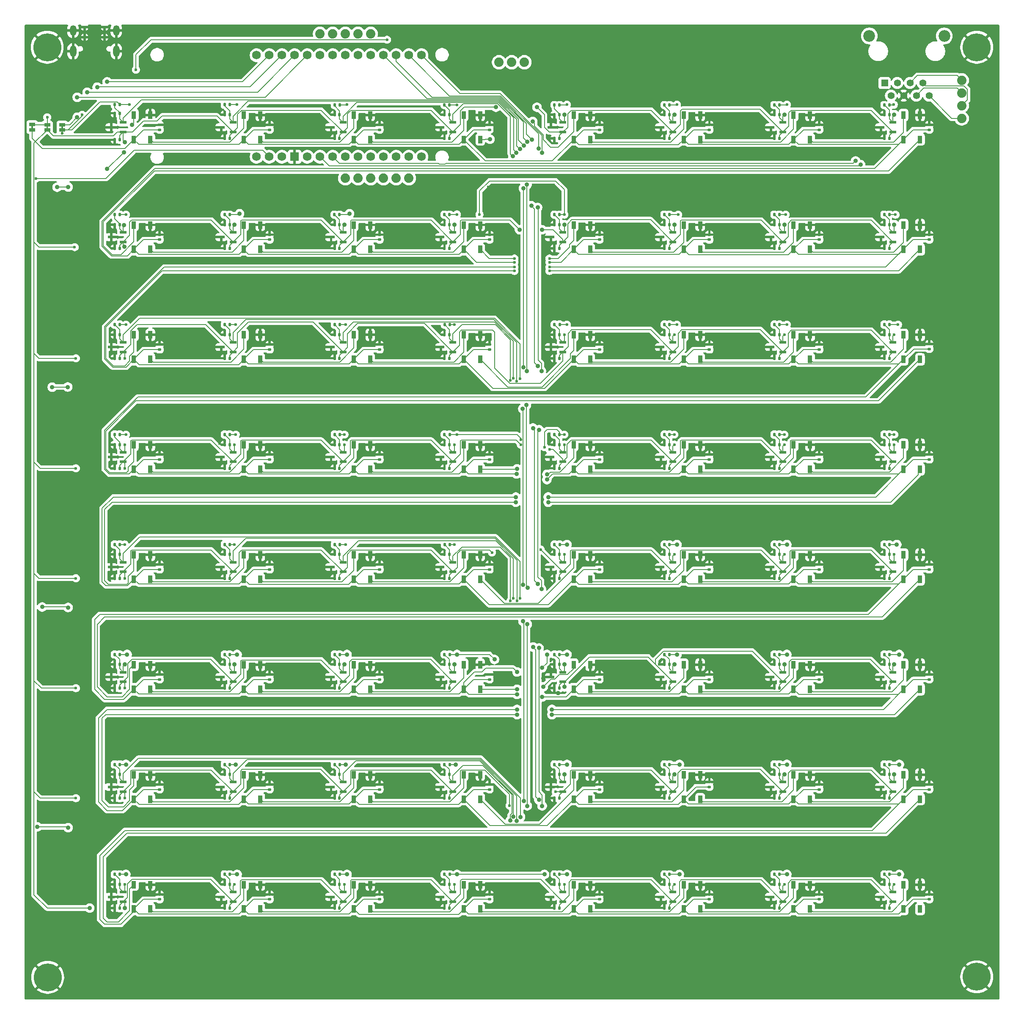
<source format=gbr>
%TF.GenerationSoftware,KiCad,Pcbnew,9.0.3*%
%TF.CreationDate,2025-09-25T17:41:31+02:00*%
%TF.ProjectId,SmartChessboard_PCB_V1,536d6172-7443-4686-9573-73626f617264,rev?*%
%TF.SameCoordinates,Original*%
%TF.FileFunction,Copper,L1,Top*%
%TF.FilePolarity,Positive*%
%FSLAX46Y46*%
G04 Gerber Fmt 4.6, Leading zero omitted, Abs format (unit mm)*
G04 Created by KiCad (PCBNEW 9.0.3) date 2025-09-25 17:41:31*
%MOMM*%
%LPD*%
G01*
G04 APERTURE LIST*
G04 Aperture macros list*
%AMRoundRect*
0 Rectangle with rounded corners*
0 $1 Rounding radius*
0 $2 $3 $4 $5 $6 $7 $8 $9 X,Y pos of 4 corners*
0 Add a 4 corners polygon primitive as box body*
4,1,4,$2,$3,$4,$5,$6,$7,$8,$9,$2,$3,0*
0 Add four circle primitives for the rounded corners*
1,1,$1+$1,$2,$3*
1,1,$1+$1,$4,$5*
1,1,$1+$1,$6,$7*
1,1,$1+$1,$8,$9*
0 Add four rect primitives between the rounded corners*
20,1,$1+$1,$2,$3,$4,$5,0*
20,1,$1+$1,$4,$5,$6,$7,0*
20,1,$1+$1,$6,$7,$8,$9,0*
20,1,$1+$1,$8,$9,$2,$3,0*%
G04 Aperture macros list end*
%TA.AperFunction,EtchedComponent*%
%ADD10C,0.000000*%
%TD*%
%TA.AperFunction,SMDPad,CuDef*%
%ADD11RoundRect,0.135000X-0.135000X-0.185000X0.135000X-0.185000X0.135000X0.185000X-0.135000X0.185000X0*%
%TD*%
%TA.AperFunction,SMDPad,CuDef*%
%ADD12RoundRect,0.140000X0.170000X-0.140000X0.170000X0.140000X-0.170000X0.140000X-0.170000X-0.140000X0*%
%TD*%
%TA.AperFunction,SMDPad,CuDef*%
%ADD13RoundRect,0.024750X0.645250X0.250250X-0.645250X0.250250X-0.645250X-0.250250X0.645250X-0.250250X0*%
%TD*%
%TA.AperFunction,SMDPad,CuDef*%
%ADD14RoundRect,0.090000X0.360000X-0.660000X0.360000X0.660000X-0.360000X0.660000X-0.360000X-0.660000X0*%
%TD*%
%TA.AperFunction,SMDPad,CuDef*%
%ADD15RoundRect,0.140000X0.140000X0.170000X-0.140000X0.170000X-0.140000X-0.170000X0.140000X-0.170000X0*%
%TD*%
%TA.AperFunction,ComponentPad*%
%ADD16C,3.600000*%
%TD*%
%TA.AperFunction,ConnectorPad*%
%ADD17C,5.600000*%
%TD*%
%TA.AperFunction,SMDPad,CuDef*%
%ADD18R,1.270000X0.660400*%
%TD*%
%TA.AperFunction,ComponentPad*%
%ADD19C,1.879600*%
%TD*%
%TA.AperFunction,ComponentPad*%
%ADD20C,1.727200*%
%TD*%
%TA.AperFunction,ComponentPad*%
%ADD21R,1.727200X1.727200*%
%TD*%
%TA.AperFunction,ComponentPad*%
%ADD22R,1.398000X1.398000*%
%TD*%
%TA.AperFunction,ComponentPad*%
%ADD23C,1.398000*%
%TD*%
%TA.AperFunction,ComponentPad*%
%ADD24C,2.355000*%
%TD*%
%TA.AperFunction,ComponentPad*%
%ADD25O,1.300000X2.100000*%
%TD*%
%TA.AperFunction,ComponentPad*%
%ADD26O,1.300000X2.300000*%
%TD*%
%TA.AperFunction,ComponentPad*%
%ADD27C,0.500000*%
%TD*%
%TA.AperFunction,ViaPad*%
%ADD28C,0.900000*%
%TD*%
%TA.AperFunction,ViaPad*%
%ADD29C,0.600000*%
%TD*%
%TA.AperFunction,Conductor*%
%ADD30C,0.127000*%
%TD*%
G04 APERTURE END LIST*
D10*
%TA.AperFunction,EtchedComponent*%
%TO.C,JP3*%
G36*
X46150000Y-65229300D02*
G01*
X45850000Y-65229300D01*
X45850000Y-64729300D01*
X46150000Y-64729300D01*
X46150000Y-65229300D01*
G37*
%TD.AperFunction*%
%TA.AperFunction,EtchedComponent*%
%TO.C,JP1*%
G36*
X52150000Y-65270700D02*
G01*
X51850000Y-65270700D01*
X51850000Y-64770700D01*
X52150000Y-64770700D01*
X52150000Y-65270700D01*
G37*
%TD.AperFunction*%
%TA.AperFunction,EtchedComponent*%
%TO.C,JP2*%
G36*
X49150000Y-65270700D02*
G01*
X48850000Y-65270700D01*
X48850000Y-64770700D01*
X49150000Y-64770700D01*
X49150000Y-65270700D01*
G37*
%TD.AperFunction*%
%TD*%
D11*
%TO.P,R17,1*%
%TO.N,Hall_34*%
X84510000Y-148500000D03*
%TO.P,R17,2*%
%TO.N,3.3V*%
X85530000Y-148500000D03*
%TD*%
D12*
%TO.P,C145,1*%
%TO.N,VHALL*%
X71500000Y-87500000D03*
%TO.P,C145,2*%
%TO.N,GND*%
X71500000Y-86500000D03*
%TD*%
D13*
%TO.P,U5,1,VDD*%
%TO.N,VHALL*%
X64190000Y-65950000D03*
%TO.P,U5,2,OUT*%
%TO.N,Hall_1*%
X64190000Y-64050000D03*
%TO.P,U5,3,GND*%
%TO.N,GND*%
X61810000Y-65000000D03*
%TD*%
%TO.P,U68,1,VDD*%
%TO.N,VHALL*%
X218190000Y-219950000D03*
%TO.P,U68,2,OUT*%
%TO.N,Hall_64*%
X218190000Y-218050000D03*
%TO.P,U68,3,GND*%
%TO.N,GND*%
X215810000Y-219000000D03*
%TD*%
D14*
%TO.P,D23,1,VDD*%
%TO.N,VHALL*%
X176350000Y-67450000D03*
%TO.P,D23,2,DOUT*%
%TO.N,Net-(D23-DOUT)*%
X179650000Y-67450000D03*
%TO.P,D23,3,VSS*%
%TO.N,GND*%
X179650000Y-62550000D03*
%TO.P,D23,4,DIN*%
%TO.N,Net-(D19-DOUT)*%
X176350000Y-62550000D03*
%TD*%
D15*
%TO.P,C37,1*%
%TO.N,VHALL*%
X107500000Y-67250000D03*
%TO.P,C37,2*%
%TO.N,GND*%
X106500000Y-67250000D03*
%TD*%
D11*
%TO.P,R14,1*%
%TO.N,Hall_10*%
X84480000Y-82500000D03*
%TO.P,R14,2*%
%TO.N,3.3V*%
X85500000Y-82500000D03*
%TD*%
%TO.P,R7,1*%
%TO.N,Hall_17*%
X62500000Y-104500000D03*
%TO.P,R7,2*%
%TO.N,3.3V*%
X63520000Y-104500000D03*
%TD*%
D15*
%TO.P,C69,1*%
%TO.N,VHALL*%
X151500000Y-67250000D03*
%TO.P,C69,2*%
%TO.N,GND*%
X150500000Y-67250000D03*
%TD*%
D13*
%TO.P,U19,1,VDD*%
%TO.N,VHALL*%
X86190000Y-197950000D03*
%TO.P,U19,2,OUT*%
%TO.N,Hall_50*%
X86190000Y-196050000D03*
%TO.P,U19,3,GND*%
%TO.N,GND*%
X83810000Y-197000000D03*
%TD*%
D14*
%TO.P,D35,1,VDD*%
%TO.N,VHALL*%
X66350000Y-155450000D03*
%TO.P,D35,2,DOUT*%
%TO.N,Net-(D35-DOUT)*%
X69650000Y-155450000D03*
%TO.P,D35,3,VSS*%
%TO.N,GND*%
X69650000Y-150550000D03*
%TO.P,D35,4,DIN*%
%TO.N,LED_OUT_4*%
X66350000Y-150550000D03*
%TD*%
D16*
%TO.P,H2,1,1*%
%TO.N,GND*%
X49000000Y-49000000D03*
D17*
X49000000Y-49000000D03*
%TD*%
D12*
%TO.P,C172,1*%
%TO.N,VHALL*%
X71500000Y-175500000D03*
%TO.P,C172,2*%
%TO.N,GND*%
X71500000Y-174500000D03*
%TD*%
D15*
%TO.P,C125,1*%
%TO.N,Hall_8*%
X217500000Y-62500000D03*
%TO.P,C125,2*%
%TO.N,GND*%
X216500000Y-62500000D03*
%TD*%
D12*
%TO.P,C186,1*%
%TO.N,VHALL*%
X137500000Y-65500000D03*
%TO.P,C186,2*%
%TO.N,GND*%
X137500000Y-64500000D03*
%TD*%
D15*
%TO.P,C33,1*%
%TO.N,Hall_34*%
X85500000Y-150500000D03*
%TO.P,C33,2*%
%TO.N,GND*%
X84500000Y-150500000D03*
%TD*%
D12*
%TO.P,C146,1*%
%TO.N,VHALL*%
X203500000Y-87500000D03*
%TO.P,C146,2*%
%TO.N,GND*%
X203500000Y-86500000D03*
%TD*%
D15*
%TO.P,C77,1*%
%TO.N,Hall_5*%
X151500000Y-62500000D03*
%TO.P,C77,2*%
%TO.N,GND*%
X150500000Y-62500000D03*
%TD*%
%TO.P,C8,1*%
%TO.N,VHALL*%
X217500000Y-133250000D03*
%TO.P,C8,2*%
%TO.N,GND*%
X216500000Y-133250000D03*
%TD*%
D11*
%TO.P,R8,1*%
%TO.N,Hall_25*%
X62500000Y-126500000D03*
%TO.P,R8,2*%
%TO.N,3.3V*%
X63520000Y-126500000D03*
%TD*%
D14*
%TO.P,D65,1,VDD*%
%TO.N,VHALL*%
X220350000Y-199450000D03*
%TO.P,D65,2,DOUT*%
%TO.N,LED_OUT_7*%
X223650000Y-199450000D03*
%TO.P,D65,3,VSS*%
%TO.N,GND*%
X223650000Y-194550000D03*
%TO.P,D65,4,DIN*%
%TO.N,Net-(D61-DOUT)*%
X220350000Y-194550000D03*
%TD*%
D13*
%TO.P,U33,1,VDD*%
%TO.N,VHALL*%
X130190000Y-153950000D03*
%TO.P,U33,2,OUT*%
%TO.N,Hall_36*%
X130190000Y-152050000D03*
%TO.P,U33,3,GND*%
%TO.N,GND*%
X127810000Y-153000000D03*
%TD*%
D12*
%TO.P,C188,1*%
%TO.N,VHALL*%
X203500000Y-65500000D03*
%TO.P,C188,2*%
%TO.N,GND*%
X203500000Y-64500000D03*
%TD*%
D11*
%TO.P,R10,1*%
%TO.N,Hall_41*%
X62490000Y-170500000D03*
%TO.P,R10,2*%
%TO.N,3.3V*%
X63510000Y-170500000D03*
%TD*%
D15*
%TO.P,C11,1*%
%TO.N,VHALL*%
X217500000Y-199250000D03*
%TO.P,C11,2*%
%TO.N,GND*%
X216500000Y-199250000D03*
%TD*%
D12*
%TO.P,C160,1*%
%TO.N,VHALL*%
X115500000Y-153500000D03*
%TO.P,C160,2*%
%TO.N,GND*%
X115500000Y-152500000D03*
%TD*%
D13*
%TO.P,U65,1,VDD*%
%TO.N,VHALL*%
X218190000Y-153950000D03*
%TO.P,U65,2,OUT*%
%TO.N,Hall_40*%
X218190000Y-152050000D03*
%TO.P,U65,3,GND*%
%TO.N,GND*%
X215810000Y-153000000D03*
%TD*%
D15*
%TO.P,C21,1*%
%TO.N,VHALL*%
X85500000Y-67250000D03*
%TO.P,C21,2*%
%TO.N,GND*%
X84500000Y-67250000D03*
%TD*%
D13*
%TO.P,U15,1,VDD*%
%TO.N,VHALL*%
X86190000Y-109950000D03*
%TO.P,U15,2,OUT*%
%TO.N,Hall_18*%
X86190000Y-108050000D03*
%TO.P,U15,3,GND*%
%TO.N,GND*%
X83810000Y-109000000D03*
%TD*%
D18*
%TO.P,JP3,1,A*%
%TO.N,VHALL*%
X46000000Y-64458600D03*
%TO.P,JP3,2,B*%
X46000000Y-65500000D03*
%TD*%
D13*
%TO.P,U14,1,VDD*%
%TO.N,VHALL*%
X86190000Y-87950000D03*
%TO.P,U14,2,OUT*%
%TO.N,Hall_10*%
X86190000Y-86050000D03*
%TO.P,U14,3,GND*%
%TO.N,GND*%
X83810000Y-87000000D03*
%TD*%
D11*
%TO.P,R37,1*%
%TO.N,Hall_5*%
X150500000Y-60570000D03*
%TO.P,R37,2*%
%TO.N,3.3V*%
X151520000Y-60570000D03*
%TD*%
D12*
%TO.P,C134,1*%
%TO.N,VHALL*%
X225500000Y-65500000D03*
%TO.P,C134,2*%
%TO.N,GND*%
X225500000Y-64500000D03*
%TD*%
D11*
%TO.P,R50,1*%
%TO.N,Hall_46*%
X172500000Y-170500000D03*
%TO.P,R50,2*%
%TO.N,3.3V*%
X173520000Y-170500000D03*
%TD*%
D15*
%TO.P,C40,1*%
%TO.N,VHALL*%
X173500000Y-133250000D03*
%TO.P,C40,2*%
%TO.N,GND*%
X172500000Y-133250000D03*
%TD*%
D14*
%TO.P,D50,1,VDD*%
%TO.N,VHALL*%
X132350000Y-221450000D03*
%TO.P,D50,2,DOUT*%
%TO.N,Net-(D50-DOUT)*%
X135650000Y-221450000D03*
%TO.P,D50,3,VSS*%
%TO.N,GND*%
X135650000Y-216550000D03*
%TO.P,D50,4,DIN*%
%TO.N,Net-(D46-DOUT)*%
X132350000Y-216550000D03*
%TD*%
D13*
%TO.P,U49,1,VDD*%
%TO.N,VHALL*%
X174190000Y-153950000D03*
%TO.P,U49,2,OUT*%
%TO.N,Hall_38*%
X174190000Y-152050000D03*
%TO.P,U49,3,GND*%
%TO.N,GND*%
X171810000Y-153000000D03*
%TD*%
D15*
%TO.P,C100,1*%
%TO.N,Hall_62*%
X173500000Y-216500000D03*
%TO.P,C100,2*%
%TO.N,GND*%
X172500000Y-216500000D03*
%TD*%
%TO.P,C95,1*%
%TO.N,Hall_22*%
X173500000Y-106500000D03*
%TO.P,C95,2*%
%TO.N,GND*%
X172500000Y-106500000D03*
%TD*%
%TO.P,C45,1*%
%TO.N,Hall_3*%
X107500000Y-62500000D03*
%TO.P,C45,2*%
%TO.N,GND*%
X106500000Y-62500000D03*
%TD*%
D11*
%TO.P,R58,1*%
%TO.N,Hall_47*%
X194500000Y-170500000D03*
%TO.P,R58,2*%
%TO.N,3.3V*%
X195520000Y-170500000D03*
%TD*%
D14*
%TO.P,D39,1,VDD*%
%TO.N,VHALL*%
X88350000Y-155450000D03*
%TO.P,D39,2,DOUT*%
%TO.N,Net-(D39-DOUT)*%
X91650000Y-155450000D03*
%TO.P,D39,3,VSS*%
%TO.N,GND*%
X91650000Y-150550000D03*
%TO.P,D39,4,DIN*%
%TO.N,Net-(D35-DOUT)*%
X88350000Y-150550000D03*
%TD*%
D13*
%TO.P,U17,1,VDD*%
%TO.N,VHALL*%
X86190000Y-153950000D03*
%TO.P,U17,2,OUT*%
%TO.N,Hall_34*%
X86190000Y-152050000D03*
%TO.P,U17,3,GND*%
%TO.N,GND*%
X83810000Y-153000000D03*
%TD*%
D11*
%TO.P,R24,1*%
%TO.N,Hall_27*%
X106500000Y-126500000D03*
%TO.P,R24,2*%
%TO.N,3.3V*%
X107520000Y-126500000D03*
%TD*%
D14*
%TO.P,D51,1,VDD*%
%TO.N,VHALL*%
X154350000Y-155450000D03*
%TO.P,D51,2,DOUT*%
%TO.N,Net-(D51-DOUT)*%
X157650000Y-155450000D03*
%TO.P,D51,3,VSS*%
%TO.N,GND*%
X157650000Y-150550000D03*
%TO.P,D51,4,DIN*%
%TO.N,Net-(D47-DOUT)*%
X154350000Y-150550000D03*
%TD*%
D13*
%TO.P,U60,1,VDD*%
%TO.N,VHALL*%
X196190000Y-219950000D03*
%TO.P,U60,2,OUT*%
%TO.N,Hall_63*%
X196190000Y-218050000D03*
%TO.P,U60,3,GND*%
%TO.N,GND*%
X193810000Y-219000000D03*
%TD*%
D15*
%TO.P,C53,1*%
%TO.N,VHALL*%
X129500000Y-67250000D03*
%TO.P,C53,2*%
%TO.N,GND*%
X128500000Y-67250000D03*
%TD*%
D11*
%TO.P,R63,1*%
%TO.N,Hall_24*%
X216510000Y-104500000D03*
%TO.P,R63,2*%
%TO.N,3.3V*%
X217530000Y-104500000D03*
%TD*%
D15*
%TO.P,C57,1*%
%TO.N,VHALL*%
X173500000Y-155250000D03*
%TO.P,C57,2*%
%TO.N,GND*%
X172500000Y-155250000D03*
%TD*%
%TO.P,C71,1*%
%TO.N,VHALL*%
X129500000Y-111250000D03*
%TO.P,C71,2*%
%TO.N,GND*%
X128500000Y-111250000D03*
%TD*%
%TO.P,C118,1*%
%TO.N,VHALL*%
X217500000Y-89250000D03*
%TO.P,C118,2*%
%TO.N,GND*%
X216500000Y-89250000D03*
%TD*%
%TO.P,C79,1*%
%TO.N,Hall_21*%
X151500000Y-106500000D03*
%TO.P,C79,2*%
%TO.N,GND*%
X150500000Y-106500000D03*
%TD*%
D12*
%TO.P,C180,1*%
%TO.N,VHALL*%
X225500000Y-109380000D03*
%TO.P,C180,2*%
%TO.N,GND*%
X225500000Y-108380000D03*
%TD*%
D13*
%TO.P,U29,1,VDD*%
%TO.N,VHALL*%
X130190000Y-65950000D03*
%TO.P,U29,2,OUT*%
%TO.N,Hall_4*%
X130190000Y-64050000D03*
%TO.P,U29,3,GND*%
%TO.N,GND*%
X127810000Y-65000000D03*
%TD*%
D11*
%TO.P,R65,1*%
%TO.N,Hall_40*%
X216500000Y-148500000D03*
%TO.P,R65,2*%
%TO.N,3.3V*%
X217520000Y-148500000D03*
%TD*%
D15*
%TO.P,C129,1*%
%TO.N,Hall_40*%
X217500000Y-150500000D03*
%TO.P,C129,2*%
%TO.N,GND*%
X216500000Y-150500000D03*
%TD*%
%TO.P,C34,1*%
%TO.N,Hall_42*%
X85500000Y-172500000D03*
%TO.P,C34,2*%
%TO.N,GND*%
X84500000Y-172500000D03*
%TD*%
%TO.P,C127,1*%
%TO.N,Hall_24*%
X217500000Y-106500000D03*
%TO.P,C127,2*%
%TO.N,GND*%
X216500000Y-106500000D03*
%TD*%
D13*
%TO.P,U20,1,VDD*%
%TO.N,VHALL*%
X86190000Y-219950000D03*
%TO.P,U20,2,OUT*%
%TO.N,Hall_58*%
X86190000Y-218050000D03*
%TO.P,U20,3,GND*%
%TO.N,GND*%
X83810000Y-219000000D03*
%TD*%
D11*
%TO.P,R45,1*%
%TO.N,Hall_6*%
X172500000Y-60570000D03*
%TO.P,R45,2*%
%TO.N,3.3V*%
X173520000Y-60570000D03*
%TD*%
D14*
%TO.P,D22,1,VDD*%
%TO.N,VHALL*%
X154350000Y-133450000D03*
%TO.P,D22,2,DOUT*%
%TO.N,Net-(D22-DOUT)*%
X157650000Y-133450000D03*
%TO.P,D22,3,VSS*%
%TO.N,GND*%
X157650000Y-128550000D03*
%TO.P,D22,4,DIN*%
%TO.N,Net-(D18-DOUT)*%
X154350000Y-128550000D03*
%TD*%
D13*
%TO.P,U55,1,VDD*%
%TO.N,VHALL*%
X196190000Y-109950000D03*
%TO.P,U55,2,OUT*%
%TO.N,Hall_23*%
X196190000Y-108050000D03*
%TO.P,U55,3,GND*%
%TO.N,GND*%
X193810000Y-109000000D03*
%TD*%
%TO.P,U51,1,VDD*%
%TO.N,VHALL*%
X174190000Y-197950000D03*
%TO.P,U51,2,OUT*%
%TO.N,Hall_54*%
X174190000Y-196050000D03*
%TO.P,U51,3,GND*%
%TO.N,GND*%
X171810000Y-197000000D03*
%TD*%
D12*
%TO.P,C171,1*%
%TO.N,VHALL*%
X137500000Y-131500000D03*
%TO.P,C171,2*%
%TO.N,GND*%
X137500000Y-130500000D03*
%TD*%
D14*
%TO.P,D13,1,VDD*%
%TO.N,VHALL*%
X110350000Y-111450000D03*
%TO.P,D13,2,DOUT*%
%TO.N,Net-(D13-DOUT)*%
X113650000Y-111450000D03*
%TO.P,D13,3,VSS*%
%TO.N,GND*%
X113650000Y-106550000D03*
%TO.P,D13,4,DIN*%
%TO.N,Net-(D13-DIN)*%
X110350000Y-106550000D03*
%TD*%
D15*
%TO.P,C18,1*%
%TO.N,Hall_41*%
X63500000Y-172500000D03*
%TO.P,C18,2*%
%TO.N,GND*%
X62500000Y-172500000D03*
%TD*%
D11*
%TO.P,R19,1*%
%TO.N,Hall_50*%
X84500000Y-192500000D03*
%TO.P,R19,2*%
%TO.N,3.3V*%
X85520000Y-192500000D03*
%TD*%
%TO.P,R44,1*%
%TO.N,Hall_61*%
X150500000Y-214500000D03*
%TO.P,R44,2*%
%TO.N,3.3V*%
X151520000Y-214500000D03*
%TD*%
%TO.P,R33,1*%
%TO.N,Hall_36*%
X128510000Y-148500000D03*
%TO.P,R33,2*%
%TO.N,3.3V*%
X129530000Y-148500000D03*
%TD*%
D12*
%TO.P,C163,1*%
%TO.N,VHALL*%
X93500000Y-219500000D03*
%TO.P,C163,2*%
%TO.N,GND*%
X93500000Y-218500000D03*
%TD*%
D15*
%TO.P,C28,1*%
%TO.N,VHALL*%
X195500000Y-221250000D03*
%TO.P,C28,2*%
%TO.N,GND*%
X194500000Y-221250000D03*
%TD*%
D11*
%TO.P,R66,1*%
%TO.N,Hall_48*%
X216500000Y-170500000D03*
%TO.P,R66,2*%
%TO.N,3.3V*%
X217520000Y-170500000D03*
%TD*%
D13*
%TO.P,U64,1,VDD*%
%TO.N,VHALL*%
X218190000Y-131950000D03*
%TO.P,U64,2,OUT*%
%TO.N,Hall_32*%
X218190000Y-130050000D03*
%TO.P,U64,3,GND*%
%TO.N,GND*%
X215810000Y-131000000D03*
%TD*%
D14*
%TO.P,D17,1,VDD*%
%TO.N,VHALL*%
X132350000Y-111450000D03*
%TO.P,D17,2,DOUT*%
%TO.N,Net-(D17-DOUT)*%
X135650000Y-111450000D03*
%TO.P,D17,3,VSS*%
%TO.N,GND*%
X135650000Y-106550000D03*
%TO.P,D17,4,DIN*%
%TO.N,Net-(D13-DOUT)*%
X132350000Y-106550000D03*
%TD*%
%TO.P,D21,1,VDD*%
%TO.N,VHALL*%
X154350000Y-111450000D03*
%TO.P,D21,2,DOUT*%
%TO.N,Net-(D21-DOUT)*%
X157650000Y-111450000D03*
%TO.P,D21,3,VSS*%
%TO.N,GND*%
X157650000Y-106550000D03*
%TO.P,D21,4,DIN*%
%TO.N,Net-(D17-DOUT)*%
X154350000Y-106550000D03*
%TD*%
D15*
%TO.P,C61,1*%
%TO.N,Hall_4*%
X129500000Y-62500000D03*
%TO.P,C61,2*%
%TO.N,GND*%
X128500000Y-62500000D03*
%TD*%
%TO.P,C43,1*%
%TO.N,VHALL*%
X173500000Y-199250000D03*
%TO.P,C43,2*%
%TO.N,GND*%
X172500000Y-199250000D03*
%TD*%
D12*
%TO.P,C175,1*%
%TO.N,VHALL*%
X115500000Y-197500000D03*
%TO.P,C175,2*%
%TO.N,GND*%
X115500000Y-196500000D03*
%TD*%
D13*
%TO.P,U25,1,VDD*%
%TO.N,VHALL*%
X108190000Y-153950000D03*
%TO.P,U25,2,OUT*%
%TO.N,Hall_35*%
X108190000Y-152050000D03*
%TO.P,U25,3,GND*%
%TO.N,GND*%
X105810000Y-153000000D03*
%TD*%
D12*
%TO.P,C143,1*%
%TO.N,VHALL*%
X181500000Y-175500000D03*
%TO.P,C143,2*%
%TO.N,GND*%
X181500000Y-174500000D03*
%TD*%
D14*
%TO.P,D48,1,VDD*%
%TO.N,VHALL*%
X132350000Y-177450000D03*
%TO.P,D48,2,DOUT*%
%TO.N,Net-(D48-DOUT)*%
X135650000Y-177450000D03*
%TO.P,D48,3,VSS*%
%TO.N,GND*%
X135650000Y-172550000D03*
%TO.P,D48,4,DIN*%
%TO.N,Net-(D44-DOUT)*%
X132350000Y-172550000D03*
%TD*%
D12*
%TO.P,C149,1*%
%TO.N,VHALL*%
X93500000Y-153500000D03*
%TO.P,C149,2*%
%TO.N,GND*%
X93500000Y-152500000D03*
%TD*%
%TO.P,C152,1*%
%TO.N,VHALL*%
X71500000Y-219500000D03*
%TO.P,C152,2*%
%TO.N,GND*%
X71500000Y-218500000D03*
%TD*%
D14*
%TO.P,D43,1,VDD*%
%TO.N,VHALL*%
X110350000Y-155450000D03*
%TO.P,D43,2,DOUT*%
%TO.N,Net-(D43-DOUT)*%
X113650000Y-155450000D03*
%TO.P,D43,3,VSS*%
%TO.N,GND*%
X113650000Y-150550000D03*
%TO.P,D43,4,DIN*%
%TO.N,Net-(D39-DOUT)*%
X110350000Y-150550000D03*
%TD*%
D12*
%TO.P,C195,1*%
%TO.N,VHALL*%
X203500000Y-197500000D03*
%TO.P,C195,2*%
%TO.N,GND*%
X203500000Y-196500000D03*
%TD*%
D13*
%TO.P,U62,1,VDD*%
%TO.N,VHALL*%
X218190000Y-87950000D03*
%TO.P,U62,2,OUT*%
%TO.N,Hall_16*%
X218190000Y-86050000D03*
%TO.P,U62,3,GND*%
%TO.N,GND*%
X215810000Y-87000000D03*
%TD*%
D11*
%TO.P,R35,1*%
%TO.N,Hall_52*%
X128500000Y-192500000D03*
%TO.P,R35,2*%
%TO.N,3.3V*%
X129520000Y-192500000D03*
%TD*%
D15*
%TO.P,C92,1*%
%TO.N,VHALL*%
X107500000Y-221250000D03*
%TO.P,C92,2*%
%TO.N,GND*%
X106500000Y-221250000D03*
%TD*%
%TO.P,C80,1*%
%TO.N,Hall_29*%
X151500000Y-128500000D03*
%TO.P,C80,2*%
%TO.N,GND*%
X150500000Y-128500000D03*
%TD*%
D11*
%TO.P,R56,1*%
%TO.N,Hall_31*%
X194500000Y-126500000D03*
%TO.P,R56,2*%
%TO.N,3.3V*%
X195520000Y-126500000D03*
%TD*%
D15*
%TO.P,C114,1*%
%TO.N,Hall_47*%
X195500000Y-172500000D03*
%TO.P,C114,2*%
%TO.N,GND*%
X194500000Y-172500000D03*
%TD*%
D12*
%TO.P,C179,1*%
%TO.N,VHALL*%
X93500000Y-109500000D03*
%TO.P,C179,2*%
%TO.N,GND*%
X93500000Y-108500000D03*
%TD*%
D13*
%TO.P,U12,1,VDD*%
%TO.N,VHALL*%
X64190000Y-219950000D03*
%TO.P,U12,2,OUT*%
%TO.N,Hall_57*%
X64190000Y-218050000D03*
%TO.P,U12,3,GND*%
%TO.N,GND*%
X61810000Y-219000000D03*
%TD*%
D15*
%TO.P,C73,1*%
%TO.N,VHALL*%
X151500000Y-155250000D03*
%TO.P,C73,2*%
%TO.N,GND*%
X150500000Y-155250000D03*
%TD*%
%TO.P,C39,1*%
%TO.N,VHALL*%
X173500000Y-111250000D03*
%TO.P,C39,2*%
%TO.N,GND*%
X172500000Y-111250000D03*
%TD*%
D18*
%TO.P,JP1,1,A*%
%TO.N,3.3V*%
X52000000Y-64500000D03*
%TO.P,JP1,2,B*%
X52000000Y-65541400D03*
%TD*%
D12*
%TO.P,C170,1*%
%TO.N,VHALL*%
X159500000Y-131500000D03*
%TO.P,C170,2*%
%TO.N,GND*%
X159500000Y-130500000D03*
%TD*%
D15*
%TO.P,C113,1*%
%TO.N,Hall_39*%
X195500000Y-150500000D03*
%TO.P,C113,2*%
%TO.N,GND*%
X194500000Y-150500000D03*
%TD*%
D14*
%TO.P,D53,1,VDD*%
%TO.N,VHALL*%
X154350000Y-199450000D03*
%TO.P,D53,2,DOUT*%
%TO.N,Net-(D53-DOUT)*%
X157650000Y-199450000D03*
%TO.P,D53,3,VSS*%
%TO.N,GND*%
X157650000Y-194550000D03*
%TO.P,D53,4,DIN*%
%TO.N,Net-(D49-DOUT)*%
X154350000Y-194550000D03*
%TD*%
D13*
%TO.P,U16,1,VDD*%
%TO.N,VHALL*%
X86190000Y-131950000D03*
%TO.P,U16,2,OUT*%
%TO.N,Hall_26*%
X86190000Y-130050000D03*
%TO.P,U16,3,GND*%
%TO.N,GND*%
X83810000Y-131000000D03*
%TD*%
D14*
%TO.P,D32,1,VDD*%
%TO.N,VHALL*%
X220350000Y-89450000D03*
%TO.P,D32,2,DOUT*%
%TO.N,LED_OUT_2*%
X223650000Y-89450000D03*
%TO.P,D32,3,VSS*%
%TO.N,GND*%
X223650000Y-84550000D03*
%TO.P,D32,4,DIN*%
%TO.N,Net-(D28-DOUT)*%
X220350000Y-84550000D03*
%TD*%
%TO.P,D59,1,VDD*%
%TO.N,VHALL*%
X198350000Y-155450000D03*
%TO.P,D59,2,DOUT*%
%TO.N,Net-(D59-DOUT)*%
X201650000Y-155450000D03*
%TO.P,D59,3,VSS*%
%TO.N,GND*%
X201650000Y-150550000D03*
%TO.P,D59,4,DIN*%
%TO.N,Net-(D55-DOUT)*%
X198350000Y-150550000D03*
%TD*%
D13*
%TO.P,U32,1,VDD*%
%TO.N,VHALL*%
X130190000Y-131950000D03*
%TO.P,U32,2,OUT*%
%TO.N,Hall_28*%
X130190000Y-130050000D03*
%TO.P,U32,3,GND*%
%TO.N,GND*%
X127810000Y-131000000D03*
%TD*%
D12*
%TO.P,C193,1*%
%TO.N,VHALL*%
X159500000Y-153500000D03*
%TO.P,C193,2*%
%TO.N,GND*%
X159500000Y-152500000D03*
%TD*%
D14*
%TO.P,D29,1,VDD*%
%TO.N,VHALL*%
X198350000Y-111450000D03*
%TO.P,D29,2,DOUT*%
%TO.N,Net-(D29-DOUT)*%
X201650000Y-111450000D03*
%TO.P,D29,3,VSS*%
%TO.N,GND*%
X201650000Y-106550000D03*
%TO.P,D29,4,DIN*%
%TO.N,Net-(D25-DOUT)*%
X198350000Y-106550000D03*
%TD*%
D13*
%TO.P,U35,1,VDD*%
%TO.N,VHALL*%
X130190000Y-197950000D03*
%TO.P,U35,2,OUT*%
%TO.N,Hall_52*%
X130190000Y-196050000D03*
%TO.P,U35,3,GND*%
%TO.N,GND*%
X127810000Y-197000000D03*
%TD*%
D12*
%TO.P,C165,1*%
%TO.N,VHALL*%
X203500000Y-175500000D03*
%TO.P,C165,2*%
%TO.N,GND*%
X203500000Y-174500000D03*
%TD*%
D14*
%TO.P,D34,1,VDD*%
%TO.N,VHALL*%
X220350000Y-133450000D03*
%TO.P,D34,2,DOUT*%
%TO.N,LED_OUT_4*%
X223650000Y-133450000D03*
%TO.P,D34,3,VSS*%
%TO.N,GND*%
X223650000Y-128550000D03*
%TO.P,D34,4,DIN*%
%TO.N,Net-(D30-DOUT)*%
X220350000Y-128550000D03*
%TD*%
D15*
%TO.P,C122,1*%
%TO.N,VHALL*%
X63500000Y-177250000D03*
%TO.P,C122,2*%
%TO.N,GND*%
X62500000Y-177250000D03*
%TD*%
D11*
%TO.P,R54,1*%
%TO.N,Hall_15*%
X194480000Y-82500000D03*
%TO.P,R54,2*%
%TO.N,3.3V*%
X195500000Y-82500000D03*
%TD*%
%TO.P,R34,1*%
%TO.N,Hall_44*%
X128500000Y-170500000D03*
%TO.P,R34,2*%
%TO.N,3.3V*%
X129520000Y-170500000D03*
%TD*%
D14*
%TO.P,D12,1,VDD*%
%TO.N,VHALL*%
X110350000Y-89450000D03*
%TO.P,D12,2,DOUT*%
%TO.N,Net-(D12-DOUT)*%
X113650000Y-89450000D03*
%TO.P,D12,3,VSS*%
%TO.N,GND*%
X113650000Y-84550000D03*
%TO.P,D12,4,DIN*%
%TO.N,Net-(D12-DIN)*%
X110350000Y-84550000D03*
%TD*%
D13*
%TO.P,U36,1,VDD*%
%TO.N,VHALL*%
X130190000Y-219950000D03*
%TO.P,U36,2,OUT*%
%TO.N,Hall_60*%
X130190000Y-218050000D03*
%TO.P,U36,3,GND*%
%TO.N,GND*%
X127810000Y-219000000D03*
%TD*%
D14*
%TO.P,D55,1,VDD*%
%TO.N,VHALL*%
X176350000Y-155450000D03*
%TO.P,D55,2,DOUT*%
%TO.N,Net-(D55-DOUT)*%
X179650000Y-155450000D03*
%TO.P,D55,3,VSS*%
%TO.N,GND*%
X179650000Y-150550000D03*
%TO.P,D55,4,DIN*%
%TO.N,Net-(D51-DOUT)*%
X176350000Y-150550000D03*
%TD*%
D15*
%TO.P,C52,1*%
%TO.N,Hall_59*%
X107500000Y-216500000D03*
%TO.P,C52,2*%
%TO.N,GND*%
X106500000Y-216500000D03*
%TD*%
D12*
%TO.P,C138,1*%
%TO.N,VHALL*%
X71500000Y-153500000D03*
%TO.P,C138,2*%
%TO.N,GND*%
X71500000Y-152500000D03*
%TD*%
D15*
%TO.P,C65,1*%
%TO.N,Hall_36*%
X129500000Y-150500000D03*
%TO.P,C65,2*%
%TO.N,GND*%
X128500000Y-150500000D03*
%TD*%
D13*
%TO.P,U41,1,VDD*%
%TO.N,VHALL*%
X152190000Y-153950000D03*
%TO.P,U41,2,OUT*%
%TO.N,Hall_37*%
X152190000Y-152050000D03*
%TO.P,U41,3,GND*%
%TO.N,GND*%
X149810000Y-153000000D03*
%TD*%
D15*
%TO.P,C60,1*%
%TO.N,VHALL*%
X151500000Y-221250000D03*
%TO.P,C60,2*%
%TO.N,GND*%
X150500000Y-221250000D03*
%TD*%
%TO.P,C15,1*%
%TO.N,Hall_17*%
X63500000Y-106500000D03*
%TO.P,C15,2*%
%TO.N,GND*%
X62500000Y-106500000D03*
%TD*%
%TO.P,C104,1*%
%TO.N,VHALL*%
X85500000Y-133250000D03*
%TO.P,C104,2*%
%TO.N,GND*%
X84500000Y-133250000D03*
%TD*%
%TO.P,C41,1*%
%TO.N,VHALL*%
X195500000Y-155250000D03*
%TO.P,C41,2*%
%TO.N,GND*%
X194500000Y-155250000D03*
%TD*%
%TO.P,C10,1*%
%TO.N,VHALL*%
X217500000Y-177250000D03*
%TO.P,C10,2*%
%TO.N,GND*%
X216500000Y-177250000D03*
%TD*%
%TO.P,C124,1*%
%TO.N,VHALL*%
X63500000Y-221250000D03*
%TO.P,C124,2*%
%TO.N,GND*%
X62500000Y-221250000D03*
%TD*%
D13*
%TO.P,U30,1,VDD*%
%TO.N,VHALL*%
X130190000Y-87950000D03*
%TO.P,U30,2,OUT*%
%TO.N,Hall_12*%
X130190000Y-86050000D03*
%TO.P,U30,3,GND*%
%TO.N,GND*%
X127810000Y-87000000D03*
%TD*%
D12*
%TO.P,C194,1*%
%TO.N,VHALL*%
X115500000Y-175500000D03*
%TO.P,C194,2*%
%TO.N,GND*%
X115500000Y-174500000D03*
%TD*%
D14*
%TO.P,D8,1,VDD*%
%TO.N,VHALL*%
X88350000Y-89450000D03*
%TO.P,D8,2,DOUT*%
%TO.N,Net-(D12-DIN)*%
X91650000Y-89450000D03*
%TO.P,D8,3,VSS*%
%TO.N,GND*%
X91650000Y-84550000D03*
%TO.P,D8,4,DIN*%
%TO.N,Net-(D4-DOUT)*%
X88350000Y-84550000D03*
%TD*%
D15*
%TO.P,C32,1*%
%TO.N,Hall_26*%
X85500000Y-128500000D03*
%TO.P,C32,2*%
%TO.N,GND*%
X84500000Y-128500000D03*
%TD*%
D11*
%TO.P,R60,1*%
%TO.N,Hall_63*%
X194500000Y-214500000D03*
%TO.P,R60,2*%
%TO.N,3.3V*%
X195520000Y-214500000D03*
%TD*%
D15*
%TO.P,C106,1*%
%TO.N,VHALL*%
X85500000Y-177250000D03*
%TO.P,C106,2*%
%TO.N,GND*%
X84500000Y-177250000D03*
%TD*%
%TO.P,C89,1*%
%TO.N,VHALL*%
X129500000Y-155250000D03*
%TO.P,C89,2*%
%TO.N,GND*%
X128500000Y-155250000D03*
%TD*%
D12*
%TO.P,C141,1*%
%TO.N,VHALL*%
X225500000Y-197500000D03*
%TO.P,C141,2*%
%TO.N,GND*%
X225500000Y-196500000D03*
%TD*%
D11*
%TO.P,R29,1*%
%TO.N,Hall_4*%
X128490000Y-60570000D03*
%TO.P,R29,2*%
%TO.N,3.3V*%
X129510000Y-60570000D03*
%TD*%
%TO.P,R61,1*%
%TO.N,Hall_8*%
X216490000Y-60570000D03*
%TO.P,R61,2*%
%TO.N,3.3V*%
X217510000Y-60570000D03*
%TD*%
%TO.P,R23,1*%
%TO.N,Hall_19*%
X106510000Y-104500000D03*
%TO.P,R23,2*%
%TO.N,3.3V*%
X107530000Y-104500000D03*
%TD*%
D15*
%TO.P,C74,1*%
%TO.N,VHALL*%
X129500000Y-177250000D03*
%TO.P,C74,2*%
%TO.N,GND*%
X128500000Y-177250000D03*
%TD*%
D14*
%TO.P,D58,1,VDD*%
%TO.N,VHALL*%
X176350000Y-221450000D03*
%TO.P,D58,2,DOUT*%
%TO.N,Net-(D58-DOUT)*%
X179650000Y-221450000D03*
%TO.P,D58,3,VSS*%
%TO.N,GND*%
X179650000Y-216550000D03*
%TO.P,D58,4,DIN*%
%TO.N,Net-(D54-DOUT)*%
X176350000Y-216550000D03*
%TD*%
D12*
%TO.P,C148,1*%
%TO.N,VHALL*%
X93500000Y-131500000D03*
%TO.P,C148,2*%
%TO.N,GND*%
X93500000Y-130500000D03*
%TD*%
D14*
%TO.P,D7,1,VDD*%
%TO.N,VHALL*%
X88350000Y-67450000D03*
%TO.P,D7,2,DOUT*%
%TO.N,Net-(D11-DIN)*%
X91650000Y-67450000D03*
%TO.P,D7,3,VSS*%
%TO.N,GND*%
X91650000Y-62550000D03*
%TO.P,D7,4,DIN*%
%TO.N,Net-(D3-DOUT)*%
X88350000Y-62550000D03*
%TD*%
D12*
%TO.P,C154,1*%
%TO.N,VHALL*%
X203500000Y-219500000D03*
%TO.P,C154,2*%
%TO.N,GND*%
X203500000Y-218500000D03*
%TD*%
D15*
%TO.P,C86,1*%
%TO.N,VHALL*%
X173500000Y-89250000D03*
%TO.P,C86,2*%
%TO.N,GND*%
X172500000Y-89250000D03*
%TD*%
D13*
%TO.P,U52,1,VDD*%
%TO.N,VHALL*%
X174190000Y-219950000D03*
%TO.P,U52,2,OUT*%
%TO.N,Hall_62*%
X174190000Y-218050000D03*
%TO.P,U52,3,GND*%
%TO.N,GND*%
X171810000Y-219000000D03*
%TD*%
D16*
%TO.P,H3,1,1*%
%TO.N,GND*%
X235000000Y-235000000D03*
D17*
X235000000Y-235000000D03*
%TD*%
D15*
%TO.P,C91,1*%
%TO.N,VHALL*%
X107500000Y-199250000D03*
%TO.P,C91,2*%
%TO.N,GND*%
X106500000Y-199250000D03*
%TD*%
%TO.P,C97,1*%
%TO.N,Hall_38*%
X173500000Y-150500000D03*
%TO.P,C97,2*%
%TO.N,GND*%
X172500000Y-150500000D03*
%TD*%
%TO.P,C132,1*%
%TO.N,Hall_64*%
X217500000Y-216500000D03*
%TO.P,C132,2*%
%TO.N,GND*%
X216500000Y-216500000D03*
%TD*%
D13*
%TO.P,U11,1,VDD*%
%TO.N,VHALL*%
X64190000Y-197950000D03*
%TO.P,U11,2,OUT*%
%TO.N,Hall_49*%
X64190000Y-196050000D03*
%TO.P,U11,3,GND*%
%TO.N,GND*%
X61810000Y-197000000D03*
%TD*%
D15*
%TO.P,C51,1*%
%TO.N,Hall_51*%
X107500000Y-194500000D03*
%TO.P,C51,2*%
%TO.N,GND*%
X106500000Y-194500000D03*
%TD*%
D11*
%TO.P,R16,1*%
%TO.N,Hall_26*%
X84500000Y-126500000D03*
%TO.P,R16,2*%
%TO.N,3.3V*%
X85520000Y-126500000D03*
%TD*%
D14*
%TO.P,D15,1,VDD*%
%TO.N,VHALL*%
X132350000Y-67450000D03*
%TO.P,D15,2,DOUT*%
%TO.N,Net-(D15-DOUT)*%
X135650000Y-67450000D03*
%TO.P,D15,3,VSS*%
%TO.N,GND*%
X135650000Y-62550000D03*
%TO.P,D15,4,DIN*%
%TO.N,Net-(D11-DOUT)*%
X132350000Y-62550000D03*
%TD*%
D11*
%TO.P,R32,1*%
%TO.N,Hall_28*%
X128500000Y-126500000D03*
%TO.P,R32,2*%
%TO.N,3.3V*%
X129520000Y-126500000D03*
%TD*%
D15*
%TO.P,C17,1*%
%TO.N,Hall_33*%
X63500000Y-150500000D03*
%TO.P,C17,2*%
%TO.N,GND*%
X62500000Y-150500000D03*
%TD*%
D16*
%TO.P,H4,1,1*%
%TO.N,GND*%
X49090000Y-235090000D03*
D17*
X49090000Y-235090000D03*
%TD*%
D11*
%TO.P,R62,1*%
%TO.N,Hall_16*%
X216480000Y-82500000D03*
%TO.P,R62,2*%
%TO.N,3.3V*%
X217500000Y-82500000D03*
%TD*%
D15*
%TO.P,C81,1*%
%TO.N,Hall_37*%
X151500000Y-150500000D03*
%TO.P,C81,2*%
%TO.N,GND*%
X150500000Y-150500000D03*
%TD*%
%TO.P,C90,1*%
%TO.N,VHALL*%
X107500000Y-177250000D03*
%TO.P,C90,2*%
%TO.N,GND*%
X106500000Y-177250000D03*
%TD*%
D12*
%TO.P,C191,1*%
%TO.N,VHALL*%
X181500000Y-131500000D03*
%TO.P,C191,2*%
%TO.N,GND*%
X181500000Y-130500000D03*
%TD*%
D13*
%TO.P,U54,1,VDD*%
%TO.N,VHALL*%
X196190000Y-87950000D03*
%TO.P,U54,2,OUT*%
%TO.N,Hall_15*%
X196190000Y-86050000D03*
%TO.P,U54,3,GND*%
%TO.N,GND*%
X193810000Y-87000000D03*
%TD*%
D12*
%TO.P,C189,1*%
%TO.N,VHALL*%
X159500000Y-87500000D03*
%TO.P,C189,2*%
%TO.N,GND*%
X159500000Y-86500000D03*
%TD*%
D13*
%TO.P,U22,1,VDD*%
%TO.N,VHALL*%
X108190000Y-87950000D03*
%TO.P,U22,2,OUT*%
%TO.N,Hall_11*%
X108190000Y-86050000D03*
%TO.P,U22,3,GND*%
%TO.N,GND*%
X105810000Y-87000000D03*
%TD*%
D14*
%TO.P,D3,1,VDD*%
%TO.N,VHALL*%
X66350000Y-67450000D03*
%TO.P,D3,2,DOUT*%
%TO.N,Net-(D3-DOUT)*%
X69650000Y-67450000D03*
%TO.P,D3,3,VSS*%
%TO.N,GND*%
X69650000Y-62550000D03*
%TO.P,D3,4,DIN*%
%TO.N,HV_D6{slash}LED*%
X66350000Y-62550000D03*
%TD*%
D11*
%TO.P,R28,1*%
%TO.N,Hall_59*%
X106500000Y-214500000D03*
%TO.P,R28,2*%
%TO.N,3.3V*%
X107520000Y-214500000D03*
%TD*%
D15*
%TO.P,C115,1*%
%TO.N,Hall_55*%
X195500000Y-194500000D03*
%TO.P,C115,2*%
%TO.N,GND*%
X194500000Y-194500000D03*
%TD*%
%TO.P,C72,1*%
%TO.N,VHALL*%
X129500000Y-133250000D03*
%TO.P,C72,2*%
%TO.N,GND*%
X128500000Y-133250000D03*
%TD*%
D14*
%TO.P,D52,1,VDD*%
%TO.N,VHALL*%
X154350000Y-177450000D03*
%TO.P,D52,2,DOUT*%
%TO.N,Net-(D52-DOUT)*%
X157650000Y-177450000D03*
%TO.P,D52,3,VSS*%
%TO.N,GND*%
X157650000Y-172550000D03*
%TO.P,D52,4,DIN*%
%TO.N,Net-(D48-DOUT)*%
X154350000Y-172550000D03*
%TD*%
%TO.P,D40,1,VDD*%
%TO.N,VHALL*%
X88350000Y-177450000D03*
%TO.P,D40,2,DOUT*%
%TO.N,Net-(D40-DOUT)*%
X91650000Y-177450000D03*
%TO.P,D40,3,VSS*%
%TO.N,GND*%
X91650000Y-172550000D03*
%TO.P,D40,4,DIN*%
%TO.N,Net-(D36-DOUT)*%
X88350000Y-172550000D03*
%TD*%
D15*
%TO.P,C96,1*%
%TO.N,Hall_30*%
X173500000Y-128500000D03*
%TO.P,C96,2*%
%TO.N,GND*%
X172500000Y-128500000D03*
%TD*%
D11*
%TO.P,R21,1*%
%TO.N,Hall_3*%
X106500000Y-60570000D03*
%TO.P,R21,2*%
%TO.N,3.3V*%
X107520000Y-60570000D03*
%TD*%
D15*
%TO.P,C84,1*%
%TO.N,Hall_61*%
X151500000Y-216500000D03*
%TO.P,C84,2*%
%TO.N,GND*%
X150500000Y-216500000D03*
%TD*%
D13*
%TO.P,U63,1,VDD*%
%TO.N,VHALL*%
X218190000Y-109950000D03*
%TO.P,U63,2,OUT*%
%TO.N,Hall_24*%
X218190000Y-108050000D03*
%TO.P,U63,3,GND*%
%TO.N,GND*%
X215810000Y-109000000D03*
%TD*%
D15*
%TO.P,C111,1*%
%TO.N,Hall_23*%
X195500000Y-106500000D03*
%TO.P,C111,2*%
%TO.N,GND*%
X194500000Y-106500000D03*
%TD*%
D13*
%TO.P,U23,1,VDD*%
%TO.N,VHALL*%
X108190000Y-109950000D03*
%TO.P,U23,2,OUT*%
%TO.N,Hall_19*%
X108190000Y-108050000D03*
%TO.P,U23,3,GND*%
%TO.N,GND*%
X105810000Y-109000000D03*
%TD*%
D15*
%TO.P,C63,1*%
%TO.N,Hall_20*%
X129500000Y-106500000D03*
%TO.P,C63,2*%
%TO.N,GND*%
X128500000Y-106500000D03*
%TD*%
%TO.P,C44,1*%
%TO.N,VHALL*%
X173500000Y-221250000D03*
%TO.P,C44,2*%
%TO.N,GND*%
X172500000Y-221250000D03*
%TD*%
D14*
%TO.P,D42,1,VDD*%
%TO.N,VHALL*%
X88350000Y-221450000D03*
%TO.P,D42,2,DOUT*%
%TO.N,Net-(D42-DOUT)*%
X91650000Y-221450000D03*
%TO.P,D42,3,VSS*%
%TO.N,GND*%
X91650000Y-216550000D03*
%TO.P,D42,4,DIN*%
%TO.N,Net-(D38-DOUT)*%
X88350000Y-216550000D03*
%TD*%
D12*
%TO.P,C176,1*%
%TO.N,VHALL*%
X225500000Y-175500000D03*
%TO.P,C176,2*%
%TO.N,GND*%
X225500000Y-174500000D03*
%TD*%
D13*
%TO.P,U53,1,VDD*%
%TO.N,VHALL*%
X196190000Y-65950000D03*
%TO.P,U53,2,OUT*%
%TO.N,Hall_7*%
X196190000Y-64050000D03*
%TO.P,U53,3,GND*%
%TO.N,GND*%
X193810000Y-65000000D03*
%TD*%
D15*
%TO.P,C47,1*%
%TO.N,Hall_19*%
X107500000Y-106500000D03*
%TO.P,C47,2*%
%TO.N,GND*%
X106500000Y-106500000D03*
%TD*%
%TO.P,C85,1*%
%TO.N,VHALL*%
X173500000Y-67250000D03*
%TO.P,C85,2*%
%TO.N,GND*%
X172500000Y-67250000D03*
%TD*%
D11*
%TO.P,R39,1*%
%TO.N,Hall_21*%
X150510000Y-104500000D03*
%TO.P,R39,2*%
%TO.N,3.3V*%
X151530000Y-104500000D03*
%TD*%
%TO.P,R68,1*%
%TO.N,Hall_64*%
X216500000Y-214500000D03*
%TO.P,R68,2*%
%TO.N,3.3V*%
X217520000Y-214500000D03*
%TD*%
%TO.P,R41,1*%
%TO.N,Hall_37*%
X150510000Y-148500000D03*
%TO.P,R41,2*%
%TO.N,3.3V*%
X151530000Y-148500000D03*
%TD*%
D15*
%TO.P,C66,1*%
%TO.N,Hall_44*%
X129500000Y-172500000D03*
%TO.P,C66,2*%
%TO.N,GND*%
X128500000Y-172500000D03*
%TD*%
D11*
%TO.P,R40,1*%
%TO.N,Hall_29*%
X150500000Y-126500000D03*
%TO.P,R40,2*%
%TO.N,3.3V*%
X151520000Y-126500000D03*
%TD*%
D14*
%TO.P,D26,1,VDD*%
%TO.N,VHALL*%
X176350000Y-133450000D03*
%TO.P,D26,2,DOUT*%
%TO.N,Net-(D26-DOUT)*%
X179650000Y-133450000D03*
%TO.P,D26,3,VSS*%
%TO.N,GND*%
X179650000Y-128550000D03*
%TO.P,D26,4,DIN*%
%TO.N,Net-(D22-DOUT)*%
X176350000Y-128550000D03*
%TD*%
D15*
%TO.P,C35,1*%
%TO.N,Hall_50*%
X85500000Y-194500000D03*
%TO.P,C35,2*%
%TO.N,GND*%
X84500000Y-194500000D03*
%TD*%
%TO.P,C5,1*%
%TO.N,VHALL*%
X63500000Y-67500000D03*
%TO.P,C5,2*%
%TO.N,GND*%
X62500000Y-67500000D03*
%TD*%
D13*
%TO.P,U38,1,VDD*%
%TO.N,VHALL*%
X152190000Y-87950000D03*
%TO.P,U38,2,OUT*%
%TO.N,Hall_13*%
X152190000Y-86050000D03*
%TO.P,U38,3,GND*%
%TO.N,GND*%
X149810000Y-87000000D03*
%TD*%
D11*
%TO.P,R15,1*%
%TO.N,Hall_18*%
X84510000Y-104500000D03*
%TO.P,R15,2*%
%TO.N,3.3V*%
X85530000Y-104500000D03*
%TD*%
%TO.P,R52,1*%
%TO.N,Hall_62*%
X172500000Y-214500000D03*
%TO.P,R52,2*%
%TO.N,3.3V*%
X173520000Y-214500000D03*
%TD*%
D15*
%TO.P,C59,1*%
%TO.N,VHALL*%
X151500000Y-199250000D03*
%TO.P,C59,2*%
%TO.N,GND*%
X150500000Y-199250000D03*
%TD*%
%TO.P,C54,1*%
%TO.N,VHALL*%
X129500000Y-89250000D03*
%TO.P,C54,2*%
%TO.N,GND*%
X128500000Y-89250000D03*
%TD*%
D12*
%TO.P,C178,1*%
%TO.N,VHALL*%
X137500000Y-87500000D03*
%TO.P,C178,2*%
%TO.N,GND*%
X137500000Y-86500000D03*
%TD*%
D15*
%TO.P,C36,1*%
%TO.N,Hall_58*%
X85500000Y-216500000D03*
%TO.P,C36,2*%
%TO.N,GND*%
X84500000Y-216500000D03*
%TD*%
D11*
%TO.P,R30,1*%
%TO.N,Hall_12*%
X128480000Y-82500000D03*
%TO.P,R30,2*%
%TO.N,3.3V*%
X129500000Y-82500000D03*
%TD*%
D14*
%TO.P,D56,1,VDD*%
%TO.N,VHALL*%
X176350000Y-177450000D03*
%TO.P,D56,2,DOUT*%
%TO.N,Net-(D56-DOUT)*%
X179650000Y-177450000D03*
%TO.P,D56,3,VSS*%
%TO.N,GND*%
X179650000Y-172550000D03*
%TO.P,D56,4,DIN*%
%TO.N,Net-(D52-DOUT)*%
X176350000Y-172550000D03*
%TD*%
D12*
%TO.P,C190,1*%
%TO.N,VHALL*%
X115500000Y-109500000D03*
%TO.P,C190,2*%
%TO.N,GND*%
X115500000Y-108500000D03*
%TD*%
D13*
%TO.P,U28,1,VDD*%
%TO.N,VHALL*%
X108190000Y-219950000D03*
%TO.P,U28,2,OUT*%
%TO.N,Hall_59*%
X108190000Y-218050000D03*
%TO.P,U28,3,GND*%
%TO.N,GND*%
X105810000Y-219000000D03*
%TD*%
D15*
%TO.P,C25,1*%
%TO.N,VHALL*%
X217500000Y-155250000D03*
%TO.P,C25,2*%
%TO.N,GND*%
X216500000Y-155250000D03*
%TD*%
%TO.P,C121,1*%
%TO.N,VHALL*%
X85500000Y-155250000D03*
%TO.P,C121,2*%
%TO.N,GND*%
X84500000Y-155250000D03*
%TD*%
D12*
%TO.P,C164,1*%
%TO.N,VHALL*%
X93500000Y-197500000D03*
%TO.P,C164,2*%
%TO.N,GND*%
X93500000Y-196500000D03*
%TD*%
D15*
%TO.P,C112,1*%
%TO.N,Hall_31*%
X195500000Y-128500000D03*
%TO.P,C112,2*%
%TO.N,GND*%
X194500000Y-128500000D03*
%TD*%
D12*
%TO.P,C177,1*%
%TO.N,VHALL*%
X181500000Y-65500000D03*
%TO.P,C177,2*%
%TO.N,GND*%
X181500000Y-64500000D03*
%TD*%
%TO.P,C184,1*%
%TO.N,VHALL*%
X181500000Y-197000000D03*
%TO.P,C184,2*%
%TO.N,GND*%
X181500000Y-196000000D03*
%TD*%
D15*
%TO.P,C24,1*%
%TO.N,VHALL*%
X195500000Y-133250000D03*
%TO.P,C24,2*%
%TO.N,GND*%
X194500000Y-133250000D03*
%TD*%
D12*
%TO.P,C173,1*%
%TO.N,VHALL*%
X159500000Y-197500000D03*
%TO.P,C173,2*%
%TO.N,GND*%
X159500000Y-196500000D03*
%TD*%
D13*
%TO.P,U8,1,VDD*%
%TO.N,VHALL*%
X64190000Y-131950000D03*
%TO.P,U8,2,OUT*%
%TO.N,Hall_25*%
X64190000Y-130050000D03*
%TO.P,U8,3,GND*%
%TO.N,GND*%
X61810000Y-131000000D03*
%TD*%
D15*
%TO.P,C9,1*%
%TO.N,VHALL*%
X63500000Y-155250000D03*
%TO.P,C9,2*%
%TO.N,GND*%
X62500000Y-155250000D03*
%TD*%
D14*
%TO.P,D33,1,VDD*%
%TO.N,VHALL*%
X220350000Y-111450000D03*
%TO.P,D33,2,DOUT*%
%TO.N,LED_OUT_3*%
X223650000Y-111450000D03*
%TO.P,D33,3,VSS*%
%TO.N,GND*%
X223650000Y-106550000D03*
%TO.P,D33,4,DIN*%
%TO.N,Net-(D29-DOUT)*%
X220350000Y-106550000D03*
%TD*%
D15*
%TO.P,C7,1*%
%TO.N,VHALL*%
X217500000Y-111250000D03*
%TO.P,C7,2*%
%TO.N,GND*%
X216500000Y-111250000D03*
%TD*%
D13*
%TO.P,U45,1,VDD*%
%TO.N,VHALL*%
X174190000Y-65950000D03*
%TO.P,U45,2,OUT*%
%TO.N,Hall_6*%
X174190000Y-64050000D03*
%TO.P,U45,3,GND*%
%TO.N,GND*%
X171810000Y-65000000D03*
%TD*%
D19*
%TO.P,J5,1,Pin_1*%
%TO.N,D12{slash}SCL*%
X108650000Y-75200000D03*
%TO.P,J5,2,Pin_2*%
%TO.N,D14{slash}SDA*%
X111190000Y-75200000D03*
%TO.P,J5,3,Pin_3*%
%TO.N,D10*%
X113730000Y-75200000D03*
%TO.P,J5,4,Pin_4*%
%TO.N,D9*%
X116270000Y-75200000D03*
%TO.P,J5,5,Pin_5*%
%TO.N,D8*%
X118810000Y-75200000D03*
%TO.P,J5,6,Pin_6*%
%TO.N,D7*%
X121350000Y-75200000D03*
%TD*%
D13*
%TO.P,U6,1,VDD*%
%TO.N,VHALL*%
X64190000Y-87950000D03*
%TO.P,U6,2,OUT*%
%TO.N,Hall_9*%
X64190000Y-86050000D03*
%TO.P,U6,3,GND*%
%TO.N,GND*%
X61810000Y-87000000D03*
%TD*%
D15*
%TO.P,C109,1*%
%TO.N,Hall_7*%
X195500000Y-62500000D03*
%TO.P,C109,2*%
%TO.N,GND*%
X194500000Y-62500000D03*
%TD*%
D12*
%TO.P,C181,1*%
%TO.N,VHALL*%
X203500000Y-131500000D03*
%TO.P,C181,2*%
%TO.N,GND*%
X203500000Y-130500000D03*
%TD*%
D11*
%TO.P,R46,1*%
%TO.N,Hall_14*%
X172480000Y-82500000D03*
%TO.P,R46,2*%
%TO.N,3.3V*%
X173500000Y-82500000D03*
%TD*%
D15*
%TO.P,C38,1*%
%TO.N,VHALL*%
X107500000Y-89250000D03*
%TO.P,C38,2*%
%TO.N,GND*%
X106500000Y-89250000D03*
%TD*%
%TO.P,C64,1*%
%TO.N,Hall_28*%
X129500000Y-128500000D03*
%TO.P,C64,2*%
%TO.N,GND*%
X128500000Y-128500000D03*
%TD*%
D13*
%TO.P,U27,1,VDD*%
%TO.N,VHALL*%
X108190000Y-197950000D03*
%TO.P,U27,2,OUT*%
%TO.N,Hall_51*%
X108190000Y-196050000D03*
%TO.P,U27,3,GND*%
%TO.N,GND*%
X105810000Y-197000000D03*
%TD*%
D14*
%TO.P,D66,1,VDD*%
%TO.N,VHALL*%
X220350000Y-221450000D03*
%TO.P,D66,2,DOUT*%
%TO.N,unconnected-(D66-DOUT-Pad2)*%
X223650000Y-221450000D03*
%TO.P,D66,3,VSS*%
%TO.N,GND*%
X223650000Y-216550000D03*
%TO.P,D66,4,DIN*%
%TO.N,Net-(D62-DOUT)*%
X220350000Y-216550000D03*
%TD*%
D15*
%TO.P,C76,1*%
%TO.N,VHALL*%
X129500000Y-221250000D03*
%TO.P,C76,2*%
%TO.N,GND*%
X128500000Y-221250000D03*
%TD*%
D12*
%TO.P,C168,1*%
%TO.N,VHALL*%
X71500000Y-109500000D03*
%TO.P,C168,2*%
%TO.N,GND*%
X71500000Y-108500000D03*
%TD*%
D11*
%TO.P,R36,1*%
%TO.N,Hall_60*%
X128500000Y-214500000D03*
%TO.P,R36,2*%
%TO.N,3.3V*%
X129520000Y-214500000D03*
%TD*%
D15*
%TO.P,C130,1*%
%TO.N,Hall_48*%
X217500000Y-172500000D03*
%TO.P,C130,2*%
%TO.N,GND*%
X216500000Y-172500000D03*
%TD*%
D14*
%TO.P,D20,1,VDD*%
%TO.N,VHALL*%
X154350000Y-89450000D03*
%TO.P,D20,2,DOUT*%
%TO.N,Net-(D20-DOUT)*%
X157650000Y-89450000D03*
%TO.P,D20,3,VSS*%
%TO.N,GND*%
X157650000Y-84550000D03*
%TO.P,D20,4,DIN*%
%TO.N,Net-(D16-DOUT)*%
X154350000Y-84550000D03*
%TD*%
D11*
%TO.P,R67,1*%
%TO.N,Hall_56*%
X216500000Y-192500000D03*
%TO.P,R67,2*%
%TO.N,3.3V*%
X217520000Y-192500000D03*
%TD*%
D14*
%TO.P,D37,1,VDD*%
%TO.N,VHALL*%
X66350000Y-199450000D03*
%TO.P,D37,2,DOUT*%
%TO.N,Net-(D37-DOUT)*%
X69650000Y-199450000D03*
%TO.P,D37,3,VSS*%
%TO.N,GND*%
X69650000Y-194550000D03*
%TO.P,D37,4,DIN*%
%TO.N,LED_OUT_6*%
X66350000Y-194550000D03*
%TD*%
D15*
%TO.P,C16,1*%
%TO.N,Hall_25*%
X63500000Y-128500000D03*
%TO.P,C16,2*%
%TO.N,GND*%
X62500000Y-128500000D03*
%TD*%
D14*
%TO.P,D57,1,VDD*%
%TO.N,VHALL*%
X176350000Y-199450000D03*
%TO.P,D57,2,DOUT*%
%TO.N,Net-(D57-DOUT)*%
X179650000Y-199450000D03*
%TO.P,D57,3,VSS*%
%TO.N,GND*%
X179650000Y-194550000D03*
%TO.P,D57,4,DIN*%
%TO.N,Net-(D53-DOUT)*%
X176350000Y-194550000D03*
%TD*%
D15*
%TO.P,C83,1*%
%TO.N,Hall_53*%
X151500000Y-194500000D03*
%TO.P,C83,2*%
%TO.N,GND*%
X150500000Y-194500000D03*
%TD*%
D13*
%TO.P,U26,1,VDD*%
%TO.N,VHALL*%
X108190000Y-175950000D03*
%TO.P,U26,2,OUT*%
%TO.N,Hall_43*%
X108190000Y-174050000D03*
%TO.P,U26,3,GND*%
%TO.N,GND*%
X105810000Y-175000000D03*
%TD*%
%TO.P,U24,1,VDD*%
%TO.N,VHALL*%
X108190000Y-131950000D03*
%TO.P,U24,2,OUT*%
%TO.N,Hall_27*%
X108190000Y-130050000D03*
%TO.P,U24,3,GND*%
%TO.N,GND*%
X105810000Y-131000000D03*
%TD*%
D15*
%TO.P,C75,1*%
%TO.N,VHALL*%
X129500000Y-199250000D03*
%TO.P,C75,2*%
%TO.N,GND*%
X128500000Y-199250000D03*
%TD*%
D13*
%TO.P,U10,1,VDD*%
%TO.N,VHALL*%
X64190000Y-175950000D03*
%TO.P,U10,2,OUT*%
%TO.N,Hall_41*%
X64190000Y-174050000D03*
%TO.P,U10,3,GND*%
%TO.N,GND*%
X61810000Y-175000000D03*
%TD*%
D15*
%TO.P,C46,1*%
%TO.N,Hall_11*%
X107500000Y-84500000D03*
%TO.P,C46,2*%
%TO.N,GND*%
X106500000Y-84500000D03*
%TD*%
D14*
%TO.P,D64,1,VDD*%
%TO.N,VHALL*%
X220350000Y-177450000D03*
%TO.P,D64,2,DOUT*%
%TO.N,LED_OUT_6*%
X223650000Y-177450000D03*
%TO.P,D64,3,VSS*%
%TO.N,GND*%
X223650000Y-172550000D03*
%TO.P,D64,4,DIN*%
%TO.N,Net-(D60-DOUT)*%
X220350000Y-172550000D03*
%TD*%
%TO.P,D19,1,VDD*%
%TO.N,VHALL*%
X154350000Y-67450000D03*
%TO.P,D19,2,DOUT*%
%TO.N,Net-(D19-DOUT)*%
X157650000Y-67450000D03*
%TO.P,D19,3,VSS*%
%TO.N,GND*%
X157650000Y-62550000D03*
%TO.P,D19,4,DIN*%
%TO.N,Net-(D15-DOUT)*%
X154350000Y-62550000D03*
%TD*%
D12*
%TO.P,C153,1*%
%TO.N,VHALL*%
X225500000Y-219500000D03*
%TO.P,C153,2*%
%TO.N,GND*%
X225500000Y-218500000D03*
%TD*%
%TO.P,C159,1*%
%TO.N,VHALL*%
X115500000Y-131500000D03*
%TO.P,C159,2*%
%TO.N,GND*%
X115500000Y-130500000D03*
%TD*%
D14*
%TO.P,D16,1,VDD*%
%TO.N,VHALL*%
X132350000Y-89450000D03*
%TO.P,D16,2,DOUT*%
%TO.N,Net-(D16-DOUT)*%
X135650000Y-89450000D03*
%TO.P,D16,3,VSS*%
%TO.N,GND*%
X135650000Y-84550000D03*
%TO.P,D16,4,DIN*%
%TO.N,Net-(D12-DOUT)*%
X132350000Y-84550000D03*
%TD*%
D11*
%TO.P,R31,1*%
%TO.N,Hall_20*%
X128510000Y-104500000D03*
%TO.P,R31,2*%
%TO.N,3.3V*%
X129530000Y-104500000D03*
%TD*%
D13*
%TO.P,U57,1,VDD*%
%TO.N,VHALL*%
X196190000Y-153950000D03*
%TO.P,U57,2,OUT*%
%TO.N,Hall_39*%
X196190000Y-152050000D03*
%TO.P,U57,3,GND*%
%TO.N,GND*%
X193810000Y-153000000D03*
%TD*%
D15*
%TO.P,C102,1*%
%TO.N,VHALL*%
X195500000Y-89250000D03*
%TO.P,C102,2*%
%TO.N,GND*%
X194500000Y-89250000D03*
%TD*%
%TO.P,C101,1*%
%TO.N,VHALL*%
X195500000Y-67250000D03*
%TO.P,C101,2*%
%TO.N,GND*%
X194500000Y-67250000D03*
%TD*%
D12*
%TO.P,C139,1*%
%TO.N,VHALL*%
X181500000Y-153500000D03*
%TO.P,C139,2*%
%TO.N,GND*%
X181500000Y-152500000D03*
%TD*%
D13*
%TO.P,U44,1,VDD*%
%TO.N,VHALL*%
X152190000Y-219950000D03*
%TO.P,U44,2,OUT*%
%TO.N,Hall_61*%
X152190000Y-218050000D03*
%TO.P,U44,3,GND*%
%TO.N,GND*%
X149810000Y-219000000D03*
%TD*%
D12*
%TO.P,C133,1*%
%TO.N,VHALL*%
X71500000Y-65500000D03*
%TO.P,C133,2*%
%TO.N,GND*%
X71500000Y-64500000D03*
%TD*%
D16*
%TO.P,H1,1,1*%
%TO.N,GND*%
X235000000Y-49000000D03*
D17*
X235000000Y-49000000D03*
%TD*%
D12*
%TO.P,C135,1*%
%TO.N,VHALL*%
X181500000Y-87500000D03*
%TO.P,C135,2*%
%TO.N,GND*%
X181500000Y-86500000D03*
%TD*%
D15*
%TO.P,C13,1*%
%TO.N,Hall_1*%
X63500000Y-62200000D03*
%TO.P,C13,2*%
%TO.N,GND*%
X62500000Y-62200000D03*
%TD*%
%TO.P,C50,1*%
%TO.N,Hall_43*%
X107500000Y-172500000D03*
%TO.P,C50,2*%
%TO.N,GND*%
X106500000Y-172500000D03*
%TD*%
%TO.P,C98,1*%
%TO.N,Hall_46*%
X173500000Y-172500000D03*
%TO.P,C98,2*%
%TO.N,GND*%
X172500000Y-172500000D03*
%TD*%
D12*
%TO.P,C183,1*%
%TO.N,VHALL*%
X93500000Y-175500000D03*
%TO.P,C183,2*%
%TO.N,GND*%
X93500000Y-174500000D03*
%TD*%
%TO.P,C196,1*%
%TO.N,VHALL*%
X159500000Y-219500000D03*
%TO.P,C196,2*%
%TO.N,GND*%
X159500000Y-218500000D03*
%TD*%
D15*
%TO.P,C103,1*%
%TO.N,VHALL*%
X85500000Y-111250000D03*
%TO.P,C103,2*%
%TO.N,GND*%
X84500000Y-111250000D03*
%TD*%
D11*
%TO.P,R47,1*%
%TO.N,Hall_22*%
X172510000Y-104500000D03*
%TO.P,R47,2*%
%TO.N,3.3V*%
X173530000Y-104500000D03*
%TD*%
D14*
%TO.P,D54,1,VDD*%
%TO.N,VHALL*%
X154350000Y-221450000D03*
%TO.P,D54,2,DOUT*%
%TO.N,Net-(D54-DOUT)*%
X157650000Y-221450000D03*
%TO.P,D54,3,VSS*%
%TO.N,GND*%
X157650000Y-216550000D03*
%TO.P,D54,4,DIN*%
%TO.N,Net-(D50-DOUT)*%
X154350000Y-216550000D03*
%TD*%
D15*
%TO.P,C87,1*%
%TO.N,VHALL*%
X107500000Y-111250000D03*
%TO.P,C87,2*%
%TO.N,GND*%
X106500000Y-111250000D03*
%TD*%
D11*
%TO.P,R57,1*%
%TO.N,Hall_39*%
X194510000Y-148500000D03*
%TO.P,R57,2*%
%TO.N,3.3V*%
X195530000Y-148500000D03*
%TD*%
%TO.P,R43,1*%
%TO.N,Hall_53*%
X150500000Y-192500000D03*
%TO.P,R43,2*%
%TO.N,3.3V*%
X151520000Y-192500000D03*
%TD*%
%TO.P,R25,1*%
%TO.N,Hall_35*%
X106510000Y-148500000D03*
%TO.P,R25,2*%
%TO.N,3.3V*%
X107530000Y-148500000D03*
%TD*%
D14*
%TO.P,D28,1,VDD*%
%TO.N,VHALL*%
X198350000Y-89450000D03*
%TO.P,D28,2,DOUT*%
%TO.N,Net-(D28-DOUT)*%
X201650000Y-89450000D03*
%TO.P,D28,3,VSS*%
%TO.N,GND*%
X201650000Y-84550000D03*
%TO.P,D28,4,DIN*%
%TO.N,Net-(D24-DOUT)*%
X198350000Y-84550000D03*
%TD*%
D11*
%TO.P,R48,1*%
%TO.N,Hall_30*%
X172500000Y-126500000D03*
%TO.P,R48,2*%
%TO.N,3.3V*%
X173520000Y-126500000D03*
%TD*%
D15*
%TO.P,C14,1*%
%TO.N,Hall_9*%
X63500000Y-84500000D03*
%TO.P,C14,2*%
%TO.N,GND*%
X62500000Y-84500000D03*
%TD*%
D11*
%TO.P,R42,1*%
%TO.N,Hall_45*%
X150490000Y-170500000D03*
%TO.P,R42,2*%
%TO.N,3.3V*%
X151510000Y-170500000D03*
%TD*%
D12*
%TO.P,C161,1*%
%TO.N,VHALL*%
X225500000Y-153500000D03*
%TO.P,C161,2*%
%TO.N,GND*%
X225500000Y-152500000D03*
%TD*%
D13*
%TO.P,U9,1,VDD*%
%TO.N,VHALL*%
X64190000Y-153950000D03*
%TO.P,U9,2,OUT*%
%TO.N,Hall_33*%
X64190000Y-152050000D03*
%TO.P,U9,3,GND*%
%TO.N,GND*%
X61810000Y-153000000D03*
%TD*%
D15*
%TO.P,C23,1*%
%TO.N,VHALL*%
X195500000Y-111250000D03*
%TO.P,C23,2*%
%TO.N,GND*%
X194500000Y-111250000D03*
%TD*%
D13*
%TO.P,U47,1,VDD*%
%TO.N,VHALL*%
X174190000Y-109950000D03*
%TO.P,U47,2,OUT*%
%TO.N,Hall_22*%
X174190000Y-108050000D03*
%TO.P,U47,3,GND*%
%TO.N,GND*%
X171810000Y-109000000D03*
%TD*%
%TO.P,U31,1,VDD*%
%TO.N,VHALL*%
X130190000Y-109950000D03*
%TO.P,U31,2,OUT*%
%TO.N,Hall_20*%
X130190000Y-108050000D03*
%TO.P,U31,3,GND*%
%TO.N,GND*%
X127810000Y-109000000D03*
%TD*%
D14*
%TO.P,D61,1,VDD*%
%TO.N,VHALL*%
X198350000Y-199450000D03*
%TO.P,D61,2,DOUT*%
%TO.N,Net-(D61-DOUT)*%
X201650000Y-199450000D03*
%TO.P,D61,3,VSS*%
%TO.N,GND*%
X201650000Y-194550000D03*
%TO.P,D61,4,DIN*%
%TO.N,Net-(D57-DOUT)*%
X198350000Y-194550000D03*
%TD*%
D11*
%TO.P,R11,1*%
%TO.N,Hall_49*%
X62500000Y-192500000D03*
%TO.P,R11,2*%
%TO.N,3.3V*%
X63520000Y-192500000D03*
%TD*%
D15*
%TO.P,C12,1*%
%TO.N,VHALL*%
X217500000Y-221250000D03*
%TO.P,C12,2*%
%TO.N,GND*%
X216500000Y-221250000D03*
%TD*%
D11*
%TO.P,R49,1*%
%TO.N,Hall_38*%
X172510000Y-148500000D03*
%TO.P,R49,2*%
%TO.N,3.3V*%
X173530000Y-148500000D03*
%TD*%
D15*
%TO.P,C116,1*%
%TO.N,Hall_63*%
X195500000Y-216500000D03*
%TO.P,C116,2*%
%TO.N,GND*%
X194500000Y-216500000D03*
%TD*%
D13*
%TO.P,U7,1,VDD*%
%TO.N,VHALL*%
X64190000Y-109950000D03*
%TO.P,U7,2,OUT*%
%TO.N,Hall_17*%
X64190000Y-108050000D03*
%TO.P,U7,3,GND*%
%TO.N,GND*%
X61810000Y-109000000D03*
%TD*%
D12*
%TO.P,C169,1*%
%TO.N,VHALL*%
X203500000Y-109500000D03*
%TO.P,C169,2*%
%TO.N,GND*%
X203500000Y-108500000D03*
%TD*%
D15*
%TO.P,C105,1*%
%TO.N,VHALL*%
X107500000Y-155250000D03*
%TO.P,C105,2*%
%TO.N,GND*%
X106500000Y-155250000D03*
%TD*%
D12*
%TO.P,C151,1*%
%TO.N,VHALL*%
X159500000Y-175500000D03*
%TO.P,C151,2*%
%TO.N,GND*%
X159500000Y-174500000D03*
%TD*%
D15*
%TO.P,C107,1*%
%TO.N,VHALL*%
X85500000Y-199250000D03*
%TO.P,C107,2*%
%TO.N,GND*%
X84500000Y-199250000D03*
%TD*%
%TO.P,C67,1*%
%TO.N,Hall_52*%
X129500000Y-194500000D03*
%TO.P,C67,2*%
%TO.N,GND*%
X128500000Y-194500000D03*
%TD*%
D19*
%TO.P,J6,1,Pin_1*%
%TO.N,VUSB*%
X139420000Y-52000000D03*
%TO.P,J6,2,Pin_2*%
%TO.N,3.3V*%
X141960000Y-52000000D03*
%TO.P,J6,3,Pin_3*%
%TO.N,VDOBOT*%
X144500000Y-52000000D03*
%TD*%
D15*
%TO.P,C131,1*%
%TO.N,Hall_56*%
X217500000Y-194500000D03*
%TO.P,C131,2*%
%TO.N,GND*%
X216500000Y-194500000D03*
%TD*%
D14*
%TO.P,D31,1,VDD*%
%TO.N,VHALL*%
X220350000Y-67450000D03*
%TO.P,D31,2,DOUT*%
%TO.N,LED_OUT_1*%
X223650000Y-67450000D03*
%TO.P,D31,3,VSS*%
%TO.N,GND*%
X223650000Y-62550000D03*
%TO.P,D31,4,DIN*%
%TO.N,Net-(D27-DOUT)*%
X220350000Y-62550000D03*
%TD*%
D11*
%TO.P,R9,1*%
%TO.N,Hall_33*%
X62500000Y-148500000D03*
%TO.P,R9,2*%
%TO.N,3.3V*%
X63520000Y-148500000D03*
%TD*%
D13*
%TO.P,U67,1,VDD*%
%TO.N,VHALL*%
X218190000Y-197950000D03*
%TO.P,U67,2,OUT*%
%TO.N,Hall_56*%
X218190000Y-196050000D03*
%TO.P,U67,3,GND*%
%TO.N,GND*%
X215810000Y-197000000D03*
%TD*%
%TO.P,U50,1,VDD*%
%TO.N,VHALL*%
X174190000Y-175950000D03*
%TO.P,U50,2,OUT*%
%TO.N,Hall_46*%
X174190000Y-174050000D03*
%TO.P,U50,3,GND*%
%TO.N,GND*%
X171810000Y-175000000D03*
%TD*%
D11*
%TO.P,R27,1*%
%TO.N,Hall_51*%
X106500000Y-192500000D03*
%TO.P,R27,2*%
%TO.N,3.3V*%
X107520000Y-192500000D03*
%TD*%
D15*
%TO.P,C123,1*%
%TO.N,VHALL*%
X63500000Y-199250000D03*
%TO.P,C123,2*%
%TO.N,GND*%
X62500000Y-199250000D03*
%TD*%
%TO.P,C20,1*%
%TO.N,Hall_57*%
X63500000Y-216500000D03*
%TO.P,C20,2*%
%TO.N,GND*%
X62500000Y-216500000D03*
%TD*%
D12*
%TO.P,C140,1*%
%TO.N,VHALL*%
X137500000Y-175500000D03*
%TO.P,C140,2*%
%TO.N,GND*%
X137500000Y-174500000D03*
%TD*%
D14*
%TO.P,D60,1,VDD*%
%TO.N,VHALL*%
X198350000Y-177450000D03*
%TO.P,D60,2,DOUT*%
%TO.N,Net-(D60-DOUT)*%
X201650000Y-177450000D03*
%TO.P,D60,3,VSS*%
%TO.N,GND*%
X201650000Y-172550000D03*
%TO.P,D60,4,DIN*%
%TO.N,Net-(D56-DOUT)*%
X198350000Y-172550000D03*
%TD*%
D15*
%TO.P,C48,1*%
%TO.N,Hall_27*%
X107500000Y-128500000D03*
%TO.P,C48,2*%
%TO.N,GND*%
X106500000Y-128500000D03*
%TD*%
D11*
%TO.P,R12,1*%
%TO.N,Hall_57*%
X62500000Y-214500000D03*
%TO.P,R12,2*%
%TO.N,3.3V*%
X63520000Y-214500000D03*
%TD*%
D14*
%TO.P,D11,1,VDD*%
%TO.N,VHALL*%
X110350000Y-67450000D03*
%TO.P,D11,2,DOUT*%
%TO.N,Net-(D11-DOUT)*%
X113650000Y-67450000D03*
%TO.P,D11,3,VSS*%
%TO.N,GND*%
X113650000Y-62550000D03*
%TO.P,D11,4,DIN*%
%TO.N,Net-(D11-DIN)*%
X110350000Y-62550000D03*
%TD*%
%TO.P,D10,1,VDD*%
%TO.N,VHALL*%
X88350000Y-133450000D03*
%TO.P,D10,2,DOUT*%
%TO.N,Net-(D10-DOUT)*%
X91650000Y-133450000D03*
%TO.P,D10,3,VSS*%
%TO.N,GND*%
X91650000Y-128550000D03*
%TO.P,D10,4,DIN*%
%TO.N,Net-(D10-DIN)*%
X88350000Y-128550000D03*
%TD*%
D15*
%TO.P,C119,1*%
%TO.N,VHALL*%
X63500000Y-111250000D03*
%TO.P,C119,2*%
%TO.N,GND*%
X62500000Y-111250000D03*
%TD*%
%TO.P,C62,1*%
%TO.N,Hall_12*%
X129500000Y-84500000D03*
%TO.P,C62,2*%
%TO.N,GND*%
X128500000Y-84500000D03*
%TD*%
D11*
%TO.P,R51,1*%
%TO.N,Hall_54*%
X172500000Y-192500000D03*
%TO.P,R51,2*%
%TO.N,3.3V*%
X173520000Y-192500000D03*
%TD*%
D12*
%TO.P,C155,1*%
%TO.N,VHALL*%
X115500000Y-65500000D03*
%TO.P,C155,2*%
%TO.N,GND*%
X115500000Y-64500000D03*
%TD*%
D15*
%TO.P,C120,1*%
%TO.N,VHALL*%
X63500000Y-133250000D03*
%TO.P,C120,2*%
%TO.N,GND*%
X62500000Y-133250000D03*
%TD*%
D11*
%TO.P,R5,1*%
%TO.N,Hall_1*%
X62500000Y-60500000D03*
%TO.P,R5,2*%
%TO.N,3.3V*%
X63520000Y-60500000D03*
%TD*%
D14*
%TO.P,D9,1,VDD*%
%TO.N,VHALL*%
X88350000Y-111450000D03*
%TO.P,D9,2,DOUT*%
%TO.N,Net-(D13-DIN)*%
X91650000Y-111450000D03*
%TO.P,D9,3,VSS*%
%TO.N,GND*%
X91650000Y-106550000D03*
%TO.P,D9,4,DIN*%
%TO.N,Net-(D5-DOUT)*%
X88350000Y-106550000D03*
%TD*%
D15*
%TO.P,C88,1*%
%TO.N,VHALL*%
X107500000Y-133250000D03*
%TO.P,C88,2*%
%TO.N,GND*%
X106500000Y-133250000D03*
%TD*%
D14*
%TO.P,D18,1,VDD*%
%TO.N,VHALL*%
X132350000Y-133450000D03*
%TO.P,D18,2,DOUT*%
%TO.N,Net-(D18-DOUT)*%
X135650000Y-133450000D03*
%TO.P,D18,3,VSS*%
%TO.N,GND*%
X135650000Y-128550000D03*
%TO.P,D18,4,DIN*%
%TO.N,Net-(D14-DOUT)*%
X132350000Y-128550000D03*
%TD*%
%TO.P,D27,1,VDD*%
%TO.N,VHALL*%
X198350000Y-67450000D03*
%TO.P,D27,2,DOUT*%
%TO.N,Net-(D27-DOUT)*%
X201650000Y-67450000D03*
%TO.P,D27,3,VSS*%
%TO.N,GND*%
X201650000Y-62550000D03*
%TO.P,D27,4,DIN*%
%TO.N,Net-(D23-DOUT)*%
X198350000Y-62550000D03*
%TD*%
%TO.P,D47,1,VDD*%
%TO.N,VHALL*%
X132350000Y-155450000D03*
%TO.P,D47,2,DOUT*%
%TO.N,Net-(D47-DOUT)*%
X135650000Y-155450000D03*
%TO.P,D47,3,VSS*%
%TO.N,GND*%
X135650000Y-150550000D03*
%TO.P,D47,4,DIN*%
%TO.N,Net-(D43-DOUT)*%
X132350000Y-150550000D03*
%TD*%
D13*
%TO.P,U46,1,VDD*%
%TO.N,VHALL*%
X174190000Y-87950000D03*
%TO.P,U46,2,OUT*%
%TO.N,Hall_14*%
X174190000Y-86050000D03*
%TO.P,U46,3,GND*%
%TO.N,GND*%
X171810000Y-87000000D03*
%TD*%
%TO.P,U40,1,VDD*%
%TO.N,VHALL*%
X152190000Y-131950000D03*
%TO.P,U40,2,OUT*%
%TO.N,Hall_29*%
X152190000Y-130050000D03*
%TO.P,U40,3,GND*%
%TO.N,GND*%
X149810000Y-131000000D03*
%TD*%
D12*
%TO.P,C144,1*%
%TO.N,VHALL*%
X93500000Y-65500000D03*
%TO.P,C144,2*%
%TO.N,GND*%
X93500000Y-64500000D03*
%TD*%
D14*
%TO.P,D6,1,VDD*%
%TO.N,VHALL*%
X66350000Y-133450000D03*
%TO.P,D6,2,DOUT*%
%TO.N,Net-(D10-DIN)*%
X69650000Y-133450000D03*
%TO.P,D6,3,VSS*%
%TO.N,GND*%
X69650000Y-128550000D03*
%TO.P,D6,4,DIN*%
%TO.N,LED_OUT_3*%
X66350000Y-128550000D03*
%TD*%
D13*
%TO.P,U21,1,VDD*%
%TO.N,VHALL*%
X108190000Y-65950000D03*
%TO.P,U21,2,OUT*%
%TO.N,Hall_3*%
X108190000Y-64050000D03*
%TO.P,U21,3,GND*%
%TO.N,GND*%
X105810000Y-65000000D03*
%TD*%
D15*
%TO.P,C31,1*%
%TO.N,Hall_18*%
X85500000Y-106500000D03*
%TO.P,C31,2*%
%TO.N,GND*%
X84500000Y-106500000D03*
%TD*%
D12*
%TO.P,C137,1*%
%TO.N,VHALL*%
X71500000Y-131500000D03*
%TO.P,C137,2*%
%TO.N,GND*%
X71500000Y-130500000D03*
%TD*%
D13*
%TO.P,U34,1,VDD*%
%TO.N,VHALL*%
X130190000Y-175950000D03*
%TO.P,U34,2,OUT*%
%TO.N,Hall_44*%
X130190000Y-174050000D03*
%TO.P,U34,3,GND*%
%TO.N,GND*%
X127810000Y-175000000D03*
%TD*%
%TO.P,U56,1,VDD*%
%TO.N,VHALL*%
X196190000Y-131950000D03*
%TO.P,U56,2,OUT*%
%TO.N,Hall_31*%
X196190000Y-130050000D03*
%TO.P,U56,3,GND*%
%TO.N,GND*%
X193810000Y-131000000D03*
%TD*%
D14*
%TO.P,D30,1,VDD*%
%TO.N,VHALL*%
X198350000Y-133450000D03*
%TO.P,D30,2,DOUT*%
%TO.N,Net-(D30-DOUT)*%
X201650000Y-133450000D03*
%TO.P,D30,3,VSS*%
%TO.N,GND*%
X201650000Y-128550000D03*
%TO.P,D30,4,DIN*%
%TO.N,Net-(D26-DOUT)*%
X198350000Y-128550000D03*
%TD*%
%TO.P,D14,1,VDD*%
%TO.N,VHALL*%
X110350000Y-133450000D03*
%TO.P,D14,2,DOUT*%
%TO.N,Net-(D14-DOUT)*%
X113650000Y-133450000D03*
%TO.P,D14,3,VSS*%
%TO.N,GND*%
X113650000Y-128550000D03*
%TO.P,D14,4,DIN*%
%TO.N,Net-(D10-DOUT)*%
X110350000Y-128550000D03*
%TD*%
D15*
%TO.P,C55,1*%
%TO.N,VHALL*%
X151500000Y-111250000D03*
%TO.P,C55,2*%
%TO.N,GND*%
X150500000Y-111250000D03*
%TD*%
D11*
%TO.P,R59,1*%
%TO.N,Hall_55*%
X194500000Y-192500000D03*
%TO.P,R59,2*%
%TO.N,3.3V*%
X195520000Y-192500000D03*
%TD*%
D15*
%TO.P,C27,1*%
%TO.N,VHALL*%
X195500000Y-199250000D03*
%TO.P,C27,2*%
%TO.N,GND*%
X194500000Y-199250000D03*
%TD*%
D12*
%TO.P,C142,1*%
%TO.N,VHALL*%
X181500000Y-219500000D03*
%TO.P,C142,2*%
%TO.N,GND*%
X181500000Y-218500000D03*
%TD*%
D15*
%TO.P,C117,1*%
%TO.N,VHALL*%
X217500000Y-67250000D03*
%TO.P,C117,2*%
%TO.N,GND*%
X216500000Y-67250000D03*
%TD*%
%TO.P,C82,1*%
%TO.N,Hall_45*%
X151500000Y-172500000D03*
%TO.P,C82,2*%
%TO.N,GND*%
X150500000Y-172500000D03*
%TD*%
D14*
%TO.P,D4,1,VDD*%
%TO.N,VHALL*%
X66350000Y-89450000D03*
%TO.P,D4,2,DOUT*%
%TO.N,Net-(D4-DOUT)*%
X69650000Y-89450000D03*
%TO.P,D4,3,VSS*%
%TO.N,GND*%
X69650000Y-84550000D03*
%TO.P,D4,4,DIN*%
%TO.N,LED_OUT_1*%
X66350000Y-84550000D03*
%TD*%
D15*
%TO.P,C110,1*%
%TO.N,Hall_15*%
X195500000Y-84500000D03*
%TO.P,C110,2*%
%TO.N,GND*%
X194500000Y-84500000D03*
%TD*%
D14*
%TO.P,D24,1,VDD*%
%TO.N,VHALL*%
X176350000Y-89450000D03*
%TO.P,D24,2,DOUT*%
%TO.N,Net-(D24-DOUT)*%
X179650000Y-89450000D03*
%TO.P,D24,3,VSS*%
%TO.N,GND*%
X179650000Y-84550000D03*
%TO.P,D24,4,DIN*%
%TO.N,Net-(D20-DOUT)*%
X176350000Y-84550000D03*
%TD*%
D15*
%TO.P,C56,1*%
%TO.N,VHALL*%
X151500000Y-133250000D03*
%TO.P,C56,2*%
%TO.N,GND*%
X150500000Y-133250000D03*
%TD*%
%TO.P,C93,1*%
%TO.N,Hall_6*%
X173500000Y-62500000D03*
%TO.P,C93,2*%
%TO.N,GND*%
X172500000Y-62500000D03*
%TD*%
D12*
%TO.P,C136,1*%
%TO.N,VHALL*%
X137500000Y-109500000D03*
%TO.P,C136,2*%
%TO.N,GND*%
X137500000Y-108500000D03*
%TD*%
%TO.P,C174,1*%
%TO.N,VHALL*%
X115500000Y-219500000D03*
%TO.P,C174,2*%
%TO.N,GND*%
X115500000Y-218500000D03*
%TD*%
D13*
%TO.P,U61,1,VDD*%
%TO.N,VHALL*%
X218190000Y-65950000D03*
%TO.P,U61,2,OUT*%
%TO.N,Hall_8*%
X218190000Y-64050000D03*
%TO.P,U61,3,GND*%
%TO.N,GND*%
X215810000Y-65000000D03*
%TD*%
%TO.P,U13,1,VDD*%
%TO.N,VHALL*%
X86190000Y-65950000D03*
%TO.P,U13,2,OUT*%
%TO.N,Hall_2*%
X86190000Y-64050000D03*
%TO.P,U13,3,GND*%
%TO.N,GND*%
X83810000Y-65000000D03*
%TD*%
D14*
%TO.P,D25,1,VDD*%
%TO.N,VHALL*%
X176350000Y-111450000D03*
%TO.P,D25,2,DOUT*%
%TO.N,Net-(D25-DOUT)*%
X179650000Y-111450000D03*
%TO.P,D25,3,VSS*%
%TO.N,GND*%
X179650000Y-106550000D03*
%TO.P,D25,4,DIN*%
%TO.N,Net-(D21-DOUT)*%
X176350000Y-106550000D03*
%TD*%
%TO.P,D36,1,VDD*%
%TO.N,VHALL*%
X66350000Y-177450000D03*
%TO.P,D36,2,DOUT*%
%TO.N,Net-(D36-DOUT)*%
X69650000Y-177450000D03*
%TO.P,D36,3,VSS*%
%TO.N,GND*%
X69650000Y-172550000D03*
%TO.P,D36,4,DIN*%
%TO.N,LED_OUT_5*%
X66350000Y-172550000D03*
%TD*%
%TO.P,D46,1,VDD*%
%TO.N,VHALL*%
X110350000Y-221450000D03*
%TO.P,D46,2,DOUT*%
%TO.N,Net-(D46-DOUT)*%
X113650000Y-221450000D03*
%TO.P,D46,3,VSS*%
%TO.N,GND*%
X113650000Y-216550000D03*
%TO.P,D46,4,DIN*%
%TO.N,Net-(D42-DOUT)*%
X110350000Y-216550000D03*
%TD*%
D15*
%TO.P,C68,1*%
%TO.N,Hall_60*%
X129500000Y-216500000D03*
%TO.P,C68,2*%
%TO.N,GND*%
X128500000Y-216500000D03*
%TD*%
D11*
%TO.P,R38,1*%
%TO.N,Hall_13*%
X150480000Y-82500000D03*
%TO.P,R38,2*%
%TO.N,3.3V*%
X151500000Y-82500000D03*
%TD*%
%TO.P,R13,1*%
%TO.N,Hall_2*%
X84500000Y-60500000D03*
%TO.P,R13,2*%
%TO.N,3.3V*%
X85520000Y-60500000D03*
%TD*%
D14*
%TO.P,D62,1,VDD*%
%TO.N,VHALL*%
X198350000Y-221450000D03*
%TO.P,D62,2,DOUT*%
%TO.N,Net-(D62-DOUT)*%
X201650000Y-221450000D03*
%TO.P,D62,3,VSS*%
%TO.N,GND*%
X201650000Y-216550000D03*
%TO.P,D62,4,DIN*%
%TO.N,Net-(D58-DOUT)*%
X198350000Y-216550000D03*
%TD*%
%TO.P,D45,1,VDD*%
%TO.N,VHALL*%
X110350000Y-199450000D03*
%TO.P,D45,2,DOUT*%
%TO.N,Net-(D45-DOUT)*%
X113650000Y-199450000D03*
%TO.P,D45,3,VSS*%
%TO.N,GND*%
X113650000Y-194550000D03*
%TO.P,D45,4,DIN*%
%TO.N,Net-(D41-DOUT)*%
X110350000Y-194550000D03*
%TD*%
D12*
%TO.P,C185,1*%
%TO.N,VHALL*%
X137500000Y-219500000D03*
%TO.P,C185,2*%
%TO.N,GND*%
X137500000Y-218500000D03*
%TD*%
D15*
%TO.P,C22,1*%
%TO.N,VHALL*%
X85500000Y-89250000D03*
%TO.P,C22,2*%
%TO.N,GND*%
X84500000Y-89250000D03*
%TD*%
%TO.P,C128,1*%
%TO.N,Hall_32*%
X217500000Y-128500000D03*
%TO.P,C128,2*%
%TO.N,GND*%
X216500000Y-128500000D03*
%TD*%
D11*
%TO.P,R22,1*%
%TO.N,Hall_11*%
X106480000Y-82500000D03*
%TO.P,R22,2*%
%TO.N,3.3V*%
X107500000Y-82500000D03*
%TD*%
%TO.P,R64,1*%
%TO.N,Hall_32*%
X216500000Y-126500000D03*
%TO.P,R64,2*%
%TO.N,3.3V*%
X217520000Y-126500000D03*
%TD*%
D12*
%TO.P,C162,1*%
%TO.N,VHALL*%
X137500000Y-197500000D03*
%TO.P,C162,2*%
%TO.N,GND*%
X137500000Y-196500000D03*
%TD*%
D13*
%TO.P,U42,1,VDD*%
%TO.N,VHALL*%
X152190000Y-175950000D03*
%TO.P,U42,2,OUT*%
%TO.N,Hall_45*%
X152190000Y-174050000D03*
%TO.P,U42,3,GND*%
%TO.N,GND*%
X149810000Y-175000000D03*
%TD*%
%TO.P,U66,1,VDD*%
%TO.N,VHALL*%
X218190000Y-175950000D03*
%TO.P,U66,2,OUT*%
%TO.N,Hall_48*%
X218190000Y-174050000D03*
%TO.P,U66,3,GND*%
%TO.N,GND*%
X215810000Y-175000000D03*
%TD*%
D11*
%TO.P,R26,1*%
%TO.N,Hall_43*%
X106500000Y-170500000D03*
%TO.P,R26,2*%
%TO.N,3.3V*%
X107520000Y-170500000D03*
%TD*%
D14*
%TO.P,D41,1,VDD*%
%TO.N,VHALL*%
X88350000Y-199450000D03*
%TO.P,D41,2,DOUT*%
%TO.N,Net-(D41-DOUT)*%
X91650000Y-199450000D03*
%TO.P,D41,3,VSS*%
%TO.N,GND*%
X91650000Y-194550000D03*
%TO.P,D41,4,DIN*%
%TO.N,Net-(D37-DOUT)*%
X88350000Y-194550000D03*
%TD*%
D12*
%TO.P,C182,1*%
%TO.N,VHALL*%
X137500000Y-153500000D03*
%TO.P,C182,2*%
%TO.N,GND*%
X137500000Y-152500000D03*
%TD*%
%TO.P,C150,1*%
%TO.N,VHALL*%
X203500000Y-153500000D03*
%TO.P,C150,2*%
%TO.N,GND*%
X203500000Y-152500000D03*
%TD*%
%TO.P,C156,1*%
%TO.N,VHALL*%
X93500000Y-87500000D03*
%TO.P,C156,2*%
%TO.N,GND*%
X93500000Y-86500000D03*
%TD*%
D15*
%TO.P,C49,1*%
%TO.N,Hall_35*%
X107500000Y-150500000D03*
%TO.P,C49,2*%
%TO.N,GND*%
X106500000Y-150500000D03*
%TD*%
D14*
%TO.P,D5,1,VDD*%
%TO.N,VHALL*%
X66350000Y-111450000D03*
%TO.P,D5,2,DOUT*%
%TO.N,Net-(D5-DOUT)*%
X69650000Y-111450000D03*
%TO.P,D5,3,VSS*%
%TO.N,GND*%
X69650000Y-106550000D03*
%TO.P,D5,4,DIN*%
%TO.N,LED_OUT_2*%
X66350000Y-106550000D03*
%TD*%
D15*
%TO.P,C70,1*%
%TO.N,VHALL*%
X151500000Y-89250000D03*
%TO.P,C70,2*%
%TO.N,GND*%
X150500000Y-89250000D03*
%TD*%
D11*
%TO.P,R53,1*%
%TO.N,Hall_7*%
X194500000Y-60570000D03*
%TO.P,R53,2*%
%TO.N,3.3V*%
X195520000Y-60570000D03*
%TD*%
D12*
%TO.P,C147,1*%
%TO.N,VHALL*%
X159500000Y-109500000D03*
%TO.P,C147,2*%
%TO.N,GND*%
X159500000Y-108500000D03*
%TD*%
D15*
%TO.P,C29,1*%
%TO.N,Hall_2*%
X85500000Y-62500000D03*
%TO.P,C29,2*%
%TO.N,GND*%
X84500000Y-62500000D03*
%TD*%
D13*
%TO.P,U39,1,VDD*%
%TO.N,VHALL*%
X152190000Y-109950000D03*
%TO.P,U39,2,OUT*%
%TO.N,Hall_21*%
X152190000Y-108050000D03*
%TO.P,U39,3,GND*%
%TO.N,GND*%
X149810000Y-109000000D03*
%TD*%
D11*
%TO.P,R55,1*%
%TO.N,Hall_23*%
X194510000Y-104500000D03*
%TO.P,R55,2*%
%TO.N,3.3V*%
X195530000Y-104500000D03*
%TD*%
D15*
%TO.P,C126,1*%
%TO.N,Hall_16*%
X217500000Y-84500000D03*
%TO.P,C126,2*%
%TO.N,GND*%
X216500000Y-84500000D03*
%TD*%
D12*
%TO.P,C158,1*%
%TO.N,VHALL*%
X181500000Y-109500000D03*
%TO.P,C158,2*%
%TO.N,GND*%
X181500000Y-108500000D03*
%TD*%
D11*
%TO.P,R20,1*%
%TO.N,Hall_58*%
X84490000Y-214500000D03*
%TO.P,R20,2*%
%TO.N,3.3V*%
X85510000Y-214500000D03*
%TD*%
D15*
%TO.P,C42,1*%
%TO.N,VHALL*%
X173500000Y-177250000D03*
%TO.P,C42,2*%
%TO.N,GND*%
X172500000Y-177250000D03*
%TD*%
D12*
%TO.P,C192,1*%
%TO.N,VHALL*%
X225500000Y-131500000D03*
%TO.P,C192,2*%
%TO.N,GND*%
X225500000Y-130500000D03*
%TD*%
%TO.P,C157,1*%
%TO.N,VHALL*%
X225500000Y-87500000D03*
%TO.P,C157,2*%
%TO.N,GND*%
X225500000Y-86500000D03*
%TD*%
D14*
%TO.P,D63,1,VDD*%
%TO.N,VHALL*%
X220350000Y-155450000D03*
%TO.P,D63,2,DOUT*%
%TO.N,LED_OUT_5*%
X223650000Y-155450000D03*
%TO.P,D63,3,VSS*%
%TO.N,GND*%
X223650000Y-150550000D03*
%TO.P,D63,4,DIN*%
%TO.N,Net-(D59-DOUT)*%
X220350000Y-150550000D03*
%TD*%
D13*
%TO.P,U48,1,VDD*%
%TO.N,VHALL*%
X174190000Y-131950000D03*
%TO.P,U48,2,OUT*%
%TO.N,Hall_30*%
X174190000Y-130050000D03*
%TO.P,U48,3,GND*%
%TO.N,GND*%
X171810000Y-131000000D03*
%TD*%
D15*
%TO.P,C30,1*%
%TO.N,Hall_10*%
X85500000Y-84500000D03*
%TO.P,C30,2*%
%TO.N,GND*%
X84500000Y-84500000D03*
%TD*%
%TO.P,C26,1*%
%TO.N,VHALL*%
X195500000Y-177250000D03*
%TO.P,C26,2*%
%TO.N,GND*%
X194500000Y-177250000D03*
%TD*%
%TO.P,C6,1*%
%TO.N,VHALL*%
X63500000Y-89250000D03*
%TO.P,C6,2*%
%TO.N,GND*%
X62500000Y-89250000D03*
%TD*%
%TO.P,C19,1*%
%TO.N,Hall_49*%
X63500000Y-194500000D03*
%TO.P,C19,2*%
%TO.N,GND*%
X62500000Y-194500000D03*
%TD*%
D11*
%TO.P,R18,1*%
%TO.N,Hall_42*%
X84500000Y-170500000D03*
%TO.P,R18,2*%
%TO.N,3.3V*%
X85520000Y-170500000D03*
%TD*%
D12*
%TO.P,C187,1*%
%TO.N,VHALL*%
X71500000Y-197500000D03*
%TO.P,C187,2*%
%TO.N,GND*%
X71500000Y-196500000D03*
%TD*%
D13*
%TO.P,U59,1,VDD*%
%TO.N,VHALL*%
X196190000Y-197950000D03*
%TO.P,U59,2,OUT*%
%TO.N,Hall_55*%
X196190000Y-196050000D03*
%TO.P,U59,3,GND*%
%TO.N,GND*%
X193810000Y-197000000D03*
%TD*%
D14*
%TO.P,D44,1,VDD*%
%TO.N,VHALL*%
X110350000Y-177450000D03*
%TO.P,D44,2,DOUT*%
%TO.N,Net-(D44-DOUT)*%
X113650000Y-177450000D03*
%TO.P,D44,3,VSS*%
%TO.N,GND*%
X113650000Y-172550000D03*
%TO.P,D44,4,DIN*%
%TO.N,Net-(D40-DOUT)*%
X110350000Y-172550000D03*
%TD*%
%TO.P,D49,1,VDD*%
%TO.N,VHALL*%
X132350000Y-199450000D03*
%TO.P,D49,2,DOUT*%
%TO.N,Net-(D49-DOUT)*%
X135650000Y-199450000D03*
%TO.P,D49,3,VSS*%
%TO.N,GND*%
X135650000Y-194550000D03*
%TO.P,D49,4,DIN*%
%TO.N,Net-(D45-DOUT)*%
X132350000Y-194550000D03*
%TD*%
D11*
%TO.P,R6,1*%
%TO.N,Hall_9*%
X62480000Y-82500000D03*
%TO.P,R6,2*%
%TO.N,3.3V*%
X63500000Y-82500000D03*
%TD*%
D13*
%TO.P,U43,1,VDD*%
%TO.N,VHALL*%
X152190000Y-197950000D03*
%TO.P,U43,2,OUT*%
%TO.N,Hall_53*%
X152190000Y-196050000D03*
%TO.P,U43,3,GND*%
%TO.N,GND*%
X149810000Y-197000000D03*
%TD*%
D15*
%TO.P,C78,1*%
%TO.N,Hall_13*%
X151500000Y-84500000D03*
%TO.P,C78,2*%
%TO.N,GND*%
X150500000Y-84500000D03*
%TD*%
D13*
%TO.P,U37,1,VDD*%
%TO.N,VHALL*%
X152190000Y-65950000D03*
%TO.P,U37,2,OUT*%
%TO.N,Hall_5*%
X152190000Y-64050000D03*
%TO.P,U37,3,GND*%
%TO.N,GND*%
X149810000Y-65000000D03*
%TD*%
D15*
%TO.P,C94,1*%
%TO.N,Hall_14*%
X173500000Y-84500000D03*
%TO.P,C94,2*%
%TO.N,GND*%
X172500000Y-84500000D03*
%TD*%
%TO.P,C108,1*%
%TO.N,VHALL*%
X85500000Y-221250000D03*
%TO.P,C108,2*%
%TO.N,GND*%
X84500000Y-221250000D03*
%TD*%
%TO.P,C58,1*%
%TO.N,VHALL*%
X151500000Y-177250000D03*
%TO.P,C58,2*%
%TO.N,GND*%
X150500000Y-177250000D03*
%TD*%
D13*
%TO.P,U18,1,VDD*%
%TO.N,VHALL*%
X86190000Y-175950000D03*
%TO.P,U18,2,OUT*%
%TO.N,Hall_42*%
X86190000Y-174050000D03*
%TO.P,U18,3,GND*%
%TO.N,GND*%
X83810000Y-175000000D03*
%TD*%
%TO.P,U58,1,VDD*%
%TO.N,VHALL*%
X196190000Y-175950000D03*
%TO.P,U58,2,OUT*%
%TO.N,Hall_47*%
X196190000Y-174050000D03*
%TO.P,U58,3,GND*%
%TO.N,GND*%
X193810000Y-175000000D03*
%TD*%
D12*
%TO.P,C166,1*%
%TO.N,VHALL*%
X159500000Y-65500000D03*
%TO.P,C166,2*%
%TO.N,GND*%
X159500000Y-64500000D03*
%TD*%
%TO.P,C167,1*%
%TO.N,VHALL*%
X115500000Y-87500000D03*
%TO.P,C167,2*%
%TO.N,GND*%
X115500000Y-86500000D03*
%TD*%
D14*
%TO.P,D38,1,VDD*%
%TO.N,VHALL*%
X66350000Y-221450000D03*
%TO.P,D38,2,DOUT*%
%TO.N,Net-(D38-DOUT)*%
X69650000Y-221450000D03*
%TO.P,D38,3,VSS*%
%TO.N,GND*%
X69650000Y-216550000D03*
%TO.P,D38,4,DIN*%
%TO.N,LED_OUT_7*%
X66350000Y-216550000D03*
%TD*%
D15*
%TO.P,C99,1*%
%TO.N,Hall_54*%
X173500000Y-194500000D03*
%TO.P,C99,2*%
%TO.N,GND*%
X172500000Y-194500000D03*
%TD*%
D18*
%TO.P,JP2,1,A*%
%TO.N,VHALL*%
X49000000Y-64500000D03*
%TO.P,JP2,2,B*%
X49000000Y-65541400D03*
%TD*%
D19*
%TO.P,J1,1,Pin_1*%
%TO.N,D1*%
X113740000Y-46290000D03*
%TO.P,J1,2,Pin_2*%
%TO.N,D0*%
X111200000Y-46290000D03*
%TO.P,J1,3,Pin_3*%
%TO.N,A6*%
X108660000Y-46290000D03*
%TO.P,J1,4,Pin_4*%
%TO.N,A5*%
X106120000Y-46290000D03*
%TO.P,J1,5,Pin_5*%
%TO.N,A4*%
X103580000Y-46290000D03*
%TD*%
D20*
%TO.P,A1,3V3,3.3V*%
%TO.N,3.3V*%
X95964800Y-70910000D03*
%TO.P,A1,5V,5V*%
%TO.N,5V*%
X90884800Y-70910000D03*
%TO.P,A1,A0,A0/DAC*%
%TO.N,SIG_1*%
X93424800Y-50590000D03*
%TO.P,A1,A1,A1*%
%TO.N,SIG_2*%
X95964800Y-50590000D03*
%TO.P,A1,A2,A2*%
%TO.N,SIG_3*%
X98504800Y-50590000D03*
%TO.P,A1,A3,A3*%
%TO.N,SIG_4*%
X101044800Y-50590000D03*
%TO.P,A1,A4,A4*%
%TO.N,A4*%
X103584800Y-50590000D03*
%TO.P,A1,A5,A5*%
%TO.N,A5*%
X106124800Y-50590000D03*
%TO.P,A1,A6,A6*%
%TO.N,A6*%
X108664800Y-50590000D03*
%TO.P,A1,AREF,AREF*%
%TO.N,unconnected-(A1-PadAREF)*%
X90884800Y-50590000D03*
%TO.P,A1,D0,D0*%
%TO.N,D0*%
X111204800Y-50590000D03*
%TO.P,A1,D1,D1*%
%TO.N,D1*%
X113744800Y-50590000D03*
%TO.P,A1,D2,D2*%
%TO.N,S0*%
X116284800Y-50590000D03*
%TO.P,A1,D3,D3*%
%TO.N,S1*%
X118824800Y-50590000D03*
%TO.P,A1,D4,D4*%
%TO.N,S2*%
X121364800Y-50590000D03*
%TO.P,A1,D5,D5*%
%TO.N,S3*%
X123904800Y-50590000D03*
%TO.P,A1,D6,D6*%
%TO.N,D6{slash}LED*%
X123904800Y-70910000D03*
%TO.P,A1,D7,D7*%
%TO.N,D7*%
X121364800Y-70910000D03*
%TO.P,A1,D8,D8_MOSI*%
%TO.N,D8*%
X118824800Y-70910000D03*
%TO.P,A1,D9,D9_SCK*%
%TO.N,D9*%
X116284800Y-70910000D03*
%TO.P,A1,D10,D10_MISO*%
%TO.N,D10*%
X113744800Y-70910000D03*
%TO.P,A1,D11,D11/SDA*%
%TO.N,D14{slash}SDA*%
X111204800Y-70910000D03*
%TO.P,A1,D12,D12/SCL*%
%TO.N,D12{slash}SCL*%
X108664800Y-70910000D03*
%TO.P,A1,D13,D13/RX*%
%TO.N,D13{slash}RX*%
X106124800Y-70910000D03*
%TO.P,A1,D14,D14/TX*%
%TO.N,D14{slash}TX*%
X103584800Y-70910000D03*
D21*
%TO.P,A1,GND,GND*%
%TO.N,GND*%
X98504800Y-70910000D03*
D20*
%TO.P,A1,RST,RESET*%
%TO.N,unconnected-(A1-RESET-PadRST)*%
X101044800Y-70910000D03*
%TO.P,A1,VIN,VIN*%
%TO.N,VHALL*%
X93424800Y-70910000D03*
%TD*%
D22*
%TO.P,J3,1,1*%
%TO.N,VDOBOT*%
X216555000Y-56145000D03*
D23*
%TO.P,J3,2,2*%
%TO.N,D13{slash}RX*%
X217825000Y-58685000D03*
%TO.P,J3,3,3*%
%TO.N,D14{slash}TX*%
X219095000Y-56145000D03*
%TO.P,J3,4,4*%
%TO.N,GND*%
X220365000Y-58685000D03*
%TO.P,J3,5,5*%
%TO.N,Net-(J4-Pin_1)*%
X221635000Y-56145000D03*
%TO.P,J3,6,6*%
%TO.N,Net-(J4-Pin_2)*%
X222905000Y-58685000D03*
%TO.P,J3,7,7*%
%TO.N,Net-(J4-Pin_3)*%
X224175000Y-56145000D03*
%TO.P,J3,8,8*%
%TO.N,Net-(J4-Pin_4)*%
X225445000Y-58685000D03*
D24*
%TO.P,J3,SH1,SHIELD*%
%TO.N,unconnected-(J3-SHIELD-PadSH1)_1*%
X213505000Y-46745000D03*
%TO.P,J3,SH2,SHIELD*%
%TO.N,unconnected-(J3-SHIELD-PadSH1)*%
X228495000Y-46745000D03*
%TD*%
D25*
%TO.P,J2,S1,SHIELD*%
%TO.N,GND*%
X54170000Y-45620000D03*
D26*
X54170000Y-49820000D03*
D27*
X56500000Y-45000000D03*
X56500000Y-47000000D03*
X60500000Y-45000000D03*
X60500000Y-47000000D03*
D25*
X62830000Y-45620000D03*
D26*
X62830000Y-49820000D03*
%TD*%
D19*
%TO.P,J4,1,Pin_1*%
%TO.N,Net-(J4-Pin_1)*%
X232000000Y-55600000D03*
%TO.P,J4,2,Pin_2*%
%TO.N,Net-(J4-Pin_2)*%
X232000000Y-58140000D03*
%TO.P,J4,3,Pin_3*%
%TO.N,Net-(J4-Pin_3)*%
X232000000Y-60680000D03*
%TO.P,J4,4,Pin_4*%
%TO.N,Net-(J4-Pin_4)*%
X232000000Y-63220000D03*
%TD*%
D28*
%TO.N,SIG_4*%
X55000000Y-59000000D03*
X47000000Y-205000000D03*
X53190000Y-205140000D03*
%TO.N,SIG_3*%
X48000000Y-161000000D03*
X53172500Y-161102500D03*
X57000000Y-58000000D03*
%TO.N,S0*%
X144202447Y-163860064D03*
X144240500Y-156600000D03*
X145064317Y-67923358D03*
X144400000Y-199800000D03*
X144271174Y-77223022D03*
X144298152Y-113057652D03*
X144152700Y-121337293D03*
%TO.N,SIG_2*%
X50000000Y-117000000D03*
X59000000Y-57000000D03*
X53122500Y-116982500D03*
D29*
%TO.N,3.3V*%
X65500000Y-60500000D03*
X130500000Y-148500000D03*
D28*
X130750000Y-192500000D03*
D29*
X152500000Y-82500000D03*
D28*
X148040500Y-173140500D03*
X197000000Y-214500000D03*
D29*
X135500000Y-82454500D03*
X175000000Y-60500000D03*
X148500000Y-129000000D03*
D28*
X55000000Y-63000000D03*
D29*
X152500000Y-126500000D03*
X218500000Y-126500000D03*
D28*
X131000000Y-170500000D03*
D29*
X197000000Y-60500000D03*
D28*
X108750000Y-192500000D03*
X175000000Y-148500000D03*
X87000000Y-170500000D03*
X87500000Y-82304500D03*
D29*
X218750000Y-82500000D03*
X131000000Y-82454500D03*
D28*
X149000000Y-170500000D03*
X197000000Y-192500000D03*
D29*
X130500000Y-104500000D03*
X174500000Y-126500000D03*
X153000000Y-104500000D03*
D28*
X153000000Y-148500000D03*
D29*
X131000000Y-60549000D03*
X108750000Y-104500000D03*
D28*
X197000000Y-148500000D03*
X109000000Y-214500000D03*
X153000000Y-214500000D03*
D29*
X196750000Y-82500000D03*
X86750000Y-126500000D03*
D28*
X148500000Y-214500000D03*
D29*
X108500000Y-126500000D03*
X64750000Y-104500000D03*
X86500000Y-148500000D03*
X219250000Y-104500000D03*
D28*
X86750000Y-192500000D03*
X131000000Y-214500000D03*
D29*
X87000000Y-60500000D03*
X175000000Y-104500000D03*
D28*
X175500000Y-214500000D03*
D29*
X153000000Y-60500000D03*
X86750000Y-104500000D03*
X109000000Y-60500000D03*
D28*
X197000000Y-170500000D03*
D29*
X108750000Y-148500000D03*
X175250000Y-82500000D03*
D28*
X175000000Y-170500000D03*
X153000000Y-170500000D03*
D29*
X64750000Y-82500000D03*
D28*
X65000000Y-170500000D03*
X219000000Y-148500000D03*
D29*
X56000000Y-62500000D03*
D28*
X219500000Y-214500000D03*
X153000000Y-192500000D03*
D29*
X218400000Y-60500000D03*
D28*
X138500000Y-171500000D03*
X219500000Y-170500000D03*
D29*
X64750000Y-126500000D03*
X196500000Y-126500000D03*
D28*
X109000000Y-170500000D03*
X109500000Y-82304500D03*
X175500000Y-192500000D03*
D29*
X64500000Y-148500000D03*
X131000000Y-126500000D03*
X52000000Y-66259500D03*
D28*
X64750000Y-214500000D03*
X219500000Y-192500000D03*
X87000000Y-214500000D03*
D29*
X143750000Y-127500000D03*
D28*
X64750000Y-192500000D03*
D29*
X197000000Y-104500000D03*
D28*
%TO.N,S3*%
X148000000Y-70100000D03*
X147450358Y-125544554D03*
X147902000Y-113800000D03*
X147400000Y-169200000D03*
X147135797Y-81064203D03*
X147902000Y-157400000D03*
X148040500Y-200800000D03*
%TO.N,D14{slash}TX*%
X211750000Y-72500000D03*
%TO.N,D13{slash}RX*%
X210750000Y-71750000D03*
%TO.N,S2*%
X147200000Y-156400000D03*
X147200000Y-112800000D03*
X145882895Y-80717105D03*
X146200000Y-125200000D03*
X147400000Y-199600000D03*
X147350000Y-69250000D03*
X146200000Y-169000000D03*
%TO.N,S1*%
X145003710Y-113803924D03*
X146000000Y-67500000D03*
X145040500Y-200800000D03*
X144997375Y-76496822D03*
X144881000Y-120613198D03*
X145124021Y-157123568D03*
X145040499Y-164453698D03*
D29*
%TO.N,GND*%
X102750000Y-125000000D03*
X82250000Y-61500000D03*
D28*
X165750000Y-131000000D03*
D29*
X60250000Y-68000000D03*
D28*
X99000000Y-197000000D03*
D29*
X143000000Y-106000000D03*
D28*
X100000000Y-108250000D03*
X121750000Y-86750000D03*
X165500000Y-153000000D03*
X77250000Y-109000000D03*
D29*
X141000000Y-82500000D03*
X77000000Y-70500000D03*
D28*
X151250000Y-178250000D03*
D29*
X140250000Y-130750000D03*
D28*
X187250000Y-153250000D03*
D29*
X58750000Y-65000000D03*
X105500000Y-172250000D03*
X127500000Y-61500000D03*
X127250000Y-193500000D03*
D28*
X209500000Y-64750000D03*
D29*
X149500000Y-79500000D03*
X122000000Y-213000000D03*
D28*
X164750000Y-218500000D03*
D29*
X83250000Y-105500000D03*
X60250000Y-61500000D03*
D28*
X165000000Y-174750000D03*
X99500000Y-153000000D03*
X121250000Y-130750000D03*
D29*
X149250000Y-126500000D03*
X61500000Y-85750000D03*
X221200000Y-60000000D03*
D28*
X149250000Y-67000000D03*
X77250000Y-197250000D03*
X99750000Y-130250000D03*
D29*
X234000000Y-219750000D03*
X114500000Y-169250000D03*
D28*
X99000000Y-65500000D03*
D29*
X83250000Y-149500000D03*
X141000000Y-125250000D03*
D28*
X209250000Y-175000000D03*
X209000000Y-131500000D03*
D29*
X145750000Y-74750000D03*
X138750000Y-143500000D03*
X83500000Y-128250000D03*
X127250000Y-105500000D03*
D28*
X188250000Y-87000000D03*
D29*
X139250000Y-199750000D03*
D28*
X187750000Y-130750000D03*
D29*
X83500000Y-193500000D03*
D28*
X122000000Y-175250000D03*
D29*
X143000000Y-88000000D03*
X55250000Y-52500000D03*
D28*
X209250000Y-152750000D03*
X165000000Y-196750000D03*
D29*
X140000000Y-175000000D03*
D28*
X209000000Y-196750000D03*
D29*
X137250000Y-77000000D03*
X105250000Y-149500000D03*
D28*
X210750000Y-87000000D03*
D29*
X137500000Y-107000000D03*
D28*
X121750000Y-65500000D03*
X210250000Y-218500000D03*
D29*
X62500000Y-118500000D03*
D28*
X187000000Y-196500000D03*
D29*
X141250000Y-194750000D03*
D28*
X76500000Y-153000000D03*
X187500000Y-64750000D03*
X121500000Y-152250000D03*
X99750000Y-87000000D03*
D29*
X105250000Y-105250000D03*
D28*
X187750000Y-108750000D03*
X76750000Y-175250000D03*
X148250000Y-175250000D03*
D29*
X137500000Y-172500000D03*
X100000000Y-69250000D03*
D28*
X77000000Y-130750000D03*
D29*
X175500000Y-71500000D03*
X176500000Y-203500000D03*
D28*
X142750000Y-219000000D03*
D29*
X105250000Y-61500000D03*
D28*
X77250000Y-66000000D03*
D29*
X133500000Y-207500000D03*
X113500000Y-165250000D03*
X148250000Y-154000000D03*
D28*
X77000000Y-219250000D03*
D29*
X61750000Y-151750000D03*
D28*
X187250000Y-175000000D03*
X100000000Y-175500000D03*
X165750000Y-86500000D03*
X209500000Y-109000000D03*
D29*
X134750000Y-204000000D03*
X142750000Y-46000000D03*
X127250000Y-149500000D03*
X140000000Y-74750000D03*
D28*
X121250000Y-196500000D03*
X122000000Y-108750000D03*
D29*
X174000000Y-137000000D03*
X63250000Y-109000000D03*
D28*
X165750000Y-108750000D03*
X187250000Y-219250000D03*
D29*
X124000000Y-80750000D03*
X139750000Y-153000000D03*
D28*
X165000000Y-65000000D03*
D29*
X105250000Y-193500000D03*
X134250000Y-64250000D03*
X171500000Y-172500000D03*
D28*
X120500000Y-219000000D03*
X77750000Y-87000000D03*
X98500000Y-218750000D03*
D29*
%TO.N,VHALL*%
X64500000Y-111250000D03*
X64500000Y-133250000D03*
D28*
X143000000Y-178500000D03*
D29*
X143750000Y-128500000D03*
D28*
X138800000Y-61000000D03*
X148000000Y-85500000D03*
X150000000Y-181500000D03*
X148040500Y-179000000D03*
D29*
X117000000Y-47500000D03*
X46750000Y-75250000D03*
D28*
X64500000Y-68000000D03*
D29*
X54750000Y-111250000D03*
D28*
X143000000Y-181500000D03*
D29*
X64500000Y-199250000D03*
X142500000Y-93000000D03*
X142500000Y-92000000D03*
D28*
X152500000Y-177000000D03*
D29*
X149500000Y-93000000D03*
D28*
X57500000Y-221250000D03*
D29*
X54750000Y-155250000D03*
X138000000Y-150099000D03*
D28*
X149250000Y-139000000D03*
X61000000Y-73359500D03*
D29*
X149500000Y-129500000D03*
D28*
X64422098Y-88922098D03*
D29*
X54750000Y-177250000D03*
D28*
X64377000Y-70052071D03*
D29*
X54750000Y-133250000D03*
D28*
X142750000Y-139000000D03*
D29*
X64500000Y-177250000D03*
X66750000Y-53500000D03*
D28*
X64500000Y-221250000D03*
X149000000Y-135500000D03*
D29*
X54750000Y-199250000D03*
X64500000Y-155250000D03*
X49000000Y-63000000D03*
X150750000Y-198000000D03*
D28*
X143500000Y-85500000D03*
D29*
X149500000Y-92000000D03*
D28*
X147000000Y-61000000D03*
X143000000Y-174000000D03*
D29*
X141500000Y-200750000D03*
D28*
X142900000Y-134391500D03*
D29*
X147750000Y-149500000D03*
X54500000Y-89000000D03*
D28*
%TO.N,SIG_1*%
X61000000Y-55918991D03*
X51000000Y-77000000D03*
X53210000Y-76960000D03*
%TO.N,Hall_1*%
X144338117Y-68649559D03*
%TO.N,Hall_9*%
X64400000Y-84600000D03*
D29*
%TO.N,Hall_17*%
X143600000Y-115350000D03*
%TO.N,Hall_25*%
X64500000Y-128500000D03*
%TO.N,Hall_33*%
X143600000Y-159300000D03*
D28*
%TO.N,Hall_41*%
X64500000Y-172500000D03*
%TO.N,Hall_49*%
X143700000Y-203000000D03*
D29*
%TO.N,Hall_57*%
X64500000Y-216500000D03*
D28*
%TO.N,Hall_2*%
X143611917Y-69375759D03*
%TO.N,Hall_10*%
X86500000Y-84500000D03*
D29*
%TO.N,Hall_18*%
X142950000Y-115800000D03*
%TO.N,Hall_26*%
X86500000Y-128500000D03*
%TO.N,Hall_34*%
X143000000Y-159750000D03*
D28*
%TO.N,Hall_42*%
X86500000Y-172500000D03*
%TO.N,Hall_50*%
X142965500Y-203836215D03*
D29*
%TO.N,Hall_58*%
X86500000Y-216500000D03*
D28*
%TO.N,Hall_3*%
X142885716Y-70101959D03*
%TO.N,Hall_11*%
X108500000Y-84500000D03*
D29*
%TO.N,Hall_19*%
X142300000Y-115250000D03*
%TO.N,Hall_27*%
X108500000Y-128500000D03*
%TO.N,Hall_35*%
X142300000Y-159235931D03*
D28*
%TO.N,Hall_43*%
X108500000Y-172500000D03*
%TO.N,Hall_51*%
X142296804Y-202939944D03*
D29*
%TO.N,Hall_59*%
X108500000Y-216500000D03*
D28*
%TO.N,Hall_4*%
X142163778Y-70832397D03*
%TO.N,Hall_12*%
X130500000Y-84500000D03*
D29*
%TO.N,Hall_20*%
X141675000Y-115675000D03*
%TO.N,Hall_28*%
X130500000Y-128500000D03*
%TO.N,Hall_36*%
X141700000Y-159800000D03*
D28*
%TO.N,Hall_44*%
X130500000Y-172500000D03*
%TO.N,Hall_52*%
X141665500Y-203750000D03*
D29*
%TO.N,Hall_60*%
X130500000Y-216500000D03*
D28*
%TO.N,Hall_5*%
X152500000Y-62500000D03*
%TO.N,Hall_13*%
X152500000Y-84500000D03*
D29*
%TO.N,Hall_21*%
X152500000Y-106500000D03*
%TO.N,Hall_29*%
X152500000Y-128500000D03*
%TO.N,Hall_37*%
X152500000Y-150500000D03*
D28*
%TO.N,Hall_45*%
X152500000Y-172500000D03*
%TO.N,Hall_53*%
X152500000Y-194500000D03*
D29*
%TO.N,Hall_61*%
X152500000Y-216500000D03*
D28*
%TO.N,Hall_6*%
X174500000Y-62500000D03*
%TO.N,Hall_14*%
X174500000Y-84500000D03*
D29*
%TO.N,Hall_22*%
X174500000Y-106500000D03*
%TO.N,Hall_30*%
X174500000Y-128500000D03*
%TO.N,Hall_38*%
X174500000Y-150500000D03*
D28*
%TO.N,Hall_46*%
X174500000Y-172500000D03*
%TO.N,Hall_54*%
X174500000Y-194500000D03*
D29*
%TO.N,Hall_62*%
X174500000Y-216500000D03*
D28*
%TO.N,Hall_7*%
X196500000Y-62500000D03*
%TO.N,Hall_15*%
X196500000Y-84500000D03*
D29*
%TO.N,Hall_23*%
X196500000Y-106500000D03*
%TO.N,Hall_31*%
X196500000Y-128500000D03*
%TO.N,Hall_39*%
X196500000Y-150500000D03*
D28*
%TO.N,Hall_47*%
X196500000Y-172500000D03*
%TO.N,Hall_55*%
X196500000Y-194500000D03*
D29*
%TO.N,Hall_63*%
X196500000Y-216500000D03*
D28*
%TO.N,Hall_8*%
X218500000Y-62500000D03*
%TO.N,Hall_16*%
X218500000Y-84500000D03*
D29*
%TO.N,Hall_24*%
X218500000Y-106500000D03*
%TO.N,Hall_32*%
X218500000Y-128500000D03*
%TO.N,Hall_40*%
X218500000Y-150500000D03*
D28*
%TO.N,Hall_48*%
X218500000Y-172500000D03*
%TO.N,Hall_56*%
X218500000Y-194500000D03*
D29*
%TO.N,Hall_64*%
X218500000Y-216500000D03*
D28*
%TO.N,HV_D6{slash}LED*%
X66000000Y-64500000D03*
D29*
%TO.N,LED_OUT_2*%
X149500000Y-93750000D03*
X142500000Y-93750000D03*
D28*
%TO.N,Net-(D15-DOUT)*%
X137600000Y-67400000D03*
X146140086Y-63859914D03*
D29*
%TO.N,Net-(D16-DOUT)*%
X149500000Y-91272997D03*
X142500000Y-91272997D03*
D28*
%TO.N,Net-(D18-DOUT)*%
X149000000Y-134472997D03*
X143014482Y-133370899D03*
%TO.N,LED_OUT_4*%
X142750000Y-140027003D03*
X149250000Y-140027003D03*
%TO.N,LED_OUT_6*%
X150000000Y-182527003D03*
X143000000Y-182527003D03*
%TO.N,Net-(D48-DOUT)*%
X143000000Y-177472997D03*
X148250000Y-177000000D03*
%TD*%
D30*
%TO.N,SIG_4*%
X47000000Y-205000000D02*
X53050000Y-205000000D01*
X92634800Y-59000000D02*
X101044800Y-50590000D01*
X55000000Y-59000000D02*
X92634800Y-59000000D01*
X53050000Y-205000000D02*
X53190000Y-205140000D01*
%TO.N,SIG_3*%
X57000000Y-58000000D02*
X57027003Y-57972997D01*
X57027003Y-57972997D02*
X91121803Y-57972997D01*
X53070000Y-161000000D02*
X53172500Y-161102500D01*
X48000000Y-161000000D02*
X53070000Y-161000000D01*
X91121803Y-57972997D02*
X98504800Y-50590000D01*
%TO.N,S0*%
X145064317Y-67923358D02*
X144265500Y-67124541D01*
X144400000Y-164057617D02*
X144202447Y-163860064D01*
X144271174Y-77223022D02*
X144298152Y-77250000D01*
X144400000Y-199800000D02*
X144400000Y-164057617D01*
X124944800Y-59250000D02*
X127000000Y-59250000D01*
X144265500Y-67124541D02*
X144265500Y-63973004D01*
X139542496Y-59250000D02*
X127000000Y-59250000D01*
X144265500Y-63973004D02*
X139542496Y-59250000D01*
X116284800Y-50590000D02*
X124944800Y-59250000D01*
X144152700Y-121337293D02*
X144240500Y-121425093D01*
X144240500Y-121425093D02*
X144240500Y-156600000D01*
X144298152Y-77250000D02*
X144298152Y-113057652D01*
%TO.N,SIG_2*%
X59000000Y-57000000D02*
X59054006Y-56945994D01*
X89608806Y-56945994D02*
X95964800Y-50590000D01*
X53105000Y-117000000D02*
X53122500Y-116982500D01*
X50000000Y-117000000D02*
X53105000Y-117000000D01*
X59054006Y-56945994D02*
X89608806Y-56945994D01*
%TO.N,3.3V*%
X130979000Y-60570000D02*
X129510000Y-60570000D01*
X152500000Y-77500000D02*
X152500000Y-82500000D01*
X131000000Y-82454500D02*
X130954500Y-82500000D01*
X53208600Y-65541400D02*
X52000000Y-65541400D01*
X107520000Y-60570000D02*
X108930000Y-60570000D01*
X195530000Y-148500000D02*
X197000000Y-148500000D01*
X149000000Y-170500000D02*
X149000000Y-172181000D01*
X107520000Y-192500000D02*
X108750000Y-192500000D01*
X131000000Y-170500000D02*
X129520000Y-170500000D01*
X109304500Y-82500000D02*
X109500000Y-82304500D01*
X129520000Y-126500000D02*
X131000000Y-126500000D01*
X219250000Y-104500000D02*
X217530000Y-104500000D01*
X173520000Y-126500000D02*
X174500000Y-126500000D01*
X217520000Y-170500000D02*
X219500000Y-170500000D01*
X53958600Y-65541400D02*
X59511500Y-59988500D01*
X53500000Y-64500000D02*
X52000000Y-64500000D01*
X151530000Y-104500000D02*
X153000000Y-104500000D01*
X135500000Y-82454500D02*
X135500000Y-77750000D01*
X63520000Y-60500000D02*
X65500000Y-60500000D01*
X149000000Y-172181000D02*
X148040500Y-173140500D01*
X151520000Y-192500000D02*
X153000000Y-192500000D01*
X63520000Y-126500000D02*
X64750000Y-126500000D01*
X151510000Y-170500000D02*
X153000000Y-170500000D01*
X131000000Y-214500000D02*
X129520000Y-214500000D01*
X135500000Y-77750000D02*
X137500000Y-75750000D01*
X63520000Y-104500000D02*
X64750000Y-104500000D01*
X219500000Y-192500000D02*
X217520000Y-192500000D01*
X63520000Y-192500000D02*
X64750000Y-192500000D01*
X85510000Y-214500000D02*
X87000000Y-214500000D01*
X174930000Y-60570000D02*
X173520000Y-60570000D01*
X195520000Y-214500000D02*
X197000000Y-214500000D01*
X153000000Y-60500000D02*
X152930000Y-60570000D01*
X131000000Y-60549000D02*
X130979000Y-60570000D01*
X63520000Y-148500000D02*
X64500000Y-148500000D01*
X151500000Y-82500000D02*
X152500000Y-82500000D01*
X173520000Y-192500000D02*
X175500000Y-192500000D01*
X217520000Y-126500000D02*
X218500000Y-126500000D01*
X63510000Y-170500000D02*
X65000000Y-170500000D01*
X107530000Y-148500000D02*
X108750000Y-148500000D01*
X219500000Y-214500000D02*
X217520000Y-214500000D01*
X130954500Y-82500000D02*
X129500000Y-82500000D01*
X218400000Y-60500000D02*
X218330000Y-60570000D01*
X149000000Y-125500000D02*
X151000000Y-125500000D01*
X63008500Y-59988500D02*
X63520000Y-60500000D01*
X148500000Y-126000000D02*
X149000000Y-125500000D01*
X107500000Y-82500000D02*
X109304500Y-82500000D01*
X151520000Y-214500000D02*
X153000000Y-214500000D01*
X175000000Y-60500000D02*
X174930000Y-60570000D01*
X173530000Y-104500000D02*
X175000000Y-104500000D01*
X138500000Y-171500000D02*
X137500000Y-170500000D01*
X217520000Y-148500000D02*
X219000000Y-148500000D01*
X56000000Y-62750000D02*
X53208600Y-65541400D01*
X85520000Y-126500000D02*
X86750000Y-126500000D01*
X143000000Y-126500000D02*
X143750000Y-127250000D01*
X52000000Y-65541400D02*
X53958600Y-65541400D01*
X56000000Y-62500000D02*
X56000000Y-62750000D01*
X150750000Y-75750000D02*
X152500000Y-77500000D01*
X197000000Y-60500000D02*
X196930000Y-60570000D01*
X151000000Y-125500000D02*
X151520000Y-126020000D01*
X137500000Y-170500000D02*
X131000000Y-170500000D01*
X85520000Y-192500000D02*
X86750000Y-192500000D01*
X129530000Y-148500000D02*
X130500000Y-148500000D01*
X195520000Y-170500000D02*
X197000000Y-170500000D01*
X63500000Y-82500000D02*
X64750000Y-82500000D01*
X63520000Y-214500000D02*
X64750000Y-214500000D01*
X85520000Y-170500000D02*
X87000000Y-170500000D01*
X137500000Y-75750000D02*
X150750000Y-75750000D01*
X148500000Y-129000000D02*
X148500000Y-126000000D01*
X195520000Y-126500000D02*
X196500000Y-126500000D01*
X173500000Y-82500000D02*
X175250000Y-82500000D01*
X131000000Y-126500000D02*
X143000000Y-126500000D01*
X173520000Y-214500000D02*
X175500000Y-214500000D01*
X85500000Y-82500000D02*
X87304500Y-82500000D01*
X52000000Y-65541400D02*
X52000000Y-66259500D01*
X151520000Y-126020000D02*
X151520000Y-126500000D01*
X195520000Y-192500000D02*
X197000000Y-192500000D01*
X85530000Y-104500000D02*
X86750000Y-104500000D01*
X107520000Y-126500000D02*
X108500000Y-126500000D01*
X217500000Y-82500000D02*
X218750000Y-82500000D01*
X151530000Y-148500000D02*
X153000000Y-148500000D01*
X143750000Y-127250000D02*
X143750000Y-127500000D01*
X196930000Y-60570000D02*
X195520000Y-60570000D01*
X195500000Y-82500000D02*
X196750000Y-82500000D01*
X152930000Y-60570000D02*
X151520000Y-60570000D01*
X107520000Y-214500000D02*
X109000000Y-214500000D01*
X107520000Y-170500000D02*
X109000000Y-170500000D01*
X87304500Y-82500000D02*
X87500000Y-82304500D01*
X55000000Y-63000000D02*
X53500000Y-64500000D01*
X218330000Y-60570000D02*
X217510000Y-60570000D01*
X85530000Y-148500000D02*
X86500000Y-148500000D01*
X52000000Y-65541400D02*
X52000000Y-64500000D01*
X59511500Y-59988500D02*
X63008500Y-59988500D01*
X148500000Y-214500000D02*
X131000000Y-214500000D01*
X85520000Y-60500000D02*
X87000000Y-60500000D01*
X173530000Y-148500000D02*
X175000000Y-148500000D01*
X195530000Y-104500000D02*
X197000000Y-104500000D01*
X173520000Y-170500000D02*
X175000000Y-170500000D01*
X130500000Y-104500000D02*
X129530000Y-104500000D01*
X151520000Y-126500000D02*
X152500000Y-126500000D01*
X107530000Y-104500000D02*
X108750000Y-104500000D01*
X108930000Y-60570000D02*
X109000000Y-60500000D01*
X130750000Y-192500000D02*
X129520000Y-192500000D01*
%TO.N,S3*%
X148000000Y-66625632D02*
X142750000Y-61375632D01*
X148000000Y-70100000D02*
X148000000Y-66625632D01*
X148041500Y-198641500D02*
X148041500Y-200249000D01*
X131564800Y-58250000D02*
X123904800Y-50590000D01*
X147902000Y-112252000D02*
X147902000Y-113800000D01*
X147250000Y-111600000D02*
X147250000Y-81178406D01*
X147250000Y-81178406D02*
X147135797Y-81064203D01*
X148041500Y-200249000D02*
X148040500Y-200250000D01*
X147202000Y-125792912D02*
X147450358Y-125544554D01*
X148040500Y-200250000D02*
X148040500Y-200800000D01*
X147250000Y-111600000D02*
X147902000Y-112252000D01*
X147400000Y-198000000D02*
X147400000Y-169200000D01*
X147902000Y-157400000D02*
X147902000Y-155700000D01*
X142750000Y-61375632D02*
X139624368Y-58250000D01*
X139624368Y-58250000D02*
X131564800Y-58250000D01*
X147202000Y-155000000D02*
X147202000Y-125792912D01*
X147400000Y-198000000D02*
X148041500Y-198641500D01*
X147902000Y-155700000D02*
X147202000Y-155000000D01*
%TO.N,D14{slash}TX*%
X105424800Y-72750000D02*
X211500000Y-72750000D01*
X103584800Y-70910000D02*
X105424800Y-72750000D01*
X211500000Y-72750000D02*
X211750000Y-72500000D01*
%TO.N,D13{slash}RX*%
X127414095Y-72414500D02*
X128585905Y-72414500D01*
X128585905Y-72414500D02*
X128750405Y-72250000D01*
X210250000Y-72250000D02*
X210750000Y-71750000D01*
X128750405Y-72250000D02*
X210250000Y-72250000D01*
X107464800Y-72250000D02*
X127249595Y-72250000D01*
X106124800Y-70910000D02*
X107464800Y-72250000D01*
X127249595Y-72250000D02*
X127414095Y-72414500D01*
%TO.N,S2*%
X146759500Y-169559500D02*
X146200000Y-169000000D01*
X146500000Y-81334210D02*
X145882895Y-80717105D01*
X129514800Y-58740000D02*
X121364800Y-50590000D01*
X147350000Y-66336256D02*
X139753744Y-58740000D01*
X147350000Y-69250000D02*
X147350000Y-66336256D01*
X147400000Y-199600000D02*
X146759500Y-198959500D01*
X146759500Y-198959500D02*
X146759500Y-169559500D01*
X146500000Y-125500000D02*
X146200000Y-125200000D01*
X139753744Y-58740000D02*
X129514800Y-58740000D01*
X146500000Y-155700000D02*
X146500000Y-125500000D01*
X146500000Y-112100000D02*
X146500000Y-81334210D01*
X147200000Y-112800000D02*
X146500000Y-112100000D01*
X147200000Y-156400000D02*
X146500000Y-155700000D01*
%TO.N,S1*%
X139648120Y-58995000D02*
X125995000Y-58995000D01*
X144915500Y-156915047D02*
X144915500Y-120647698D01*
X125995000Y-58995000D02*
X118824800Y-51824800D01*
X118824800Y-51824800D02*
X118824800Y-50590000D01*
X145124021Y-157123568D02*
X144915500Y-156915047D01*
X144915500Y-120647698D02*
X144881000Y-120613198D01*
X145040499Y-164453698D02*
X145040500Y-164453699D01*
X144997375Y-76496822D02*
X144938652Y-76555545D01*
X145040500Y-164453699D02*
X145040500Y-200800000D01*
X144938652Y-113738866D02*
X145003710Y-113803924D01*
X144915500Y-66415500D02*
X144915500Y-64262380D01*
X144915500Y-64262380D02*
X139648120Y-58995000D01*
X144938652Y-76555545D02*
X144938652Y-113738866D01*
X146000000Y-67500000D02*
X144915500Y-66415500D01*
%TO.N,GND*%
X233590000Y-236410000D02*
X233000000Y-235820000D01*
X234180000Y-233000000D02*
X235000000Y-233000000D01*
X233590000Y-233590000D02*
X234180000Y-233000000D01*
X235820000Y-233000000D02*
X236410000Y-233590000D01*
X233000000Y-234180000D02*
X233590000Y-233590000D01*
X233000000Y-235820000D02*
X233000000Y-235000000D01*
X237000000Y-234180000D02*
X237000000Y-235000000D01*
X236410000Y-233590000D02*
X237000000Y-234180000D01*
X233000000Y-235000000D02*
X233000000Y-234180000D01*
X235000000Y-233000000D02*
X235820000Y-233000000D01*
X234180000Y-237000000D02*
X233590000Y-236410000D01*
%TO.N,VHALL*%
X154350000Y-111450000D02*
X155291500Y-112391500D01*
X129500000Y-199250000D02*
X129500000Y-198640000D01*
X170740000Y-171474518D02*
X172356018Y-169858500D01*
X198350000Y-133450000D02*
X199291500Y-134391500D01*
X64259571Y-70169500D02*
X64377000Y-70052071D01*
X191848500Y-215608500D02*
X196190000Y-219950000D01*
X190098500Y-169858500D02*
X196190000Y-175950000D01*
X200300000Y-131500000D02*
X203500000Y-131500000D01*
X217500000Y-154640000D02*
X218190000Y-153950000D01*
X178300000Y-65500000D02*
X181500000Y-65500000D01*
X222300000Y-175500000D02*
X225500000Y-175500000D01*
X46000000Y-65500000D02*
X46000000Y-64458600D01*
X88350000Y-89450000D02*
X90300000Y-87500000D01*
X177291500Y-112391500D02*
X197408500Y-112391500D01*
X87360624Y-150118782D02*
X87870906Y-149608500D01*
X107500000Y-111250000D02*
X107500000Y-110640000D01*
X213848500Y-61608500D02*
X218190000Y-65950000D01*
X191848500Y-83608500D02*
X196190000Y-87950000D01*
X154350000Y-89450000D02*
X155291500Y-90391500D01*
X111291500Y-178391500D02*
X131408500Y-178391500D01*
X152190000Y-153950000D02*
X152190000Y-153940000D01*
X153708500Y-193770906D02*
X153870906Y-193608500D01*
X131708500Y-218431500D02*
X131708500Y-215770906D01*
X46750000Y-75250000D02*
X60750000Y-75250000D01*
X88350000Y-155450000D02*
X89400000Y-156500000D01*
X173500000Y-220640000D02*
X174190000Y-219950000D01*
X109408500Y-68391500D02*
X110350000Y-67450000D01*
X112300000Y-87500000D02*
X115500000Y-87500000D01*
X58500000Y-163500000D02*
X58500000Y-177500000D01*
X198350000Y-67450000D02*
X199291500Y-68391500D01*
X67291500Y-68391500D02*
X87408500Y-68391500D01*
X198350000Y-155450000D02*
X199291500Y-156391500D01*
X85500000Y-220640000D02*
X86190000Y-219950000D01*
X109051500Y-109088500D02*
X109051500Y-106309124D01*
X152190000Y-153950000D02*
X153708500Y-152431500D01*
X154350000Y-177450000D02*
X155291500Y-178391500D01*
X67291500Y-90391500D02*
X87408500Y-90391500D01*
X65050000Y-156750000D02*
X66350000Y-155450000D01*
X85500000Y-88640000D02*
X86190000Y-87950000D01*
X132350000Y-221450000D02*
X134300000Y-219500000D01*
X86190000Y-175950000D02*
X87708500Y-174431500D01*
X213300000Y-162500000D02*
X59500000Y-162500000D01*
X107500000Y-88640000D02*
X108190000Y-87950000D01*
X175708500Y-83770906D02*
X175870906Y-83608500D01*
X156300000Y-109500000D02*
X159500000Y-109500000D01*
X134300000Y-131500000D02*
X137500000Y-131500000D01*
X197250000Y-86890000D02*
X197250000Y-84229406D01*
X142858500Y-127608500D02*
X143750000Y-128500000D01*
X174190000Y-109950000D02*
X175250000Y-108890000D01*
X64190000Y-109950000D02*
X65708500Y-108431500D01*
X87408500Y-68391500D02*
X88350000Y-67450000D01*
X87708500Y-174431500D02*
X87708500Y-171770906D01*
X197250000Y-218890000D02*
X197250000Y-216229406D01*
X219408500Y-68391500D02*
X220350000Y-67450000D01*
X87408500Y-222391500D02*
X88350000Y-221450000D01*
X175708500Y-127770906D02*
X175870906Y-127608500D01*
X153408500Y-222391500D02*
X154350000Y-221450000D01*
X197870906Y-149608500D02*
X213848500Y-149608500D01*
X201750000Y-93000000D02*
X149500000Y-93000000D01*
X60000000Y-141250000D02*
X60000000Y-156000000D01*
X87300000Y-200500000D02*
X88350000Y-199450000D01*
X151500000Y-177250000D02*
X151500000Y-176640000D01*
X195500000Y-221250000D02*
X195500000Y-220640000D01*
X61000000Y-181500000D02*
X59250000Y-183250000D01*
X174190000Y-131950000D02*
X173500000Y-132640000D01*
X60500000Y-224500000D02*
X63750000Y-224500000D01*
X109870906Y-127608500D02*
X125848500Y-127608500D01*
X107500000Y-221250000D02*
X107500000Y-220640000D01*
X197870906Y-215608500D02*
X213848500Y-215608500D01*
X152190000Y-175950000D02*
X152550000Y-175950000D01*
X63500000Y-133250000D02*
X63500000Y-132640000D01*
X133291500Y-134391500D02*
X132350000Y-133450000D01*
X195500000Y-66640000D02*
X196190000Y-65950000D01*
X108190000Y-109950000D02*
X109051500Y-109088500D01*
X219408500Y-134391500D02*
X220350000Y-133450000D01*
X151500000Y-199250000D02*
X151500000Y-198640000D01*
X131408500Y-112391500D02*
X132350000Y-111450000D01*
X173500000Y-154640000D02*
X174190000Y-153950000D01*
X109870906Y-215608500D02*
X125848500Y-215608500D01*
X173500000Y-199250000D02*
X173500000Y-198640000D01*
X220350000Y-89450000D02*
X216800000Y-93000000D01*
X153870906Y-149608500D02*
X169848500Y-149608500D01*
X132350000Y-177450000D02*
X132350000Y-176150000D01*
X109708500Y-83770906D02*
X109870906Y-83608500D01*
X88350000Y-177450000D02*
X89291500Y-178391500D01*
X150250000Y-85500000D02*
X152190000Y-87440000D01*
X109500000Y-171979406D02*
X109979406Y-171500000D01*
X197408500Y-200391500D02*
X198350000Y-199450000D01*
X195500000Y-89250000D02*
X195500000Y-88640000D01*
X65141500Y-172337906D02*
X65979406Y-171500000D01*
X153979406Y-83500000D02*
X169740000Y-83500000D01*
X65045000Y-90755000D02*
X66350000Y-89450000D01*
X65500000Y-86640000D02*
X64190000Y-87950000D01*
X60750000Y-156750000D02*
X65050000Y-156750000D01*
X86190000Y-153950000D02*
X87360624Y-152779376D01*
X220350000Y-177450000D02*
X222300000Y-175500000D01*
X87051500Y-109088500D02*
X87051500Y-106198500D01*
X64190000Y-197950000D02*
X65708500Y-196431500D01*
X134300000Y-65500000D02*
X137500000Y-65500000D01*
X195500000Y-132640000D02*
X196190000Y-131950000D01*
X85500000Y-133250000D02*
X85500000Y-132640000D01*
X110350000Y-89450000D02*
X112300000Y-87500000D01*
X59500000Y-162500000D02*
X58500000Y-163500000D01*
X149067286Y-204732714D02*
X154350000Y-199450000D01*
X216300000Y-181500000D02*
X150000000Y-181500000D01*
X66350000Y-67450000D02*
X67291500Y-68391500D01*
X138500000Y-113195086D02*
X141596414Y-116291500D01*
X62250000Y-66750000D02*
X63050000Y-65950000D01*
X154350000Y-221450000D02*
X155291500Y-222391500D01*
X176350000Y-199450000D02*
X177291500Y-200391500D01*
X130190000Y-219950000D02*
X131708500Y-218431500D01*
X151500000Y-67250000D02*
X151500000Y-66640000D01*
X134300000Y-153500000D02*
X137500000Y-153500000D01*
X147000000Y-61000000D02*
X148500000Y-62500000D01*
X197408500Y-156391500D02*
X198350000Y-155450000D01*
X131708500Y-61770906D02*
X132479406Y-61000000D01*
X175708500Y-152431500D02*
X175708500Y-149770906D01*
X173500000Y-132640000D02*
X173500000Y-133250000D01*
X197250000Y-84229406D02*
X197870906Y-83608500D01*
X173500000Y-110640000D02*
X174190000Y-109950000D01*
X196190000Y-219950000D02*
X197250000Y-218890000D01*
X63500000Y-220640000D02*
X64190000Y-219950000D01*
X110350000Y-67450000D02*
X111291500Y-68391500D01*
X178300000Y-131500000D02*
X181500000Y-131500000D01*
X197708500Y-130431500D02*
X197708500Y-127770906D01*
X199291500Y-134391500D02*
X219408500Y-134391500D01*
X129500000Y-88640000D02*
X130190000Y-87950000D01*
X197708500Y-127770906D02*
X197870906Y-127608500D01*
X154350000Y-155450000D02*
X156300000Y-153500000D01*
X197300000Y-90500000D02*
X198350000Y-89450000D01*
X175708500Y-149770906D02*
X175870906Y-149608500D01*
X59500000Y-210750000D02*
X59500000Y-223500000D01*
X108190000Y-197950000D02*
X109708500Y-196431500D01*
X134300000Y-219500000D02*
X137500000Y-219500000D01*
X63500000Y-67500000D02*
X63500000Y-66640000D01*
X63500000Y-110640000D02*
X64190000Y-109950000D01*
X155400000Y-200500000D02*
X175300000Y-200500000D01*
X151500000Y-88640000D02*
X152190000Y-87950000D01*
X103848500Y-83608500D02*
X108190000Y-87950000D01*
X196190000Y-131950000D02*
X197708500Y-130431500D01*
X49000000Y-65541400D02*
X50208600Y-66750000D01*
X198350000Y-89450000D02*
X200300000Y-87500000D01*
X153870906Y-127608500D02*
X169848500Y-127608500D01*
X173500000Y-66640000D02*
X174190000Y-65950000D01*
X150150000Y-134350000D02*
X153450000Y-134350000D01*
X154350000Y-67450000D02*
X155400000Y-68500000D01*
X136750000Y-173250000D02*
X142250000Y-173250000D01*
X132350000Y-67450000D02*
X134300000Y-65500000D01*
X177291500Y-134391500D02*
X197408500Y-134391500D01*
X149000000Y-135500000D02*
X150150000Y-134350000D01*
X175250000Y-106229406D02*
X175979406Y-105500000D01*
X131051500Y-153088500D02*
X130190000Y-153950000D01*
X154350000Y-177450000D02*
X156300000Y-175500000D01*
X213848500Y-149608500D02*
X218190000Y-153950000D01*
X68300000Y-219500000D02*
X71500000Y-219500000D01*
X49000000Y-65541400D02*
X49000000Y-64500000D01*
X154350000Y-221450000D02*
X156300000Y-219500000D01*
X191848500Y-127608500D02*
X196190000Y-131950000D01*
X151500000Y-110640000D02*
X152190000Y-109950000D01*
X217500000Y-110640000D02*
X218190000Y-109950000D01*
X86190000Y-87950000D02*
X81848500Y-83608500D01*
X198350000Y-177450000D02*
X199400000Y-178500000D01*
X110350000Y-133450000D02*
X111291500Y-134391500D01*
X64190000Y-131950000D02*
X64500000Y-132260000D01*
X65708500Y-149770906D02*
X65870906Y-149608500D01*
X131300000Y-200500000D02*
X132350000Y-199450000D01*
X46358500Y-154250000D02*
X46358500Y-175750000D01*
X153051500Y-131088500D02*
X153051500Y-128427906D01*
X217500000Y-177250000D02*
X217500000Y-176640000D01*
X142900000Y-134391500D02*
X133291500Y-134391500D01*
X60445000Y-125694376D02*
X60445000Y-133445000D01*
X46000000Y-65500000D02*
X46000000Y-67250000D01*
X134300000Y-109500000D02*
X137500000Y-109500000D01*
X108190000Y-153950000D02*
X109051500Y-153088500D01*
X142750000Y-139000000D02*
X62250000Y-139000000D01*
X65500000Y-83979406D02*
X65500000Y-86640000D01*
X137632714Y-204732714D02*
X149067286Y-204732714D01*
X66350000Y-199450000D02*
X68300000Y-197500000D01*
X220350000Y-67450000D02*
X222300000Y-65500000D01*
X196190000Y-65950000D02*
X197400000Y-64740000D01*
X195500000Y-154640000D02*
X196190000Y-153950000D01*
X178800000Y-197000000D02*
X181500000Y-197000000D01*
X88350000Y-67450000D02*
X89291500Y-68391500D01*
X90300000Y-219500000D02*
X93500000Y-219500000D01*
X175708500Y-64431500D02*
X175708500Y-61770906D01*
X199291500Y-156391500D02*
X219408500Y-156391500D01*
X110350000Y-89450000D02*
X111291500Y-90391500D01*
X71000000Y-63750000D02*
X72000000Y-62750000D01*
X132350000Y-199450000D02*
X134300000Y-197500000D01*
X148500000Y-62500000D02*
X148500000Y-65000000D01*
X67139376Y-119000000D02*
X60445000Y-125694376D01*
X173500000Y-111250000D02*
X173500000Y-110640000D01*
X90300000Y-175500000D02*
X93500000Y-175500000D01*
X152190000Y-87440000D02*
X152190000Y-87950000D01*
X132350000Y-177450000D02*
X133400000Y-178500000D01*
X151500000Y-66640000D02*
X152190000Y-65950000D01*
X87051500Y-106198500D02*
X89261500Y-103988500D01*
X64190000Y-131950000D02*
X65708500Y-130431500D01*
X109051500Y-153088500D02*
X109051500Y-150427906D01*
X67291500Y-222391500D02*
X87408500Y-222391500D01*
X212800000Y-119000000D02*
X67139376Y-119000000D01*
X64050000Y-201750000D02*
X66350000Y-199450000D01*
X217500000Y-133250000D02*
X217500000Y-132640000D01*
X64190000Y-153950000D02*
X64500000Y-154260000D01*
X68300000Y-153500000D02*
X71500000Y-153500000D01*
X200300000Y-87500000D02*
X203500000Y-87500000D01*
X176350000Y-111450000D02*
X177291500Y-112391500D01*
X109408500Y-200391500D02*
X110350000Y-199450000D01*
X66750000Y-50500000D02*
X69750000Y-47500000D01*
X69750000Y-47500000D02*
X117000000Y-47500000D01*
X59500000Y-223500000D02*
X60500000Y-224500000D01*
X87641500Y-218498500D02*
X87641500Y-215837906D01*
X173500000Y-176640000D02*
X174190000Y-175950000D01*
X89291500Y-178391500D02*
X109408500Y-178391500D01*
X197408500Y-178391500D02*
X198350000Y-177450000D01*
X199291500Y-200391500D02*
X219408500Y-200391500D01*
X178300000Y-153500000D02*
X181500000Y-153500000D01*
X131408500Y-68391500D02*
X132350000Y-67450000D01*
X173500000Y-155250000D02*
X173500000Y-154640000D01*
X154350000Y-155450000D02*
X155400000Y-156500000D01*
X175870906Y-215608500D02*
X191848500Y-215608500D01*
X109679414Y-130460586D02*
X109679414Y-127799992D01*
X197408500Y-68391500D02*
X198350000Y-67450000D01*
X67291500Y-178391500D02*
X87408500Y-178391500D01*
X131408500Y-156391500D02*
X132350000Y-155450000D01*
X174190000Y-87950000D02*
X175708500Y-86431500D01*
X200300000Y-197500000D02*
X203500000Y-197500000D01*
X131408500Y-90391500D02*
X132350000Y-89450000D01*
X197641500Y-149837906D02*
X197870906Y-149608500D01*
X138000000Y-150099000D02*
X137509500Y-149608500D01*
X177400000Y-90500000D02*
X197300000Y-90500000D01*
X151800000Y-92000000D02*
X154350000Y-89450000D01*
X66350000Y-155450000D02*
X68300000Y-153500000D01*
X154350000Y-133450000D02*
X156300000Y-131500000D01*
X197400000Y-64740000D02*
X197400000Y-62079406D01*
X132350000Y-133450000D02*
X132900000Y-132900000D01*
X156300000Y-175500000D02*
X159500000Y-175500000D01*
X65708500Y-130431500D02*
X65708500Y-127770906D01*
X87870906Y-127608500D02*
X103848500Y-127608500D01*
X130190000Y-131950000D02*
X131708500Y-130431500D01*
X195500000Y-155250000D02*
X195500000Y-154640000D01*
X148500000Y-65000000D02*
X149450000Y-65950000D01*
X65870906Y-193608500D02*
X81848500Y-193608500D01*
X65708500Y-152431500D02*
X65708500Y-149770906D01*
X217500000Y-220640000D02*
X218190000Y-219950000D01*
X197870906Y-83608500D02*
X213848500Y-83608500D01*
X87870906Y-215608500D02*
X103848500Y-215608500D01*
X61894376Y-90755000D02*
X65045000Y-90755000D01*
X67291500Y-156391500D02*
X87408500Y-156391500D01*
X65870906Y-127608500D02*
X81848500Y-127608500D01*
X88350000Y-155450000D02*
X90300000Y-153500000D01*
X112300000Y-175500000D02*
X115500000Y-175500000D01*
X108190000Y-175950000D02*
X109500000Y-174640000D01*
X109708500Y-193770906D02*
X109870906Y-193608500D01*
X153979406Y-105500000D02*
X169740000Y-105500000D01*
X136000000Y-174000000D02*
X136750000Y-173250000D01*
X89291500Y-134391500D02*
X109408500Y-134391500D01*
X152190000Y-87950000D02*
X153141500Y-86998500D01*
X197250000Y-216229406D02*
X197870906Y-215608500D01*
X175408500Y-222391500D02*
X176350000Y-221450000D01*
X152190000Y-219950000D02*
X153407219Y-218732781D01*
X176350000Y-155450000D02*
X177291500Y-156391500D01*
X200300000Y-153500000D02*
X203500000Y-153500000D01*
X132350000Y-89450000D02*
X134900000Y-92000000D01*
X197870906Y-61608500D02*
X213848500Y-61608500D01*
X46000000Y-64458600D02*
X46041400Y-64500000D01*
X66350000Y-199450000D02*
X67400000Y-200500000D01*
X220350000Y-111450000D02*
X222420000Y-109380000D01*
X109708500Y-218431500D02*
X109708500Y-215770906D01*
X217500000Y-111250000D02*
X217500000Y-110640000D01*
X88350000Y-67450000D02*
X90300000Y-65500000D01*
X150800000Y-197950000D02*
X152190000Y-197950000D01*
X176350000Y-221450000D02*
X177291500Y-222391500D01*
X220350000Y-155450000D02*
X213300000Y-162500000D01*
X141608500Y-83608500D02*
X143500000Y-85500000D01*
X109708500Y-215770906D02*
X109870906Y-215608500D01*
X90300000Y-197500000D02*
X93500000Y-197500000D01*
X222420000Y-109380000D02*
X225500000Y-109380000D01*
X151500000Y-111250000D02*
X151500000Y-110640000D01*
X86190000Y-131950000D02*
X87708500Y-130431500D01*
X64190000Y-70169500D02*
X64259571Y-70169500D01*
X109051500Y-62309124D02*
X109752124Y-61608500D01*
X89291500Y-68391500D02*
X109408500Y-68391500D01*
X46041400Y-64500000D02*
X49000000Y-64500000D01*
X174190000Y-197950000D02*
X175234281Y-196905719D01*
X71500000Y-65500000D02*
X68300000Y-65500000D01*
X72000000Y-62750000D02*
X82990000Y-62750000D01*
X132350000Y-176150000D02*
X134500000Y-174000000D01*
X89291500Y-222391500D02*
X109408500Y-222391500D01*
X86190000Y-109950000D02*
X87051500Y-109088500D01*
X195500000Y-133250000D02*
X195500000Y-132640000D01*
X154350000Y-199450000D02*
X156300000Y-197500000D01*
X110350000Y-133450000D02*
X112300000Y-131500000D01*
X149253501Y-160546499D02*
X154350000Y-155450000D01*
X109300000Y-156500000D02*
X110350000Y-155450000D01*
X60445000Y-133445000D02*
X61405000Y-134405000D01*
X48000000Y-69250000D02*
X64550000Y-69250000D01*
X66350000Y-177450000D02*
X67291500Y-178391500D01*
X219408500Y-112391500D02*
X220350000Y-111450000D01*
X111400000Y-222500000D02*
X131300000Y-222500000D01*
X107500000Y-132640000D02*
X108190000Y-131950000D01*
X66350000Y-221900000D02*
X66350000Y-221450000D01*
X131708500Y-196431500D02*
X131708500Y-193770906D01*
X109051500Y-150427906D02*
X109870906Y-149608500D01*
X175300000Y-68500000D02*
X176350000Y-67450000D01*
X153870906Y-61608500D02*
X169848500Y-61608500D01*
X217500000Y-198640000D02*
X218190000Y-197950000D01*
X175300000Y-156500000D02*
X176350000Y-155450000D01*
X131979406Y-215500000D02*
X147740000Y-215500000D01*
X111400000Y-200500000D02*
X131300000Y-200500000D01*
X70583894Y-73250000D02*
X59995000Y-83838894D01*
X47358500Y-155250000D02*
X46358500Y-154250000D01*
X156300000Y-153500000D02*
X159500000Y-153500000D01*
X174190000Y-65950000D02*
X175708500Y-64431500D01*
X66050000Y-65950000D02*
X68250000Y-63750000D01*
X191740000Y-105500000D02*
X196190000Y-109950000D01*
X131500000Y-105979406D02*
X131870906Y-105608500D01*
X107500000Y-199250000D02*
X107500000Y-198640000D01*
X155291500Y-134391500D02*
X175408500Y-134391500D01*
X63050000Y-65950000D02*
X64190000Y-65950000D01*
X109408500Y-222391500D02*
X110350000Y-221450000D01*
X54750000Y-155250000D02*
X47358500Y-155250000D01*
X109679414Y-127799992D02*
X109870906Y-127608500D01*
X88350000Y-133450000D02*
X90300000Y-131500000D01*
X174190000Y-153950000D02*
X175708500Y-152431500D01*
X199291500Y-112391500D02*
X219408500Y-112391500D01*
X195500000Y-176640000D02*
X196190000Y-175950000D01*
X169740000Y-83500000D02*
X174190000Y-87950000D01*
X220350000Y-155450000D02*
X222300000Y-153500000D01*
X198350000Y-221450000D02*
X199291500Y-222391500D01*
X175234281Y-194245125D02*
X175979406Y-193500000D01*
X112300000Y-219500000D02*
X115500000Y-219500000D01*
X131870906Y-127608500D02*
X142858500Y-127608500D01*
X154350000Y-89450000D02*
X156300000Y-87500000D01*
X109870906Y-149608500D02*
X125848500Y-149608500D01*
X64500000Y-132260000D02*
X64500000Y-133250000D01*
X60000000Y-156000000D02*
X60750000Y-156750000D01*
X134900000Y-92000000D02*
X142500000Y-92000000D01*
X87408500Y-156391500D02*
X88350000Y-155450000D01*
X64795000Y-113005000D02*
X66350000Y-111450000D01*
X125848500Y-215608500D02*
X130190000Y-219950000D01*
X88350000Y-221450000D02*
X90300000Y-219500000D01*
X213740000Y-171500000D02*
X218190000Y-175950000D01*
X130190000Y-87950000D02*
X131708500Y-86431500D01*
X63500000Y-111250000D02*
X63500000Y-110640000D01*
X197408500Y-112391500D02*
X198350000Y-111450000D01*
X88350000Y-177450000D02*
X90300000Y-175500000D01*
X109408500Y-90391500D02*
X110350000Y-89450000D01*
X110350000Y-111450000D02*
X111291500Y-112391500D01*
X65708500Y-108431500D02*
X65708500Y-105770906D01*
X72389376Y-93000000D02*
X60495000Y-104894376D01*
X63500000Y-132640000D02*
X64190000Y-131950000D01*
X131708500Y-130431500D02*
X131708500Y-127770906D01*
X85500000Y-199250000D02*
X85500000Y-198640000D01*
X220350000Y-133450000D02*
X222300000Y-131500000D01*
X107500000Y-155250000D02*
X107500000Y-154640000D01*
X87979406Y-193500000D02*
X103740000Y-193500000D01*
X150050000Y-71750000D02*
X154350000Y-67450000D01*
X136650000Y-71750000D02*
X150050000Y-71750000D01*
X191848500Y-149608500D02*
X196190000Y-153950000D01*
X49000000Y-65541400D02*
X46358500Y-68182900D01*
X151500000Y-176640000D02*
X152190000Y-175950000D01*
X131708500Y-193770906D02*
X131870906Y-193608500D01*
X87708500Y-193770906D02*
X87979406Y-193500000D01*
X173500000Y-221250000D02*
X173500000Y-220640000D01*
X129500000Y-220640000D02*
X130190000Y-219950000D01*
X65395000Y-134405000D02*
X66350000Y-133450000D01*
X198350000Y-199450000D02*
X199291500Y-200391500D01*
X129500000Y-110640000D02*
X130190000Y-109950000D01*
X46358500Y-110250000D02*
X46358500Y-132000000D01*
X153407219Y-218732781D02*
X153407219Y-216072187D01*
X175870906Y-83608500D02*
X191848500Y-83608500D01*
X107500000Y-176640000D02*
X108190000Y-175950000D01*
X152190000Y-153940000D02*
X147750000Y-149500000D01*
X175708500Y-61770906D02*
X176073781Y-61405625D01*
X66414500Y-69585500D02*
X92100300Y-69585500D01*
X153450000Y-134350000D02*
X154350000Y-133450000D01*
X90300000Y-109500000D02*
X93500000Y-109500000D01*
X59250000Y-200000000D02*
X61000000Y-201750000D01*
X129500000Y-155250000D02*
X129500000Y-154640000D01*
X108190000Y-87950000D02*
X109708500Y-86431500D01*
X132350000Y-155450000D02*
X137446499Y-160546499D01*
X176350000Y-221450000D02*
X178300000Y-219500000D01*
X157500000Y-171000000D02*
X169240000Y-171000000D01*
X196190000Y-153950000D02*
X197641500Y-152498500D01*
X169740000Y-105500000D02*
X174190000Y-109950000D01*
X197408500Y-134391500D02*
X198350000Y-133450000D01*
X110350000Y-221450000D02*
X111400000Y-222500000D01*
X176350000Y-133450000D02*
X178300000Y-131500000D01*
X176350000Y-133450000D02*
X177291500Y-134391500D01*
X68300000Y-175500000D02*
X71500000Y-175500000D01*
X155291500Y-112391500D02*
X175408500Y-112391500D01*
X61000000Y-73359500D02*
X64190000Y-70169500D01*
X173500000Y-198640000D02*
X174190000Y-197950000D01*
X220350000Y-177450000D02*
X216300000Y-181500000D01*
X151500000Y-198640000D02*
X152190000Y-197950000D01*
X197500000Y-171979406D02*
X197979406Y-171500000D01*
X177291500Y-200391500D02*
X197408500Y-200391500D01*
X110350000Y-155450000D02*
X112300000Y-153500000D01*
X175234281Y-196905719D02*
X175234281Y-194245125D01*
X129500000Y-154640000D02*
X130190000Y-153950000D01*
X64500000Y-198260000D02*
X64500000Y-199250000D01*
X85500000Y-221250000D02*
X85500000Y-220640000D01*
X197250000Y-106229406D02*
X197870906Y-105608500D01*
X87708500Y-130431500D02*
X87708500Y-127770906D01*
X85500000Y-176640000D02*
X86190000Y-175950000D01*
X63500000Y-199250000D02*
X63500000Y-198640000D01*
X85500000Y-177250000D02*
X85500000Y-176640000D01*
X137509500Y-149608500D02*
X131752124Y-149608500D01*
X134500000Y-174000000D02*
X136000000Y-174000000D01*
X87051500Y-62427906D02*
X87870906Y-61608500D01*
X198350000Y-111450000D02*
X200300000Y-109500000D01*
X60750000Y-75250000D02*
X66414500Y-69585500D01*
X150750000Y-198000000D02*
X150800000Y-197950000D01*
X151500000Y-132640000D02*
X152190000Y-131950000D01*
X137446499Y-160546499D02*
X149253501Y-160546499D01*
X88350000Y-199450000D02*
X89291500Y-200391500D01*
X107500000Y-89250000D02*
X107500000Y-88640000D01*
X175250000Y-108890000D02*
X175250000Y-106229406D01*
X153870906Y-193608500D02*
X169848500Y-193608500D01*
X154350000Y-133450000D02*
X155291500Y-134391500D01*
X178300000Y-175500000D02*
X181500000Y-175500000D01*
X153708500Y-149770906D02*
X153870906Y-149608500D01*
X153250000Y-108890000D02*
X153250000Y-106229406D01*
X125848500Y-149608500D02*
X130190000Y-153950000D01*
X191645625Y-61405625D02*
X196190000Y-65950000D01*
X110350000Y-199450000D02*
X111400000Y-200500000D01*
X172356018Y-169858500D02*
X190098500Y-169858500D01*
X66350000Y-177450000D02*
X68300000Y-175500000D01*
X110350000Y-111450000D02*
X111025000Y-110775000D01*
X220350000Y-111450000D02*
X212800000Y-119000000D01*
X46358500Y-175750000D02*
X46358500Y-198000000D01*
X129500000Y-111250000D02*
X129500000Y-110640000D01*
X66350000Y-111450000D02*
X67400000Y-112500000D01*
X176350000Y-89450000D02*
X178300000Y-87500000D01*
X174190000Y-219950000D02*
X175500000Y-218640000D01*
X129500000Y-132640000D02*
X130190000Y-131950000D01*
X131708500Y-215770906D02*
X131979406Y-215500000D01*
X149500000Y-129500000D02*
X150250000Y-129500000D01*
X148040500Y-179000000D02*
X152800000Y-179000000D01*
X86190000Y-219950000D02*
X87641500Y-218498500D01*
X112300000Y-197500000D02*
X115500000Y-197500000D01*
X196190000Y-175950000D02*
X197500000Y-174640000D01*
X131708500Y-86431500D02*
X131708500Y-83770906D01*
X112300000Y-153500000D02*
X115500000Y-153500000D01*
X85500000Y-67250000D02*
X85500000Y-66640000D01*
X46358500Y-88000000D02*
X46358500Y-110250000D01*
X124490000Y-104250000D02*
X130190000Y-109950000D01*
X155400000Y-68500000D02*
X175300000Y-68500000D01*
X169848500Y-149608500D02*
X174190000Y-153950000D01*
X63500000Y-154640000D02*
X64190000Y-153950000D01*
X68250000Y-63750000D02*
X71000000Y-63750000D01*
X152190000Y-131950000D02*
X153051500Y-131088500D01*
X47358500Y-111250000D02*
X46358500Y-110250000D01*
X195500000Y-67250000D02*
X195500000Y-66640000D01*
X109051500Y-65088500D02*
X109051500Y-62309124D01*
X217500000Y-67250000D02*
X217500000Y-66640000D01*
X132350000Y-111450000D02*
X134300000Y-109500000D01*
X111291500Y-68391500D02*
X131408500Y-68391500D01*
X87870906Y-83608500D02*
X103848500Y-83608500D01*
X66350000Y-133450000D02*
X68300000Y-131500000D01*
X129500000Y-67250000D02*
X129500000Y-66640000D01*
X131500000Y-108640000D02*
X131500000Y-105979406D01*
X109870906Y-83608500D02*
X125848500Y-83608500D01*
X213848500Y-83608500D02*
X218190000Y-87950000D01*
X65708500Y-193770906D02*
X65870906Y-193608500D01*
X54750000Y-177250000D02*
X47858500Y-177250000D01*
X153141500Y-86998500D02*
X153141500Y-84337906D01*
X112300000Y-109500000D02*
X115500000Y-109500000D01*
X129500000Y-221250000D02*
X129500000Y-220640000D01*
X46358500Y-198000000D02*
X46358500Y-218608500D01*
X148545001Y-117254999D02*
X138154999Y-117254999D01*
X175708500Y-130431500D02*
X175708500Y-127770906D01*
X63500000Y-89250000D02*
X63500000Y-88640000D01*
X197250000Y-108890000D02*
X197250000Y-106229406D01*
X197870906Y-105608500D02*
X213848500Y-105608500D01*
X110350000Y-155450000D02*
X111291500Y-156391500D01*
X153708500Y-152431500D02*
X153708500Y-149770906D01*
X64190000Y-87950000D02*
X64190000Y-88690000D01*
X198350000Y-133450000D02*
X200300000Y-131500000D01*
X60495000Y-104894376D02*
X60495001Y-111355625D01*
X197400000Y-62079406D02*
X197870906Y-61608500D01*
X109051500Y-106309124D02*
X111110624Y-104250000D01*
X129500000Y-89250000D02*
X129500000Y-88640000D01*
X64500000Y-68000000D02*
X64190000Y-67690000D01*
X107500000Y-220640000D02*
X108190000Y-219950000D01*
X220350000Y-221450000D02*
X222300000Y-219500000D01*
X197250000Y-194229406D02*
X197870906Y-193608500D01*
X88350000Y-133450000D02*
X89291500Y-134391500D01*
X213848500Y-127608500D02*
X218190000Y-131950000D01*
X131870906Y-105608500D02*
X138108500Y-105608500D01*
X152800000Y-179000000D02*
X154350000Y-177450000D01*
X102228500Y-103988500D02*
X108190000Y-109950000D01*
X87708500Y-196431500D02*
X87708500Y-193770906D01*
X103848500Y-215608500D02*
X108190000Y-219950000D01*
X154350000Y-199450000D02*
X155400000Y-200500000D01*
X111110624Y-104250000D02*
X124490000Y-104250000D01*
X64190000Y-175950000D02*
X64500000Y-176260000D01*
X112300000Y-131500000D02*
X115500000Y-131500000D01*
X107500000Y-177250000D02*
X107500000Y-176640000D01*
X219408500Y-156391500D02*
X220350000Y-155450000D01*
X88350000Y-89450000D02*
X89291500Y-90391500D01*
X125848500Y-61608500D02*
X130190000Y-65950000D01*
X153051500Y-128427906D02*
X153870906Y-127608500D01*
X169848500Y-127608500D02*
X174190000Y-131950000D01*
X199291500Y-222391500D02*
X219408500Y-222391500D01*
X68300000Y-197500000D02*
X71500000Y-197500000D01*
X65708500Y-196431500D02*
X65708500Y-193770906D01*
X65051500Y-219088500D02*
X65051500Y-216427906D01*
X154350000Y-111450000D02*
X156300000Y-109500000D01*
X103848500Y-149608500D02*
X108190000Y-153950000D01*
X132350000Y-155450000D02*
X134300000Y-153500000D01*
X217500000Y-66640000D02*
X218190000Y-65950000D01*
X153141500Y-84337906D02*
X153979406Y-83500000D01*
X107500000Y-133250000D02*
X107500000Y-132640000D01*
X169240000Y-171000000D02*
X174190000Y-175950000D01*
X175300000Y-200500000D02*
X176350000Y-199450000D01*
X200300000Y-109500000D02*
X203500000Y-109500000D01*
X49000000Y-63000000D02*
X49000000Y-64500000D01*
X149450000Y-65950000D02*
X152190000Y-65950000D01*
X199291500Y-68391500D02*
X219408500Y-68391500D01*
X64300000Y-179500000D02*
X66350000Y-177450000D01*
X220350000Y-133450000D02*
X214800000Y-139000000D01*
X151500000Y-89250000D02*
X151500000Y-88640000D01*
X85500000Y-110640000D02*
X86190000Y-109950000D01*
X62144376Y-113005000D02*
X64795000Y-113005000D01*
X46000000Y-67250000D02*
X48000000Y-69250000D01*
X109708500Y-196431500D02*
X109708500Y-193770906D01*
X60495001Y-111355625D02*
X62144376Y-113005000D01*
X111291500Y-90391500D02*
X131408500Y-90391500D01*
X129500000Y-133250000D02*
X129500000Y-132640000D01*
X64500000Y-221250000D02*
X64500000Y-220260000D01*
X65979406Y-171500000D02*
X81740000Y-171500000D01*
X87408500Y-178391500D02*
X88350000Y-177450000D01*
X169848500Y-61608500D02*
X174190000Y-65950000D01*
X63500000Y-66640000D02*
X64190000Y-65950000D01*
X125848500Y-83608500D02*
X130190000Y-87950000D01*
X156300000Y-197500000D02*
X159500000Y-197500000D01*
X152190000Y-109950000D02*
X153250000Y-108890000D01*
X85500000Y-132640000D02*
X86190000Y-131950000D01*
X155291500Y-178391500D02*
X175408500Y-178391500D01*
X154350000Y-67450000D02*
X156300000Y-65500000D01*
X109408500Y-134391500D02*
X110350000Y-133450000D01*
X222300000Y-131500000D02*
X225500000Y-131500000D01*
X87708500Y-86431500D02*
X87708500Y-83770906D01*
X151500000Y-221250000D02*
X151500000Y-220640000D01*
X142500000Y-93000000D02*
X72389376Y-93000000D01*
X63500000Y-155250000D02*
X63500000Y-154640000D01*
X176350000Y-67450000D02*
X177291500Y-68391500D01*
X220350000Y-199450000D02*
X222300000Y-197500000D01*
X195500000Y-111250000D02*
X195500000Y-110640000D01*
X103740000Y-193500000D02*
X108190000Y-197950000D01*
X177291500Y-178391500D02*
X197408500Y-178391500D01*
X132900000Y-132900000D02*
X134300000Y-131500000D01*
X81848500Y-83608500D02*
X65870906Y-83608500D01*
X219408500Y-222391500D02*
X220350000Y-221450000D01*
X64190000Y-109950000D02*
X64500000Y-110260000D01*
X198350000Y-177450000D02*
X200300000Y-175500000D01*
X85500000Y-155250000D02*
X85500000Y-154640000D01*
X198350000Y-155450000D02*
X200300000Y-153500000D01*
X217500000Y-89250000D02*
X217500000Y-88640000D01*
X112300000Y-65500000D02*
X115500000Y-65500000D01*
X81740000Y-171500000D02*
X86190000Y-175950000D01*
X198350000Y-199450000D02*
X200300000Y-197500000D01*
X197250000Y-196890000D02*
X197250000Y-194229406D01*
X130190000Y-65950000D02*
X131708500Y-64431500D01*
X86190000Y-65950000D02*
X87051500Y-65088500D01*
X176350000Y-67450000D02*
X178300000Y-65500000D01*
X110350000Y-67450000D02*
X112300000Y-65500000D01*
X139250000Y-196250000D02*
X141500000Y-198500000D01*
X54500000Y-89000000D02*
X47358500Y-89000000D01*
X214050000Y-205750000D02*
X64500000Y-205750000D01*
X176350000Y-177450000D02*
X177291500Y-178391500D01*
X197408500Y-222391500D02*
X198350000Y-221450000D01*
X64500000Y-176260000D02*
X64500000Y-177250000D01*
X63500000Y-88640000D02*
X64190000Y-87950000D01*
X67291500Y-134391500D02*
X87408500Y-134391500D01*
X89291500Y-112391500D02*
X109408500Y-112391500D01*
X132350000Y-67450000D02*
X136650000Y-71750000D01*
X85500000Y-198640000D02*
X86190000Y-197950000D01*
X220350000Y-67450000D02*
X214550000Y-73250000D01*
X175408500Y-90391500D02*
X176350000Y-89450000D01*
X197641500Y-152498500D02*
X197641500Y-149837906D01*
X67400000Y-200500000D02*
X87300000Y-200500000D01*
X222300000Y-197500000D02*
X225500000Y-197500000D01*
X129500000Y-177250000D02*
X129500000Y-176640000D01*
X87708500Y-171770906D02*
X87870906Y-171608500D01*
X109500000Y-174640000D02*
X109500000Y-171979406D01*
X138500000Y-106000000D02*
X138500000Y-113195086D01*
X87708500Y-127770906D02*
X87870906Y-127608500D01*
X131708500Y-127770906D02*
X131870906Y-127608500D01*
X66350000Y-133450000D02*
X67291500Y-134391500D01*
X65141500Y-174998500D02*
X65141500Y-172337906D01*
X217500000Y-199250000D02*
X217500000Y-198640000D01*
X138108500Y-105608500D02*
X138500000Y-106000000D01*
X65870906Y-83608500D02*
X65500000Y-83979406D01*
X151500000Y-155250000D02*
X151500000Y-154640000D01*
X152550000Y-175950000D02*
X157500000Y-171000000D01*
X169848500Y-193608500D02*
X174190000Y-197950000D01*
X63500000Y-221250000D02*
X63500000Y-220640000D01*
X175870906Y-149608500D02*
X191848500Y-149608500D01*
X176350000Y-199450000D02*
X178800000Y-197000000D01*
X148000000Y-85500000D02*
X150250000Y-85500000D01*
X107500000Y-110640000D02*
X108190000Y-109950000D01*
X81848500Y-193608500D02*
X86190000Y-197950000D01*
X133291500Y-222391500D02*
X153408500Y-222391500D01*
X131870906Y-193608500D02*
X136608500Y-193608500D01*
X103848500Y-61608500D02*
X108190000Y-65950000D01*
X173500000Y-88640000D02*
X174190000Y-87950000D01*
X197500000Y-174640000D02*
X197500000Y-171979406D01*
X65708500Y-127770906D02*
X65870906Y-127608500D01*
X60500000Y-179500000D02*
X64300000Y-179500000D01*
X197870906Y-127608500D02*
X213848500Y-127608500D01*
X197979406Y-171500000D02*
X213740000Y-171500000D01*
X133400000Y-178500000D02*
X143000000Y-178500000D01*
X222300000Y-153500000D02*
X225500000Y-153500000D01*
X169848500Y-215608500D02*
X174190000Y-219950000D01*
X81848500Y-149608500D02*
X86190000Y-153950000D01*
X216800000Y-93000000D02*
X201750000Y-93000000D01*
X198350000Y-89450000D02*
X199291500Y-90391500D01*
X109708500Y-86431500D02*
X109708500Y-83770906D01*
X200300000Y-219500000D02*
X203500000Y-219500000D01*
X132350000Y-89450000D02*
X134300000Y-87500000D01*
X50208600Y-66750000D02*
X62250000Y-66750000D01*
X222300000Y-87500000D02*
X225500000Y-87500000D01*
X68300000Y-109500000D02*
X71500000Y-109500000D01*
X92100300Y-69585500D02*
X93424800Y-70910000D01*
X132350000Y-199450000D02*
X137632714Y-204732714D01*
X66350000Y-221450000D02*
X68300000Y-219500000D01*
X62250000Y-139000000D02*
X60000000Y-141250000D01*
X199291500Y-90391500D02*
X219408500Y-90391500D01*
X176350000Y-177450000D02*
X178300000Y-175500000D01*
X87408500Y-134391500D02*
X88350000Y-133450000D01*
X177291500Y-68391500D02*
X197408500Y-68391500D01*
X103848500Y-127608500D02*
X108190000Y-131950000D01*
X153250000Y-106229406D02*
X153979406Y-105500000D01*
X87360624Y-152779376D02*
X87360624Y-150118782D01*
X177291500Y-222391500D02*
X197408500Y-222391500D01*
X89291500Y-200391500D02*
X109408500Y-200391500D01*
X156300000Y-219500000D02*
X159500000Y-219500000D01*
X87708500Y-83770906D02*
X87870906Y-83608500D01*
X173500000Y-177250000D02*
X173500000Y-176640000D01*
X109979406Y-171500000D02*
X125740000Y-171500000D01*
X151500000Y-154640000D02*
X152190000Y-153950000D01*
X68300000Y-131500000D02*
X71500000Y-131500000D01*
X89400000Y-156500000D02*
X109300000Y-156500000D01*
X86190000Y-197950000D02*
X87708500Y-196431500D01*
X199400000Y-178500000D02*
X219300000Y-178500000D01*
X151500000Y-133250000D02*
X151500000Y-132640000D01*
X141596414Y-116291500D02*
X147708500Y-116291500D01*
X155400000Y-156500000D02*
X175300000Y-156500000D01*
X156300000Y-87500000D02*
X159500000Y-87500000D01*
X65870906Y-149608500D02*
X81848500Y-149608500D01*
X66350000Y-155450000D02*
X67291500Y-156391500D01*
X47608500Y-133250000D02*
X46358500Y-132000000D01*
X131408500Y-134391500D02*
X132900000Y-132900000D01*
X125740000Y-171500000D02*
X130190000Y-175950000D01*
X81848500Y-127608500D02*
X86190000Y-131950000D01*
X175500000Y-215979406D02*
X175870906Y-215608500D01*
X130190000Y-197950000D02*
X131708500Y-196431500D01*
X109870906Y-193608500D02*
X125848500Y-193608500D01*
X131708500Y-64431500D02*
X131708500Y-61770906D01*
X87408500Y-90391500D02*
X88350000Y-89450000D01*
X80740000Y-104500000D02*
X86190000Y-109950000D01*
X107500000Y-67250000D02*
X107500000Y-66640000D01*
X49000000Y-221250000D02*
X57500000Y-221250000D01*
X89261500Y-103988500D02*
X102228500Y-103988500D01*
X196190000Y-109950000D02*
X197250000Y-108890000D01*
X88350000Y-111450000D02*
X90300000Y-109500000D01*
X108190000Y-219950000D02*
X109708500Y-218431500D01*
X152190000Y-111810000D02*
X152190000Y-109950000D01*
X66350000Y-89450000D02*
X67291500Y-90391500D01*
X141500000Y-198500000D02*
X141500000Y-200750000D01*
X132350000Y-177450000D02*
X134300000Y-175500000D01*
X175500000Y-218640000D02*
X175500000Y-215979406D01*
X111291500Y-112391500D02*
X131408500Y-112391500D01*
X110350000Y-199450000D02*
X112300000Y-197500000D01*
X58500000Y-177500000D02*
X60500000Y-179500000D01*
X131300000Y-222500000D02*
X132350000Y-221450000D01*
X131752124Y-149608500D02*
X131051500Y-150309124D01*
X85500000Y-154640000D02*
X86190000Y-153950000D01*
X131051500Y-150309124D02*
X131051500Y-153088500D01*
X68300000Y-65500000D02*
X66350000Y-67450000D01*
X107500000Y-66640000D02*
X108190000Y-65950000D01*
X176350000Y-155450000D02*
X178300000Y-153500000D01*
X64190000Y-153950000D02*
X65708500Y-152431500D01*
X88350000Y-111450000D02*
X89291500Y-112391500D01*
X155291500Y-222391500D02*
X175408500Y-222391500D01*
X63750000Y-224500000D02*
X66350000Y-221900000D01*
X64190000Y-65950000D02*
X66050000Y-65950000D01*
X111291500Y-134391500D02*
X131408500Y-134391500D01*
X196190000Y-197950000D02*
X197250000Y-196890000D01*
X177291500Y-156391500D02*
X197408500Y-156391500D01*
X47858500Y-177250000D02*
X46358500Y-175750000D01*
X63500000Y-177250000D02*
X63500000Y-176640000D01*
X110350000Y-177450000D02*
X112300000Y-175500000D01*
X131408500Y-178391500D02*
X132350000Y-177450000D01*
X214550000Y-73250000D02*
X70583894Y-73250000D01*
X178300000Y-109500000D02*
X181500000Y-109500000D01*
X217500000Y-221250000D02*
X217500000Y-220640000D01*
X198350000Y-67450000D02*
X200300000Y-65500000D01*
X191740000Y-193500000D02*
X196190000Y-197950000D01*
X81740000Y-215500000D02*
X86190000Y-219950000D01*
X125848500Y-193608500D02*
X130190000Y-197950000D01*
X90300000Y-65500000D02*
X93500000Y-65500000D01*
X147740000Y-215500000D02*
X152190000Y-219950000D01*
X219300000Y-178500000D02*
X220350000Y-177450000D01*
X156300000Y-131500000D02*
X159500000Y-131500000D01*
X178300000Y-219500000D02*
X181500000Y-219500000D01*
X213848500Y-105608500D02*
X218190000Y-109950000D01*
X149500000Y-92000000D02*
X151800000Y-92000000D01*
X64190000Y-175950000D02*
X65141500Y-174998500D01*
X195500000Y-220640000D02*
X196190000Y-219950000D01*
X152190000Y-131440000D02*
X152190000Y-131950000D01*
X66350000Y-89450000D02*
X68300000Y-87500000D01*
X197870906Y-193608500D02*
X213848500Y-193608500D01*
X64190000Y-219950000D02*
X65051500Y-219088500D01*
X152500000Y-176260000D02*
X152190000Y-175950000D01*
X64500000Y-110260000D02*
X64500000Y-111250000D01*
X67400000Y-112500000D02*
X87300000Y-112500000D01*
X176073781Y-61405625D02*
X191645625Y-61405625D01*
X134300000Y-175500000D02*
X137500000Y-175500000D01*
X175708500Y-86431500D02*
X175708500Y-83770906D01*
X175408500Y-112391500D02*
X176350000Y-111450000D01*
X46358500Y-218608500D02*
X49000000Y-221250000D01*
X85500000Y-66640000D02*
X86190000Y-65950000D01*
X88350000Y-221450000D02*
X89291500Y-222391500D01*
X213848500Y-193608500D02*
X218190000Y-197950000D01*
X109408500Y-178391500D02*
X110350000Y-177450000D01*
X108190000Y-65950000D02*
X109051500Y-65088500D01*
X110350000Y-177450000D02*
X111291500Y-178391500D01*
X175979406Y-193500000D02*
X191740000Y-193500000D01*
X176350000Y-89450000D02*
X177400000Y-90500000D01*
X220350000Y-89450000D02*
X222300000Y-87500000D01*
X131870906Y-83608500D02*
X141608500Y-83608500D01*
X175979406Y-105500000D02*
X191740000Y-105500000D01*
X64500000Y-154260000D02*
X64500000Y-155250000D01*
X200300000Y-65500000D02*
X203500000Y-65500000D01*
X153708500Y-196431500D02*
X153708500Y-193770906D01*
X109408500Y-112391500D02*
X111025000Y-110775000D01*
X198350000Y-221450000D02*
X200300000Y-219500000D01*
X222300000Y-219500000D02*
X225500000Y-219500000D01*
X195500000Y-198640000D02*
X196190000Y-197950000D01*
X142250000Y-173250000D02*
X143000000Y-174000000D01*
X86190000Y-87950000D02*
X87708500Y-86431500D01*
X103848500Y-171608500D02*
X108190000Y-175950000D01*
X107500000Y-154640000D02*
X108190000Y-153950000D01*
X89291500Y-90391500D02*
X109408500Y-90391500D01*
X66350000Y-221450000D02*
X67291500Y-222391500D01*
X125848500Y-127608500D02*
X130190000Y-131950000D01*
X64190000Y-67690000D02*
X64190000Y-65950000D01*
X54750000Y-133250000D02*
X47608500Y-133250000D01*
X109752124Y-61608500D02*
X125848500Y-61608500D01*
X217500000Y-155250000D02*
X217500000Y-154640000D01*
X134300000Y-87500000D02*
X137500000Y-87500000D01*
X129500000Y-198640000D02*
X130190000Y-197950000D01*
X136608500Y-193608500D02*
X139250000Y-196250000D01*
X54750000Y-111250000D02*
X47358500Y-111250000D01*
X59995001Y-88855625D02*
X61894376Y-90755000D01*
X61405000Y-134405000D02*
X65395000Y-134405000D01*
X173500000Y-89250000D02*
X173500000Y-88640000D01*
X152190000Y-197950000D02*
X153708500Y-196431500D01*
X88350000Y-199450000D02*
X90300000Y-197500000D01*
X64550000Y-69250000D02*
X66350000Y-67450000D01*
X130190000Y-109950000D02*
X131500000Y-108640000D01*
X90300000Y-87500000D02*
X93500000Y-87500000D01*
X132479406Y-61000000D02*
X138800000Y-61000000D01*
X173500000Y-67250000D02*
X173500000Y-66640000D01*
X110350000Y-221450000D02*
X112300000Y-219500000D01*
X59250000Y-183250000D02*
X59250000Y-200000000D01*
X154350000Y-111450000D02*
X148545001Y-117254999D01*
X217500000Y-88640000D02*
X218190000Y-87950000D01*
X68300000Y-87500000D02*
X71500000Y-87500000D01*
X64190000Y-197950000D02*
X64500000Y-198260000D01*
X65051500Y-216427906D02*
X65979406Y-215500000D01*
X132350000Y-221450000D02*
X133291500Y-222391500D01*
X66979406Y-104500000D02*
X80740000Y-104500000D01*
X87641500Y-215837906D02*
X87870906Y-215608500D01*
X213848500Y-215608500D02*
X218190000Y-219950000D01*
X195500000Y-88640000D02*
X196190000Y-87950000D01*
X147708500Y-116291500D02*
X152190000Y-111810000D01*
X217500000Y-176640000D02*
X218190000Y-175950000D01*
X107500000Y-198640000D02*
X108190000Y-197950000D01*
X175408500Y-178391500D02*
X176350000Y-177450000D01*
X153141500Y-62337906D02*
X153870906Y-61608500D01*
X219408500Y-90391500D02*
X220350000Y-89450000D01*
X214800000Y-139000000D02*
X149250000Y-139000000D01*
X87870906Y-171608500D02*
X103848500Y-171608500D01*
X151500000Y-220640000D02*
X152190000Y-219950000D01*
X174190000Y-131950000D02*
X175708500Y-130431500D01*
X66750000Y-53500000D02*
X66750000Y-50500000D01*
X87051500Y-65088500D02*
X87051500Y-62427906D01*
X64190000Y-88690000D02*
X64422098Y-88922098D01*
X174190000Y-175950000D02*
X170740000Y-172500000D01*
X175870906Y-127608500D02*
X191848500Y-127608500D01*
X82990000Y-62750000D02*
X86190000Y-65950000D01*
X152500000Y-177000000D02*
X152500000Y-176260000D01*
X198350000Y-111450000D02*
X199291500Y-112391500D01*
X195500000Y-110640000D02*
X196190000Y-109950000D01*
X152190000Y-65950000D02*
X153141500Y-64998500D01*
X170740000Y-172500000D02*
X170740000Y-171474518D01*
X66350000Y-111450000D02*
X68300000Y-109500000D01*
X143000000Y-181500000D02*
X61000000Y-181500000D01*
X65979406Y-215500000D02*
X81740000Y-215500000D01*
X134300000Y-197500000D02*
X137500000Y-197500000D01*
X59995000Y-83838894D02*
X59995001Y-88855625D01*
X46358500Y-132000000D02*
X46358500Y-154250000D01*
X178300000Y-87500000D02*
X181500000Y-87500000D01*
X219408500Y-200391500D02*
X220350000Y-199450000D01*
X153407219Y-216072187D02*
X153870906Y-215608500D01*
X65708500Y-105770906D02*
X66979406Y-104500000D01*
X47358500Y-89000000D02*
X46358500Y-88000000D01*
X153141500Y-64998500D02*
X153141500Y-62337906D01*
X108190000Y-131950000D02*
X109679414Y-130460586D01*
X63500000Y-176640000D02*
X64190000Y-175950000D01*
X64500000Y-220260000D02*
X64190000Y-219950000D01*
X222300000Y-65500000D02*
X225500000Y-65500000D01*
X87300000Y-112500000D02*
X88350000Y-111450000D01*
X195500000Y-177250000D02*
X195500000Y-176640000D01*
X176350000Y-111450000D02*
X178300000Y-109500000D01*
X153870906Y-215608500D02*
X169848500Y-215608500D01*
X217500000Y-132640000D02*
X218190000Y-131950000D01*
X220350000Y-199450000D02*
X214050000Y-205750000D01*
X111291500Y-156391500D02*
X131408500Y-156391500D01*
X129500000Y-176640000D02*
X130190000Y-175950000D01*
X64500000Y-205750000D02*
X59500000Y-210750000D01*
X85500000Y-89250000D02*
X85500000Y-88640000D01*
X195500000Y-199250000D02*
X195500000Y-198640000D01*
X90300000Y-131500000D02*
X93500000Y-131500000D01*
X196190000Y-87950000D02*
X197250000Y-86890000D01*
X131708500Y-83770906D02*
X131870906Y-83608500D01*
X150250000Y-129500000D02*
X152190000Y-131440000D01*
X156300000Y-65500000D02*
X159500000Y-65500000D01*
X129500000Y-66640000D02*
X130190000Y-65950000D01*
X47608500Y-199250000D02*
X46358500Y-198000000D01*
X87870906Y-149608500D02*
X103848500Y-149608500D01*
X85500000Y-111250000D02*
X85500000Y-110640000D01*
X155291500Y-90391500D02*
X175408500Y-90391500D01*
X54750000Y-199250000D02*
X47608500Y-199250000D01*
X90300000Y-153500000D02*
X93500000Y-153500000D01*
X61000000Y-201750000D02*
X64050000Y-201750000D01*
X138154999Y-117254999D02*
X132350000Y-111450000D01*
X175408500Y-134391500D02*
X176350000Y-133450000D01*
X87870906Y-61608500D02*
X103848500Y-61608500D01*
X46358500Y-68182900D02*
X46358500Y-88000000D01*
X111025000Y-110775000D02*
X112300000Y-109500000D01*
X63500000Y-198640000D02*
X64190000Y-197950000D01*
X200300000Y-175500000D02*
X203500000Y-175500000D01*
%TO.N,SIG_1*%
X53170000Y-77000000D02*
X53210000Y-76960000D01*
X61000000Y-55918991D02*
X88095809Y-55918991D01*
X88095809Y-55918991D02*
X93424800Y-50590000D01*
X51000000Y-77000000D02*
X53170000Y-77000000D01*
%TO.N,Hall_1*%
X63500000Y-62100000D02*
X62500000Y-61100000D01*
X143250000Y-63318128D02*
X139480372Y-59548500D01*
X64190000Y-63210000D02*
X64190000Y-64050000D01*
X64190000Y-64050000D02*
X63500000Y-63360000D01*
X139480372Y-59548500D02*
X67851500Y-59548500D01*
X62500000Y-61100000D02*
X62500000Y-60500000D01*
X143250000Y-67561442D02*
X143250000Y-63318128D01*
X144338117Y-68649559D02*
X143250000Y-67561442D01*
X67851500Y-59548500D02*
X64190000Y-63210000D01*
X63500000Y-62200000D02*
X63500000Y-62100000D01*
X63500000Y-63360000D02*
X63500000Y-62200000D01*
%TO.N,Hall_9*%
X63500000Y-84500000D02*
X63500000Y-84300000D01*
X62500000Y-82520000D02*
X62480000Y-82500000D01*
X63500000Y-85360000D02*
X63500000Y-84500000D01*
X64400000Y-84600000D02*
X64190000Y-84810000D01*
X63500000Y-84300000D02*
X62480000Y-83280000D01*
X64190000Y-86050000D02*
X63500000Y-85360000D01*
X62480000Y-83280000D02*
X62480000Y-82500000D01*
X64190000Y-84810000D02*
X64190000Y-86050000D01*
%TO.N,Hall_17*%
X64190000Y-108050000D02*
X63500000Y-107360000D01*
X143600000Y-108343128D02*
X138501872Y-103245000D01*
X67505000Y-103245000D02*
X64190000Y-106560000D01*
X63500000Y-106500000D02*
X63500000Y-105500000D01*
X63500000Y-107360000D02*
X63500000Y-106500000D01*
X143600000Y-115350000D02*
X143600000Y-108343128D01*
X64190000Y-106560000D02*
X64190000Y-108050000D01*
X138501872Y-103245000D02*
X67505000Y-103245000D01*
X63500000Y-105500000D02*
X62500000Y-104500000D01*
%TO.N,Hall_25*%
X63500000Y-129360000D02*
X63500000Y-128500000D01*
X64190000Y-130050000D02*
X63500000Y-129360000D01*
X64500000Y-129740000D02*
X64190000Y-130050000D01*
X64500000Y-128500000D02*
X64500000Y-129740000D01*
X63500000Y-128000000D02*
X62500000Y-127000000D01*
X62500000Y-127000000D02*
X62500000Y-126500000D01*
X63500000Y-128500000D02*
X63500000Y-128000000D01*
%TO.N,Hall_33*%
X63500000Y-151360000D02*
X64190000Y-152050000D01*
X63500000Y-149500000D02*
X63500000Y-150500000D01*
X67505000Y-146995000D02*
X64190000Y-150310000D01*
X143600000Y-151878752D02*
X138716248Y-146995000D01*
X62500000Y-148500000D02*
X63500000Y-149500000D01*
X143600000Y-159300000D02*
X143600000Y-151878752D01*
X64190000Y-150310000D02*
X64190000Y-152050000D01*
X138716248Y-146995000D02*
X67505000Y-146995000D01*
X63500000Y-150500000D02*
X63500000Y-151360000D01*
%TO.N,Hall_41*%
X63500000Y-173360000D02*
X64190000Y-174050000D01*
X64500000Y-172500000D02*
X64190000Y-172810000D01*
X64190000Y-172810000D02*
X64190000Y-174050000D01*
X63500000Y-172500000D02*
X63500000Y-173360000D01*
X63500000Y-171500000D02*
X63500000Y-172500000D01*
X62490000Y-170500000D02*
X63490000Y-171500000D01*
X63490000Y-171500000D02*
X63500000Y-171500000D01*
%TO.N,Hall_49*%
X64190000Y-194310000D02*
X64190000Y-196050000D01*
X63500000Y-194500000D02*
X63500000Y-195360000D01*
X143700000Y-199200000D02*
X135750000Y-191250000D01*
X62500000Y-192500000D02*
X63500000Y-193500000D01*
X63500000Y-195360000D02*
X64190000Y-196050000D01*
X63500000Y-193500000D02*
X63500000Y-194500000D01*
X143700000Y-203000000D02*
X143700000Y-199200000D01*
X135750000Y-191250000D02*
X67250000Y-191250000D01*
X67250000Y-191250000D02*
X64190000Y-194310000D01*
%TO.N,Hall_57*%
X64500000Y-216500000D02*
X64500000Y-217740000D01*
X62500000Y-214500000D02*
X63500000Y-215500000D01*
X63500000Y-215500000D02*
X63500000Y-216500000D01*
X63500000Y-216500000D02*
X63500000Y-217360000D01*
X63500000Y-217360000D02*
X64190000Y-218050000D01*
X64500000Y-217740000D02*
X64190000Y-218050000D01*
%TO.N,Hall_2*%
X85500000Y-62500000D02*
X85500000Y-61700000D01*
X89196500Y-59803500D02*
X86190000Y-62810000D01*
X143611917Y-69375759D02*
X142975000Y-68738842D01*
X139374748Y-59803500D02*
X89196500Y-59803500D01*
X86190000Y-64050000D02*
X85500000Y-63360000D01*
X85500000Y-63360000D02*
X85500000Y-62500000D01*
X84500000Y-60700000D02*
X84500000Y-60500000D01*
X142975000Y-68738842D02*
X142975000Y-63403752D01*
X86190000Y-62810000D02*
X86190000Y-64050000D01*
X85500000Y-61700000D02*
X84500000Y-60700000D01*
X142975000Y-63403752D02*
X139374748Y-59803500D01*
%TO.N,Hall_10*%
X86190000Y-86050000D02*
X85500000Y-85360000D01*
X85500000Y-84500000D02*
X85500000Y-83520000D01*
X85500000Y-85360000D02*
X85500000Y-84500000D01*
X85500000Y-83520000D02*
X84480000Y-82500000D01*
X86190000Y-84810000D02*
X86190000Y-86050000D01*
X86500000Y-84500000D02*
X86190000Y-84810000D01*
%TO.N,Hall_18*%
X84500000Y-104510000D02*
X84510000Y-104500000D01*
X84510000Y-104510000D02*
X84510000Y-104500000D01*
X88750000Y-103500000D02*
X86190000Y-106060000D01*
X142950000Y-115800000D02*
X142950000Y-108053752D01*
X86190000Y-106060000D02*
X86190000Y-108050000D01*
X86190000Y-108050000D02*
X85500000Y-107360000D01*
X85500000Y-105500000D02*
X84510000Y-104510000D01*
X85500000Y-107360000D02*
X85500000Y-106500000D01*
X138396248Y-103500000D02*
X88750000Y-103500000D01*
X85500000Y-106500000D02*
X85500000Y-105500000D01*
X142950000Y-108053752D02*
X138396248Y-103500000D01*
%TO.N,Hall_26*%
X85500000Y-129360000D02*
X85500000Y-128500000D01*
X86500000Y-128500000D02*
X86500000Y-129740000D01*
X85500000Y-127500000D02*
X84500000Y-126500000D01*
X86190000Y-130050000D02*
X85500000Y-129360000D01*
X85500000Y-128500000D02*
X85500000Y-127500000D01*
X86500000Y-129740000D02*
X86190000Y-130050000D01*
%TO.N,Hall_34*%
X85500000Y-150500000D02*
X85500000Y-151360000D01*
X86190000Y-149810000D02*
X86190000Y-152050000D01*
X85500000Y-149490000D02*
X85500000Y-150500000D01*
X143000000Y-151639376D02*
X138610624Y-147250000D01*
X84510000Y-148500000D02*
X85500000Y-149490000D01*
X138610624Y-147250000D02*
X88750000Y-147250000D01*
X85500000Y-151360000D02*
X86190000Y-152050000D01*
X143000000Y-159750000D02*
X143000000Y-151639376D01*
X88750000Y-147250000D02*
X86190000Y-149810000D01*
%TO.N,Hall_42*%
X84500000Y-170500000D02*
X85500000Y-171500000D01*
X86500000Y-172500000D02*
X86500000Y-173740000D01*
X85500000Y-173360000D02*
X86190000Y-174050000D01*
X85500000Y-171500000D02*
X85500000Y-172500000D01*
X85500000Y-172500000D02*
X85500000Y-173360000D01*
X86500000Y-173740000D02*
X86190000Y-174050000D01*
%TO.N,Hall_50*%
X85500000Y-195360000D02*
X85500000Y-194500000D01*
X142965500Y-198826124D02*
X135644376Y-191505000D01*
X84500000Y-192500000D02*
X85500000Y-193500000D01*
X142965500Y-203836215D02*
X142965500Y-198826124D01*
X135644376Y-191505000D02*
X88995000Y-191505000D01*
X86190000Y-194310000D02*
X86190000Y-196050000D01*
X86190000Y-196050000D02*
X85500000Y-195360000D01*
X88995000Y-191505000D02*
X86190000Y-194310000D01*
X85500000Y-193500000D02*
X85500000Y-194500000D01*
%TO.N,Hall_58*%
X85500000Y-216500000D02*
X85500000Y-217360000D01*
X85500000Y-215500000D02*
X85500000Y-216500000D01*
X84500000Y-214500000D02*
X85500000Y-215500000D01*
X86190000Y-216810000D02*
X86190000Y-218050000D01*
X84490000Y-214500000D02*
X84500000Y-214500000D01*
X85500000Y-217360000D02*
X86190000Y-218050000D01*
X86500000Y-216500000D02*
X86190000Y-216810000D01*
%TO.N,Hall_3*%
X107500000Y-61700000D02*
X106500000Y-60700000D01*
X107500000Y-63360000D02*
X107500000Y-62500000D01*
X108190000Y-64050000D02*
X107500000Y-63360000D01*
X106500000Y-60700000D02*
X106500000Y-60570000D01*
X142325000Y-69541243D02*
X142325000Y-63114376D01*
X110941500Y-60058500D02*
X108190000Y-62810000D01*
X142885716Y-70101959D02*
X142325000Y-69541243D01*
X142325000Y-63114376D02*
X139269124Y-60058500D01*
X108190000Y-62810000D02*
X108190000Y-64050000D01*
X107500000Y-62500000D02*
X107500000Y-61700000D01*
X139269124Y-60058500D02*
X110941500Y-60058500D01*
%TO.N,Hall_11*%
X107500000Y-85360000D02*
X107500000Y-84500000D01*
X108190000Y-86050000D02*
X107500000Y-85360000D01*
X107500000Y-83520000D02*
X106480000Y-82500000D01*
X107500000Y-84500000D02*
X107500000Y-83520000D01*
X108500000Y-84500000D02*
X108190000Y-84810000D01*
X108190000Y-84810000D02*
X108190000Y-86050000D01*
%TO.N,Hall_19*%
X138524124Y-103988500D02*
X110261500Y-103988500D01*
X107500000Y-106500000D02*
X107500000Y-105500000D01*
X108190000Y-108050000D02*
X107500000Y-107360000D01*
X142300000Y-107764376D02*
X138524124Y-103988500D01*
X106500000Y-104510000D02*
X106510000Y-104500000D01*
X142300000Y-115250000D02*
X142300000Y-107764376D01*
X107500000Y-105500000D02*
X106510000Y-104510000D01*
X107500000Y-107360000D02*
X107500000Y-106500000D01*
X106510000Y-104510000D02*
X106510000Y-104500000D01*
X110261500Y-103988500D02*
X108190000Y-106060000D01*
X108190000Y-106060000D02*
X108190000Y-108050000D01*
%TO.N,Hall_27*%
X107500000Y-129360000D02*
X107500000Y-128500000D01*
X106500000Y-126500000D02*
X107500000Y-127500000D01*
X107500000Y-127500000D02*
X107500000Y-128500000D01*
X108190000Y-130050000D02*
X107500000Y-129360000D01*
X108500000Y-129740000D02*
X108190000Y-130050000D01*
X108500000Y-128500000D02*
X108500000Y-129740000D01*
%TO.N,Hall_35*%
X106510000Y-148500000D02*
X106510000Y-148510000D01*
X142300000Y-151300000D02*
X138750000Y-147750000D01*
X107500000Y-151360000D02*
X108190000Y-152050000D01*
X107500000Y-150500000D02*
X107500000Y-151360000D01*
X142300000Y-159235931D02*
X142300000Y-151300000D01*
X138750000Y-147750000D02*
X111250000Y-147750000D01*
X107500000Y-149500000D02*
X107500000Y-150500000D01*
X106510000Y-148510000D02*
X107500000Y-149500000D01*
X108190000Y-150810000D02*
X108190000Y-152050000D01*
X111250000Y-147750000D02*
X108190000Y-150810000D01*
%TO.N,Hall_43*%
X107500000Y-173360000D02*
X108190000Y-174050000D01*
X108500000Y-172500000D02*
X108190000Y-172810000D01*
X107500000Y-171500000D02*
X107500000Y-172500000D01*
X108190000Y-172810000D02*
X108190000Y-174050000D01*
X106500000Y-170500000D02*
X107500000Y-171500000D01*
X107500000Y-172500000D02*
X107500000Y-173360000D01*
%TO.N,Hall_51*%
X106500000Y-192500000D02*
X107500000Y-193500000D01*
X108190000Y-194310000D02*
X108190000Y-196050000D01*
X107500000Y-194500000D02*
X107500000Y-195360000D01*
X142296804Y-198518052D02*
X135538752Y-191760000D01*
X107500000Y-195360000D02*
X108190000Y-196050000D01*
X110740000Y-191760000D02*
X108190000Y-194310000D01*
X107500000Y-193500000D02*
X107500000Y-194500000D01*
X135538752Y-191760000D02*
X110740000Y-191760000D01*
X142296804Y-202939944D02*
X142296804Y-198518052D01*
%TO.N,Hall_59*%
X106500000Y-214500000D02*
X107500000Y-215500000D01*
X107500000Y-215500000D02*
X107500000Y-216500000D01*
X107500000Y-216500000D02*
X107500000Y-217360000D01*
X107500000Y-217360000D02*
X108190000Y-218050000D01*
X108500000Y-217740000D02*
X108190000Y-218050000D01*
X108500000Y-216500000D02*
X108500000Y-217740000D01*
%TO.N,Hall_4*%
X129500000Y-62500000D02*
X129500000Y-61580000D01*
X141675000Y-62825000D02*
X139163500Y-60313500D01*
X129500000Y-63360000D02*
X129500000Y-62500000D01*
X130190000Y-62410000D02*
X130190000Y-64050000D01*
X130190000Y-64050000D02*
X129500000Y-63360000D01*
X139163500Y-60313500D02*
X132286500Y-60313500D01*
X142163778Y-70832397D02*
X141675000Y-70343619D01*
X129500000Y-61580000D02*
X128490000Y-60570000D01*
X141675000Y-70343619D02*
X141675000Y-62825000D01*
X132286500Y-60313500D02*
X130190000Y-62410000D01*
%TO.N,Hall_12*%
X129500000Y-84500000D02*
X129500000Y-83520000D01*
X130190000Y-86050000D02*
X129500000Y-85360000D01*
X130500000Y-85740000D02*
X130190000Y-86050000D01*
X129500000Y-85360000D02*
X129500000Y-84500000D01*
X129500000Y-83520000D02*
X128480000Y-82500000D01*
X130500000Y-84500000D02*
X130500000Y-85740000D01*
%TO.N,Hall_20*%
X128510000Y-104500000D02*
X128510000Y-104510000D01*
X129500000Y-107310000D02*
X129500000Y-106500000D01*
X130190000Y-108050000D02*
X130190000Y-106310000D01*
X132000000Y-104500000D02*
X138675000Y-104500000D01*
X128500000Y-104510000D02*
X128510000Y-104500000D01*
X141675000Y-107500000D02*
X141675000Y-115675000D01*
X129500000Y-105500000D02*
X129500000Y-106500000D01*
X130190000Y-108000000D02*
X129500000Y-107310000D01*
X130190000Y-108050000D02*
X130190000Y-108000000D01*
X130190000Y-106310000D02*
X132000000Y-104500000D01*
X138675000Y-104500000D02*
X141675000Y-107500000D01*
X128510000Y-104510000D02*
X129500000Y-105500000D01*
%TO.N,Hall_28*%
X130500000Y-129740000D02*
X130190000Y-130050000D01*
X129500000Y-128500000D02*
X129500000Y-129360000D01*
X128500000Y-126500000D02*
X129500000Y-127500000D01*
X129500000Y-127500000D02*
X129500000Y-128500000D01*
X130500000Y-128500000D02*
X130500000Y-129740000D01*
X129500000Y-129360000D02*
X130190000Y-130050000D01*
%TO.N,Hall_36*%
X139639376Y-149000000D02*
X141700000Y-151060624D01*
X130190000Y-150810000D02*
X132000000Y-149000000D01*
X129500000Y-151360000D02*
X130190000Y-152050000D01*
X141700000Y-151060624D02*
X141700000Y-159800000D01*
X132000000Y-149000000D02*
X139639376Y-149000000D01*
X130190000Y-152050000D02*
X130190000Y-150810000D01*
X129500000Y-150500000D02*
X129500000Y-151360000D01*
X128510000Y-148500000D02*
X129500000Y-149490000D01*
X129500000Y-149490000D02*
X129500000Y-150500000D01*
%TO.N,Hall_44*%
X129500000Y-172500000D02*
X129500000Y-173360000D01*
X130500000Y-172500000D02*
X130500000Y-173740000D01*
X129500000Y-173360000D02*
X130190000Y-174050000D01*
X129500000Y-171500000D02*
X129500000Y-172500000D01*
X128500000Y-170500000D02*
X129500000Y-171500000D01*
X130500000Y-173740000D02*
X130190000Y-174050000D01*
%TO.N,Hall_52*%
X142000000Y-198581872D02*
X136168128Y-192750000D01*
X129500000Y-195360000D02*
X130190000Y-196050000D01*
X129500000Y-194500000D02*
X129500000Y-195360000D01*
X132181656Y-192750000D02*
X130190000Y-194741656D01*
X142000000Y-202250000D02*
X141655304Y-202594696D01*
X136168128Y-192750000D02*
X132181656Y-192750000D01*
X129500000Y-193500000D02*
X129500000Y-194500000D01*
X141655304Y-203739804D02*
X141665500Y-203750000D01*
X141655304Y-202594696D02*
X141655304Y-203739804D01*
X128500000Y-192500000D02*
X129500000Y-193500000D01*
X130190000Y-194741656D02*
X130190000Y-196050000D01*
X142000000Y-202250000D02*
X142000000Y-198581872D01*
%TO.N,Hall_60*%
X129500000Y-216500000D02*
X129500000Y-217360000D01*
X130500000Y-216500000D02*
X130500000Y-217740000D01*
X129500000Y-215500000D02*
X129500000Y-216500000D01*
X129500000Y-217360000D02*
X130190000Y-218050000D01*
X128500000Y-214500000D02*
X129500000Y-215500000D01*
X130500000Y-217740000D02*
X130190000Y-218050000D01*
%TO.N,Hall_5*%
X152190000Y-63990000D02*
X151500000Y-63300000D01*
X152190000Y-64050000D02*
X152190000Y-63990000D01*
X151500000Y-62500000D02*
X151500000Y-62300000D01*
X151500000Y-63300000D02*
X151500000Y-62500000D01*
X152500000Y-63740000D02*
X152190000Y-64050000D01*
X151500000Y-62300000D02*
X150500000Y-61300000D01*
X152500000Y-62500000D02*
X152500000Y-63740000D01*
X150500000Y-61300000D02*
X150500000Y-60570000D01*
%TO.N,Hall_13*%
X152190000Y-86050000D02*
X151500000Y-85360000D01*
X151500000Y-83520000D02*
X150480000Y-82500000D01*
X151500000Y-84500000D02*
X151500000Y-83520000D01*
X152500000Y-84500000D02*
X152500000Y-85740000D01*
X151500000Y-85360000D02*
X151500000Y-84500000D01*
X152500000Y-85740000D02*
X152190000Y-86050000D01*
%TO.N,Hall_21*%
X152500000Y-106500000D02*
X152500000Y-107740000D01*
X152500000Y-107740000D02*
X152190000Y-108050000D01*
X151500000Y-107360000D02*
X151500000Y-106500000D01*
X151250000Y-105250000D02*
X151500000Y-105500000D01*
X150510000Y-104500000D02*
X151250000Y-105240000D01*
X150500000Y-104510000D02*
X150510000Y-104500000D01*
X151500000Y-105500000D02*
X151500000Y-106500000D01*
X152190000Y-108050000D02*
X151500000Y-107360000D01*
X151250000Y-105240000D02*
X151250000Y-105250000D01*
%TO.N,Hall_29*%
X152500000Y-129740000D02*
X152190000Y-130050000D01*
X151500000Y-129360000D02*
X152190000Y-130050000D01*
X152500000Y-128500000D02*
X152500000Y-129740000D01*
X150500000Y-126500000D02*
X151500000Y-127500000D01*
X151500000Y-127500000D02*
X151500000Y-128500000D01*
X151500000Y-128500000D02*
X151500000Y-129360000D01*
%TO.N,Hall_37*%
X151500000Y-150500000D02*
X151500000Y-151360000D01*
X150510000Y-148510000D02*
X151500000Y-149500000D01*
X151500000Y-151360000D02*
X152190000Y-152050000D01*
X151500000Y-149500000D02*
X151500000Y-150500000D01*
X152500000Y-150500000D02*
X152500000Y-151740000D01*
X152500000Y-151740000D02*
X152190000Y-152050000D01*
X150510000Y-148500000D02*
X150510000Y-148510000D01*
%TO.N,Hall_45*%
X151500000Y-172500000D02*
X151500000Y-173360000D01*
X152500000Y-173740000D02*
X152190000Y-174050000D01*
X151500000Y-173360000D02*
X152190000Y-174050000D01*
X150500000Y-170500000D02*
X151500000Y-171500000D01*
X151500000Y-171500000D02*
X151500000Y-172500000D01*
X150490000Y-170500000D02*
X150500000Y-170500000D01*
X152500000Y-172500000D02*
X152500000Y-173740000D01*
%TO.N,Hall_53*%
X152500000Y-195740000D02*
X152190000Y-196050000D01*
X150500000Y-192500000D02*
X151500000Y-193500000D01*
X152500000Y-194500000D02*
X152500000Y-195740000D01*
X151500000Y-195360000D02*
X152190000Y-196050000D01*
X151500000Y-193500000D02*
X151500000Y-194500000D01*
X151500000Y-194500000D02*
X151500000Y-195360000D01*
%TO.N,Hall_61*%
X151500000Y-217360000D02*
X152190000Y-218050000D01*
X151500000Y-215500000D02*
X151500000Y-216500000D01*
X152500000Y-216500000D02*
X152500000Y-217740000D01*
X151500000Y-216500000D02*
X151500000Y-217360000D01*
X150500000Y-214500000D02*
X151500000Y-215500000D01*
X152500000Y-217740000D02*
X152190000Y-218050000D01*
%TO.N,Hall_6*%
X174190000Y-64050000D02*
X173500000Y-63360000D01*
X174190000Y-62810000D02*
X174190000Y-64050000D01*
X173500000Y-62500000D02*
X173500000Y-61700000D01*
X172500000Y-60700000D02*
X172500000Y-60570000D01*
X174500000Y-62500000D02*
X174190000Y-62810000D01*
X173500000Y-63360000D02*
X173500000Y-62500000D01*
X173500000Y-61700000D02*
X172500000Y-60700000D01*
%TO.N,Hall_14*%
X173500000Y-85360000D02*
X173500000Y-84500000D01*
X173500000Y-83520000D02*
X172480000Y-82500000D01*
X173500000Y-84500000D02*
X173500000Y-83520000D01*
X174190000Y-86050000D02*
X173500000Y-85360000D01*
X174500000Y-84500000D02*
X174500000Y-85740000D01*
X174500000Y-85740000D02*
X174190000Y-86050000D01*
%TO.N,Hall_22*%
X173500000Y-105500000D02*
X173500000Y-106500000D01*
X174190000Y-106810000D02*
X174190000Y-108050000D01*
X174190000Y-108000000D02*
X173500000Y-107310000D01*
X173250000Y-105240000D02*
X173250000Y-105250000D01*
X174190000Y-108050000D02*
X174190000Y-108000000D01*
X173250000Y-105250000D02*
X173500000Y-105500000D01*
X172500000Y-104510000D02*
X172510000Y-104500000D01*
X173500000Y-107310000D02*
X173500000Y-106500000D01*
X172510000Y-104500000D02*
X173250000Y-105240000D01*
X174500000Y-106500000D02*
X174190000Y-106810000D01*
%TO.N,Hall_30*%
X174190000Y-128810000D02*
X174190000Y-130050000D01*
X174500000Y-128500000D02*
X174190000Y-128810000D01*
X173500000Y-128500000D02*
X173500000Y-127500000D01*
X173500000Y-129360000D02*
X173500000Y-128500000D01*
X174190000Y-130050000D02*
X173500000Y-129360000D01*
X173500000Y-127500000D02*
X172500000Y-126500000D01*
%TO.N,Hall_38*%
X174190000Y-150810000D02*
X174190000Y-152050000D01*
X173500000Y-150250000D02*
X173500000Y-151360000D01*
X173500000Y-150250000D02*
X173500000Y-150500000D01*
X174500000Y-150500000D02*
X174190000Y-150810000D01*
X172510000Y-148500000D02*
X172510000Y-148510000D01*
X173500000Y-149500000D02*
X173500000Y-150250000D01*
X173500000Y-151360000D02*
X174190000Y-152050000D01*
X172510000Y-148510000D02*
X173500000Y-149500000D01*
%TO.N,Hall_46*%
X174190000Y-172810000D02*
X174190000Y-174050000D01*
X173500000Y-171500000D02*
X173500000Y-172500000D01*
X174500000Y-172500000D02*
X174190000Y-172810000D01*
X173500000Y-173360000D02*
X174190000Y-174050000D01*
X172500000Y-170500000D02*
X173500000Y-171500000D01*
X173500000Y-172500000D02*
X173500000Y-173360000D01*
%TO.N,Hall_54*%
X174190000Y-194810000D02*
X174190000Y-196050000D01*
X173500000Y-194500000D02*
X173500000Y-195360000D01*
X173500000Y-195360000D02*
X174190000Y-196050000D01*
X174500000Y-194500000D02*
X174190000Y-194810000D01*
X172500000Y-192500000D02*
X173500000Y-193500000D01*
X173500000Y-193500000D02*
X173500000Y-194500000D01*
%TO.N,Hall_62*%
X173500000Y-216500000D02*
X173500000Y-217360000D01*
X172500000Y-214500000D02*
X173500000Y-215500000D01*
X173500000Y-217360000D02*
X174190000Y-218050000D01*
X173500000Y-215500000D02*
X173500000Y-216500000D01*
X174190000Y-216810000D02*
X174190000Y-218050000D01*
X174500000Y-216500000D02*
X174190000Y-216810000D01*
%TO.N,Hall_7*%
X196500000Y-62500000D02*
X196190000Y-62810000D01*
X195500000Y-63110000D02*
X195500000Y-62500000D01*
X196190000Y-64050000D02*
X196190000Y-63800000D01*
X196190000Y-62810000D02*
X196190000Y-64050000D01*
X195500000Y-62500000D02*
X195500000Y-61500000D01*
X194570000Y-60570000D02*
X194500000Y-60570000D01*
X195500000Y-61500000D02*
X194570000Y-60570000D01*
X196190000Y-63800000D02*
X195500000Y-63110000D01*
%TO.N,Hall_15*%
X194500000Y-82520000D02*
X194480000Y-82500000D01*
X194500000Y-82500000D02*
X194480000Y-82500000D01*
X196500000Y-84500000D02*
X196500000Y-85740000D01*
X196500000Y-85740000D02*
X196190000Y-86050000D01*
X196190000Y-86050000D02*
X196190000Y-85990000D01*
X196190000Y-85990000D02*
X195500000Y-85300000D01*
X195500000Y-85300000D02*
X195500000Y-84500000D01*
X195500000Y-83500000D02*
X194500000Y-82500000D01*
X195500000Y-84500000D02*
X195500000Y-83500000D01*
%TO.N,Hall_23*%
X196190000Y-106810000D02*
X196190000Y-108050000D01*
X194500000Y-104510000D02*
X194510000Y-104500000D01*
X195500000Y-105500000D02*
X195500000Y-106500000D01*
X195250000Y-105250000D02*
X195500000Y-105500000D01*
X195250000Y-105240000D02*
X195250000Y-105250000D01*
X195500000Y-107360000D02*
X195500000Y-106500000D01*
X194510000Y-104500000D02*
X195250000Y-105240000D01*
X196500000Y-106500000D02*
X196190000Y-106810000D01*
X196190000Y-108050000D02*
X195500000Y-107360000D01*
%TO.N,Hall_31*%
X195500000Y-129360000D02*
X196190000Y-130050000D01*
X196190000Y-128810000D02*
X196190000Y-130050000D01*
X196500000Y-128500000D02*
X196190000Y-128810000D01*
X194500000Y-126500000D02*
X195500000Y-127500000D01*
X195500000Y-127500000D02*
X195500000Y-128500000D01*
X195500000Y-128500000D02*
X195500000Y-129360000D01*
%TO.N,Hall_39*%
X195500000Y-151360000D02*
X196190000Y-152050000D01*
X196190000Y-150810000D02*
X196190000Y-152050000D01*
X194510000Y-148500000D02*
X194510000Y-148510000D01*
X195500000Y-149500000D02*
X195500000Y-150500000D01*
X194510000Y-148510000D02*
X195500000Y-149500000D01*
X195500000Y-150500000D02*
X195500000Y-151360000D01*
X196500000Y-150500000D02*
X196190000Y-150810000D01*
%TO.N,Hall_47*%
X196500000Y-173740000D02*
X196190000Y-174050000D01*
X196500000Y-172500000D02*
X196500000Y-173740000D01*
X195500000Y-172500000D02*
X195500000Y-173360000D01*
X195500000Y-173360000D02*
X196190000Y-174050000D01*
X195500000Y-171500000D02*
X195500000Y-172500000D01*
X194500000Y-170500000D02*
X195500000Y-171500000D01*
%TO.N,Hall_55*%
X195500000Y-193500000D02*
X195500000Y-194500000D01*
X196190000Y-194810000D02*
X196190000Y-196050000D01*
X196500000Y-194500000D02*
X196190000Y-194810000D01*
X195500000Y-195360000D02*
X196190000Y-196050000D01*
X194500000Y-192500000D02*
X195500000Y-193500000D01*
X195500000Y-194500000D02*
X195500000Y-195360000D01*
%TO.N,Hall_63*%
X195500000Y-216500000D02*
X195500000Y-217360000D01*
X194500000Y-214500000D02*
X195500000Y-215500000D01*
X196500000Y-216500000D02*
X196190000Y-216810000D01*
X195500000Y-217360000D02*
X196190000Y-218050000D01*
X196190000Y-216810000D02*
X196190000Y-218050000D01*
X195500000Y-215500000D02*
X195500000Y-216500000D01*
%TO.N,Hall_8*%
X218500000Y-62500000D02*
X218190000Y-62810000D01*
X218190000Y-63990000D02*
X217500000Y-63300000D01*
X217500000Y-61580000D02*
X216490000Y-60570000D01*
X218190000Y-62810000D02*
X218190000Y-64050000D01*
X217500000Y-62500000D02*
X217500000Y-61580000D01*
X217500000Y-63300000D02*
X217500000Y-62500000D01*
X218190000Y-64050000D02*
X218190000Y-63990000D01*
%TO.N,Hall_16*%
X216500000Y-82520000D02*
X216480000Y-82500000D01*
X217500000Y-84500000D02*
X217500000Y-83500000D01*
X218500000Y-84500000D02*
X218500000Y-85740000D01*
X218500000Y-85740000D02*
X218190000Y-86050000D01*
X217500000Y-83500000D02*
X216500000Y-82500000D01*
X217500000Y-85360000D02*
X217500000Y-84500000D01*
X216500000Y-82500000D02*
X216480000Y-82500000D01*
X218190000Y-86050000D02*
X217500000Y-85360000D01*
%TO.N,Hall_24*%
X217500000Y-105500000D02*
X217500000Y-106500000D01*
X216500000Y-104510000D02*
X216510000Y-104500000D01*
X216510000Y-104500000D02*
X216510000Y-104510000D01*
X218500000Y-106500000D02*
X218190000Y-106810000D01*
X218190000Y-108050000D02*
X217500000Y-107360000D01*
X218190000Y-106810000D02*
X218190000Y-108050000D01*
X217500000Y-107360000D02*
X217500000Y-106500000D01*
X216510000Y-104510000D02*
X217500000Y-105500000D01*
%TO.N,Hall_32*%
X218500000Y-129740000D02*
X218190000Y-130050000D01*
X217500000Y-129360000D02*
X218190000Y-130050000D01*
X217500000Y-128500000D02*
X217500000Y-129360000D01*
X217500000Y-127500000D02*
X217500000Y-128500000D01*
X216500000Y-126500000D02*
X217500000Y-127500000D01*
X218500000Y-128500000D02*
X218500000Y-129740000D01*
%TO.N,Hall_40*%
X217500000Y-150500000D02*
X217500000Y-151360000D01*
X217500000Y-151360000D02*
X218190000Y-152050000D01*
X218500000Y-150500000D02*
X218500000Y-151740000D01*
X216500000Y-148500000D02*
X217500000Y-149500000D01*
X218500000Y-151740000D02*
X218190000Y-152050000D01*
X217500000Y-149500000D02*
X217500000Y-150500000D01*
%TO.N,Hall_48*%
X218190000Y-172810000D02*
X218190000Y-174050000D01*
X218500000Y-172500000D02*
X218190000Y-172810000D01*
X216500000Y-170500000D02*
X217500000Y-171500000D01*
X217500000Y-172500000D02*
X217500000Y-173360000D01*
X217500000Y-171500000D02*
X217500000Y-172500000D01*
X217500000Y-173360000D02*
X218190000Y-174050000D01*
%TO.N,Hall_56*%
X217500000Y-194500000D02*
X217500000Y-195360000D01*
X217500000Y-193500000D02*
X217500000Y-194500000D01*
X216500000Y-192500000D02*
X217500000Y-193500000D01*
X217500000Y-195360000D02*
X218190000Y-196050000D01*
X218500000Y-194500000D02*
X218500000Y-195740000D01*
X218500000Y-195740000D02*
X218190000Y-196050000D01*
%TO.N,Hall_64*%
X216500000Y-214500000D02*
X217500000Y-215500000D01*
X218500000Y-216500000D02*
X218190000Y-216810000D01*
X218190000Y-216810000D02*
X218190000Y-218050000D01*
X217500000Y-217360000D02*
X218190000Y-218050000D01*
X217500000Y-216500000D02*
X217500000Y-217360000D01*
X217500000Y-215500000D02*
X217500000Y-216500000D01*
%TO.N,HV_D6{slash}LED*%
X66350000Y-64150000D02*
X66000000Y-64500000D01*
X66350000Y-62550000D02*
X66350000Y-64150000D01*
%TO.N,Net-(D3-DOUT)*%
X70200000Y-68000000D02*
X85532692Y-68000000D01*
X85532692Y-68000000D02*
X88350000Y-65182692D01*
X69650000Y-67450000D02*
X70200000Y-68000000D01*
X88350000Y-65182692D02*
X88350000Y-62550000D01*
%TO.N,Net-(D4-DOUT)*%
X86000000Y-90000000D02*
X88350000Y-87650000D01*
X70200000Y-90000000D02*
X86000000Y-90000000D01*
X88350000Y-87650000D02*
X88350000Y-84550000D01*
X69650000Y-89450000D02*
X70200000Y-90000000D01*
%TO.N,LED_OUT_1*%
X223650000Y-67450000D02*
X217350000Y-73750000D01*
X66350000Y-87900000D02*
X66350000Y-84550000D01*
X60250000Y-83944518D02*
X60250000Y-88750000D01*
X70444518Y-73750000D02*
X60250000Y-83944518D01*
X60250000Y-88750000D02*
X62000000Y-90500000D01*
X63750000Y-90500000D02*
X66350000Y-87900000D01*
X217350000Y-73750000D02*
X70444518Y-73750000D01*
X62000000Y-90500000D02*
X63750000Y-90500000D01*
%TO.N,LED_OUT_2*%
X65500000Y-111750000D02*
X65500000Y-110879406D01*
X62250000Y-112750000D02*
X64500000Y-112750000D01*
X223650000Y-89450000D02*
X219350000Y-93750000D01*
X60750000Y-111250000D02*
X62250000Y-112750000D01*
X65500000Y-110879406D02*
X66350000Y-110029406D01*
X60750000Y-105000000D02*
X60750000Y-111250000D01*
X66350000Y-110029406D02*
X66350000Y-106550000D01*
X219350000Y-93750000D02*
X149500000Y-93750000D01*
X72000000Y-93750000D02*
X60750000Y-105000000D01*
X64500000Y-112750000D02*
X65500000Y-111750000D01*
X142500000Y-93750000D02*
X72000000Y-93750000D01*
%TO.N,Net-(D5-DOUT)*%
X88350000Y-109400000D02*
X88350000Y-106550000D01*
X70200000Y-112000000D02*
X85750000Y-112000000D01*
X85750000Y-112000000D02*
X88350000Y-109400000D01*
X69650000Y-111450000D02*
X70200000Y-112000000D01*
%TO.N,LED_OUT_3*%
X65250000Y-133000000D02*
X66350000Y-131900000D01*
X79500000Y-119750000D02*
X70500000Y-119750000D01*
X64850000Y-134150000D02*
X65250000Y-133750000D01*
X66750000Y-119750000D02*
X60700000Y-125800000D01*
X215350000Y-119750000D02*
X79500000Y-119750000D01*
X60700000Y-125800000D02*
X60700000Y-133339376D01*
X223650000Y-111450000D02*
X215350000Y-119750000D01*
X75200000Y-119750000D02*
X70500000Y-119750000D01*
X61510624Y-134150000D02*
X64850000Y-134150000D01*
X66350000Y-131900000D02*
X66350000Y-128550000D01*
X70500000Y-119750000D02*
X66750000Y-119750000D01*
X65250000Y-133750000D02*
X65250000Y-133000000D01*
X79500000Y-119750000D02*
X75200000Y-119750000D01*
X60700000Y-133339376D02*
X61510624Y-134150000D01*
%TO.N,Net-(D10-DIN)*%
X85532692Y-134000000D02*
X88350000Y-131182692D01*
X70200000Y-134000000D02*
X85532692Y-134000000D01*
X88350000Y-131182692D02*
X88350000Y-128550000D01*
X69650000Y-133450000D02*
X70200000Y-134000000D01*
%TO.N,Net-(D11-DIN)*%
X92200000Y-68000000D02*
X107532692Y-68000000D01*
X110350000Y-65182692D02*
X110350000Y-62550000D01*
X107532692Y-68000000D02*
X110350000Y-65182692D01*
X91650000Y-67450000D02*
X92200000Y-68000000D01*
%TO.N,Net-(D12-DIN)*%
X110350000Y-87650000D02*
X110350000Y-84550000D01*
X91650000Y-89450000D02*
X92200000Y-90000000D01*
X108000000Y-90000000D02*
X110350000Y-87650000D01*
X92200000Y-90000000D02*
X108000000Y-90000000D01*
%TO.N,Net-(D13-DIN)*%
X110350000Y-109182692D02*
X110350000Y-106550000D01*
X107532692Y-112000000D02*
X110350000Y-109182692D01*
X92200000Y-112000000D02*
X107532692Y-112000000D01*
X91650000Y-111450000D02*
X92200000Y-112000000D01*
%TO.N,Net-(D10-DOUT)*%
X110350000Y-131182692D02*
X110350000Y-128550000D01*
X107532692Y-134000000D02*
X110350000Y-131182692D01*
X92200000Y-134000000D02*
X107532692Y-134000000D01*
X91650000Y-133450000D02*
X92200000Y-134000000D01*
%TO.N,Net-(D11-DOUT)*%
X114200000Y-68000000D02*
X130000000Y-68000000D01*
X130000000Y-68000000D02*
X132350000Y-65650000D01*
X113650000Y-67450000D02*
X114200000Y-68000000D01*
X132350000Y-65650000D02*
X132350000Y-62550000D01*
%TO.N,Net-(D12-DOUT)*%
X113650000Y-89450000D02*
X114200000Y-90000000D01*
X130250000Y-90000000D02*
X132350000Y-87900000D01*
X114200000Y-90000000D02*
X130250000Y-90000000D01*
X132350000Y-87900000D02*
X132350000Y-84550000D01*
%TO.N,Net-(D13-DOUT)*%
X113650000Y-111450000D02*
X114200000Y-112000000D01*
X132350000Y-110029406D02*
X132350000Y-106550000D01*
X130379406Y-112000000D02*
X132350000Y-110029406D01*
X114200000Y-112000000D02*
X130379406Y-112000000D01*
%TO.N,Net-(D14-DOUT)*%
X132350000Y-131650000D02*
X132350000Y-128550000D01*
X113650000Y-133450000D02*
X114200000Y-134000000D01*
X114200000Y-134000000D02*
X130000000Y-134000000D01*
X130000000Y-134000000D02*
X132350000Y-131650000D01*
%TO.N,Net-(D15-DOUT)*%
X136600000Y-67400000D02*
X136550000Y-67450000D01*
X136550000Y-67450000D02*
X135650000Y-67450000D01*
X137600000Y-67400000D02*
X136600000Y-67400000D01*
X146483572Y-64203400D02*
X146483572Y-64748580D01*
X154350000Y-65900000D02*
X154350000Y-62550000D01*
X148254999Y-67504999D02*
X149750000Y-69000000D01*
X146140086Y-63859914D02*
X146483572Y-64203400D01*
X151250000Y-69000000D02*
X154350000Y-65900000D01*
X148254999Y-66520007D02*
X148254999Y-67504999D01*
X146483572Y-64748580D02*
X148254999Y-66520007D01*
X149750000Y-69000000D02*
X151250000Y-69000000D01*
%TO.N,Net-(D16-DOUT)*%
X153500000Y-89000000D02*
X153500000Y-88500000D01*
X153500000Y-88500000D02*
X154350000Y-87650000D01*
X137472997Y-91272997D02*
X142500000Y-91272997D01*
X151227003Y-91272997D02*
X153500000Y-89000000D01*
X135650000Y-89450000D02*
X137472997Y-91272997D01*
X149500000Y-91272997D02*
X151227003Y-91272997D01*
X154350000Y-87650000D02*
X154350000Y-84550000D01*
%TO.N,Net-(D17-DOUT)*%
X135650000Y-111450000D02*
X141200000Y-117000000D01*
X153708500Y-110291500D02*
X154350000Y-109650000D01*
X154350000Y-109650000D02*
X154350000Y-106550000D01*
X153708500Y-111291500D02*
X153708500Y-110291500D01*
X148000000Y-117000000D02*
X153708500Y-111291500D01*
X141200000Y-117000000D02*
X148000000Y-117000000D01*
%TO.N,Net-(D18-DOUT)*%
X135650000Y-133450000D02*
X142935381Y-133450000D01*
X149677003Y-134000000D02*
X151532692Y-134000000D01*
X142935381Y-133450000D02*
X143014482Y-133370899D01*
X149204006Y-134472997D02*
X149677003Y-134000000D01*
X149000000Y-134472997D02*
X149204006Y-134472997D01*
X151532692Y-134000000D02*
X154350000Y-131182692D01*
X154350000Y-131182692D02*
X154350000Y-128550000D01*
%TO.N,Net-(D19-DOUT)*%
X176350000Y-65400000D02*
X176350000Y-62550000D01*
X158200000Y-68000000D02*
X173750000Y-68000000D01*
X173750000Y-68000000D02*
X176350000Y-65400000D01*
X157650000Y-67450000D02*
X158200000Y-68000000D01*
%TO.N,Net-(D20-DOUT)*%
X158200000Y-90000000D02*
X174379406Y-90000000D01*
X157650000Y-89450000D02*
X158200000Y-90000000D01*
X176350000Y-88029406D02*
X176350000Y-84550000D01*
X174379406Y-90000000D02*
X176350000Y-88029406D01*
%TO.N,Net-(D21-DOUT)*%
X176350000Y-109400000D02*
X176350000Y-106550000D01*
X173750000Y-112000000D02*
X176350000Y-109400000D01*
X158200000Y-112000000D02*
X173750000Y-112000000D01*
X157650000Y-111450000D02*
X158200000Y-112000000D01*
%TO.N,Net-(D22-DOUT)*%
X158200000Y-134000000D02*
X173532692Y-134000000D01*
X176350000Y-131182692D02*
X176350000Y-128550000D01*
X157650000Y-133450000D02*
X158200000Y-134000000D01*
X173532692Y-134000000D02*
X176350000Y-131182692D01*
%TO.N,Net-(D23-DOUT)*%
X180200000Y-68000000D02*
X195750000Y-68000000D01*
X198350000Y-65400000D02*
X198350000Y-62550000D01*
X195750000Y-68000000D02*
X198350000Y-65400000D01*
X179650000Y-67450000D02*
X180200000Y-68000000D01*
%TO.N,Net-(D24-DOUT)*%
X180200000Y-90000000D02*
X196379406Y-90000000D01*
X198350000Y-88029406D02*
X198350000Y-84550000D01*
X196379406Y-90000000D02*
X198350000Y-88029406D01*
X179650000Y-89450000D02*
X180200000Y-90000000D01*
%TO.N,Net-(D25-DOUT)*%
X180200000Y-112000000D02*
X196379406Y-112000000D01*
X198350000Y-110029406D02*
X198350000Y-106550000D01*
X196379406Y-112000000D02*
X198350000Y-110029406D01*
X179650000Y-111450000D02*
X180200000Y-112000000D01*
%TO.N,Net-(D26-DOUT)*%
X198350000Y-131182692D02*
X198350000Y-128550000D01*
X179650000Y-133450000D02*
X180200000Y-134000000D01*
X180200000Y-134000000D02*
X195532692Y-134000000D01*
X195532692Y-134000000D02*
X198350000Y-131182692D01*
%TO.N,Net-(D27-DOUT)*%
X202200000Y-68000000D02*
X218379406Y-68000000D01*
X218379406Y-68000000D02*
X220350000Y-66029406D01*
X220350000Y-66029406D02*
X220350000Y-62550000D01*
X201650000Y-67450000D02*
X202200000Y-68000000D01*
%TO.N,Net-(D28-DOUT)*%
X202200000Y-90000000D02*
X218379406Y-90000000D01*
X220350000Y-88029406D02*
X220350000Y-84550000D01*
X218379406Y-90000000D02*
X220350000Y-88029406D01*
X201650000Y-89450000D02*
X202200000Y-90000000D01*
%TO.N,Net-(D29-DOUT)*%
X201650000Y-111450000D02*
X202200000Y-112000000D01*
X217750000Y-112000000D02*
X220350000Y-109400000D01*
X202200000Y-112000000D02*
X217750000Y-112000000D01*
X220350000Y-109400000D02*
X220350000Y-106550000D01*
%TO.N,Net-(D30-DOUT)*%
X201650000Y-133450000D02*
X202200000Y-134000000D01*
X217532692Y-134000000D02*
X220350000Y-131182692D01*
X220350000Y-131182692D02*
X220350000Y-128550000D01*
X202200000Y-134000000D02*
X217532692Y-134000000D01*
%TO.N,LED_OUT_4*%
X65250000Y-156189376D02*
X65250000Y-154850000D01*
X60500000Y-141500000D02*
X60500000Y-155750000D01*
X149250000Y-140027003D02*
X217755689Y-140027003D01*
X65250000Y-154850000D02*
X66350000Y-153750000D01*
X142750000Y-140027003D02*
X61972997Y-140027003D01*
X223250000Y-133850000D02*
X223650000Y-133450000D01*
X66350000Y-153750000D02*
X66350000Y-150550000D01*
X61972997Y-140027003D02*
X60500000Y-141500000D01*
X223250000Y-134532692D02*
X223250000Y-133850000D01*
X64944376Y-156495000D02*
X65250000Y-156189376D01*
X217755689Y-140027003D02*
X223250000Y-134532692D01*
X60500000Y-155750000D02*
X61245000Y-156495000D01*
X61245000Y-156495000D02*
X64944376Y-156495000D01*
%TO.N,Net-(D35-DOUT)*%
X70200000Y-156000000D02*
X85532692Y-156000000D01*
X69650000Y-155450000D02*
X70200000Y-156000000D01*
X85532692Y-156000000D02*
X88350000Y-153182692D01*
X88350000Y-153182692D02*
X88350000Y-150550000D01*
%TO.N,Net-(D36-DOUT)*%
X69650000Y-177450000D02*
X70200000Y-178000000D01*
X88350000Y-175182692D02*
X88350000Y-172550000D01*
X70200000Y-178000000D02*
X85532692Y-178000000D01*
X85532692Y-178000000D02*
X88350000Y-175182692D01*
%TO.N,LED_OUT_5*%
X216100000Y-163000000D02*
X60500000Y-163000000D01*
X60500000Y-163000000D02*
X59000000Y-164500000D01*
X223650000Y-155450000D02*
X216100000Y-163000000D01*
X59000000Y-164500000D02*
X59000000Y-177000000D01*
X59000000Y-177000000D02*
X61000000Y-179000000D01*
X65500000Y-173400000D02*
X66350000Y-172550000D01*
X61000000Y-179000000D02*
X64000000Y-179000000D01*
X64000000Y-179000000D02*
X65500000Y-177500000D01*
X65500000Y-177500000D02*
X65500000Y-173400000D01*
%TO.N,Net-(D37-DOUT)*%
X88350000Y-197182692D02*
X88350000Y-194550000D01*
X85532692Y-200000000D02*
X88350000Y-197182692D01*
X69650000Y-199450000D02*
X70200000Y-200000000D01*
X70200000Y-200000000D02*
X85532692Y-200000000D01*
%TO.N,LED_OUT_6*%
X65500000Y-199750000D02*
X65500000Y-197600000D01*
X60727997Y-182527003D02*
X60000000Y-183255000D01*
X65500000Y-197600000D02*
X66350000Y-196750000D01*
X60000000Y-199750000D02*
X61250000Y-201000000D01*
X60000000Y-183255000D02*
X60000000Y-199750000D01*
X66350000Y-196750000D02*
X66350000Y-194550000D01*
X143000000Y-182527003D02*
X60727997Y-182527003D01*
X64250000Y-201000000D02*
X65500000Y-199750000D01*
X61250000Y-201000000D02*
X64250000Y-201000000D01*
X218572997Y-182527003D02*
X150000000Y-182527003D01*
X223650000Y-177450000D02*
X218572997Y-182527003D01*
%TO.N,LED_OUT_7*%
X61000000Y-224000000D02*
X63250000Y-224000000D01*
X65500000Y-217400000D02*
X66350000Y-216550000D01*
X65500000Y-221750000D02*
X65500000Y-217400000D01*
X223650000Y-199450000D02*
X216850000Y-206250000D01*
X216850000Y-206250000D02*
X65000000Y-206250000D01*
X63250000Y-224000000D02*
X65500000Y-221750000D01*
X65000000Y-206250000D02*
X60250000Y-211000000D01*
X60250000Y-211000000D02*
X60250000Y-223250000D01*
X60250000Y-223250000D02*
X61000000Y-224000000D01*
%TO.N,Net-(D38-DOUT)*%
X88350000Y-219650000D02*
X88350000Y-216550000D01*
X69650000Y-221450000D02*
X70200000Y-222000000D01*
X86000000Y-222000000D02*
X88350000Y-219650000D01*
X70200000Y-222000000D02*
X86000000Y-222000000D01*
%TO.N,Net-(D39-DOUT)*%
X91650000Y-155450000D02*
X92200000Y-156000000D01*
X110350000Y-153650000D02*
X110350000Y-150550000D01*
X92200000Y-156000000D02*
X108000000Y-156000000D01*
X108000000Y-156000000D02*
X110350000Y-153650000D01*
%TO.N,Net-(D40-DOUT)*%
X92200000Y-178000000D02*
X107532692Y-178000000D01*
X91650000Y-177450000D02*
X92200000Y-178000000D01*
X110350000Y-175182692D02*
X110350000Y-172550000D01*
X107532692Y-178000000D02*
X110350000Y-175182692D01*
%TO.N,Net-(D41-DOUT)*%
X91650000Y-199450000D02*
X92200000Y-200000000D01*
X110350000Y-197182692D02*
X110350000Y-194550000D01*
X92200000Y-200000000D02*
X107532692Y-200000000D01*
X107532692Y-200000000D02*
X110350000Y-197182692D01*
%TO.N,Net-(D42-DOUT)*%
X110350000Y-219182692D02*
X110350000Y-216550000D01*
X91650000Y-221450000D02*
X92200000Y-222000000D01*
X107532692Y-222000000D02*
X110350000Y-219182692D01*
X92200000Y-222000000D02*
X107532692Y-222000000D01*
%TO.N,Net-(D43-DOUT)*%
X132350000Y-153182692D02*
X132350000Y-150550000D01*
X114200000Y-156000000D02*
X129532692Y-156000000D01*
X113650000Y-155450000D02*
X114200000Y-156000000D01*
X129532692Y-156000000D02*
X132350000Y-153182692D01*
%TO.N,Net-(D44-DOUT)*%
X129532692Y-178000000D02*
X132350000Y-175182692D01*
X113650000Y-177450000D02*
X114200000Y-178000000D01*
X132350000Y-175182692D02*
X132350000Y-172550000D01*
X114200000Y-178000000D02*
X129532692Y-178000000D01*
%TO.N,Net-(D45-DOUT)*%
X132350000Y-197182692D02*
X132350000Y-194550000D01*
X113650000Y-199450000D02*
X114200000Y-200000000D01*
X129532692Y-200000000D02*
X132350000Y-197182692D01*
X114200000Y-200000000D02*
X129532692Y-200000000D01*
%TO.N,Net-(D46-DOUT)*%
X113650000Y-221450000D02*
X114200000Y-222000000D01*
X114200000Y-222000000D02*
X129532692Y-222000000D01*
X132350000Y-219182692D02*
X132350000Y-216550000D01*
X129532692Y-222000000D02*
X132350000Y-219182692D01*
%TO.N,Net-(D47-DOUT)*%
X154350000Y-153182692D02*
X154350000Y-150550000D01*
X140491500Y-160291500D02*
X147241192Y-160291500D01*
X135650000Y-155450000D02*
X140491500Y-160291500D01*
X147241192Y-160291500D02*
X154350000Y-153182692D01*
%TO.N,Net-(D48-DOUT)*%
X151483500Y-174516500D02*
X153133499Y-174516500D01*
X135650000Y-177450000D02*
X142977003Y-177450000D01*
X149783500Y-175466500D02*
X150545510Y-175466500D01*
X150545510Y-175466500D02*
X150671500Y-175340510D01*
X148250000Y-177000000D02*
X149783500Y-175466500D01*
X150671500Y-175328500D02*
X151483500Y-174516500D01*
X153133499Y-174516500D02*
X154350000Y-173299999D01*
X150671500Y-175340510D02*
X150671500Y-175328500D01*
X142977003Y-177450000D02*
X143000000Y-177472997D01*
X154350000Y-173299999D02*
X154350000Y-172550000D01*
%TO.N,Net-(D49-DOUT)*%
X147522285Y-204477715D02*
X140677715Y-204477715D01*
X154350000Y-194550000D02*
X154350000Y-197650000D01*
X140677715Y-204477715D02*
X135650000Y-199450000D01*
X154350000Y-197650000D02*
X147522285Y-204477715D01*
%TO.N,Net-(D50-DOUT)*%
X152000000Y-222000000D02*
X154350000Y-219650000D01*
X135650000Y-221450000D02*
X136200000Y-222000000D01*
X136200000Y-222000000D02*
X152000000Y-222000000D01*
X154350000Y-219650000D02*
X154350000Y-216550000D01*
%TO.N,Net-(D51-DOUT)*%
X176350000Y-153650000D02*
X176350000Y-150550000D01*
X174000000Y-156000000D02*
X176350000Y-153650000D01*
X158200000Y-156000000D02*
X174000000Y-156000000D01*
X157650000Y-155450000D02*
X158200000Y-156000000D01*
%TO.N,Net-(D52-DOUT)*%
X173532692Y-178000000D02*
X176350000Y-175182692D01*
X158200000Y-178000000D02*
X173532692Y-178000000D01*
X176350000Y-175182692D02*
X176350000Y-172550000D01*
X157650000Y-177450000D02*
X158200000Y-178000000D01*
%TO.N,Net-(D53-DOUT)*%
X176350000Y-197650000D02*
X176350000Y-194550000D01*
X157650000Y-199450000D02*
X158200000Y-200000000D01*
X174000000Y-200000000D02*
X176350000Y-197650000D01*
X158200000Y-200000000D02*
X174000000Y-200000000D01*
%TO.N,Net-(D54-DOUT)*%
X158200000Y-222000000D02*
X173532692Y-222000000D01*
X176350000Y-219182692D02*
X176350000Y-216550000D01*
X157650000Y-221450000D02*
X158200000Y-222000000D01*
X173532692Y-222000000D02*
X176350000Y-219182692D01*
%TO.N,Net-(D55-DOUT)*%
X198350000Y-153182692D02*
X198350000Y-150550000D01*
X180200000Y-156000000D02*
X195532692Y-156000000D01*
X195532692Y-156000000D02*
X198350000Y-153182692D01*
X179650000Y-155450000D02*
X180200000Y-156000000D01*
%TO.N,Net-(D56-DOUT)*%
X198350000Y-175182692D02*
X198350000Y-172550000D01*
X180200000Y-178000000D02*
X195532692Y-178000000D01*
X179650000Y-177450000D02*
X180200000Y-178000000D01*
X195532692Y-178000000D02*
X198350000Y-175182692D01*
%TO.N,Net-(D57-DOUT)*%
X179650000Y-199450000D02*
X180200000Y-200000000D01*
X196000000Y-200000000D02*
X198350000Y-197650000D01*
X198350000Y-197650000D02*
X198350000Y-194550000D01*
X180200000Y-200000000D02*
X196000000Y-200000000D01*
%TO.N,Net-(D58-DOUT)*%
X179650000Y-221450000D02*
X180200000Y-222000000D01*
X180200000Y-222000000D02*
X195532692Y-222000000D01*
X198350000Y-219182692D02*
X198350000Y-216550000D01*
X195532692Y-222000000D02*
X198350000Y-219182692D01*
%TO.N,Net-(D59-DOUT)*%
X201650000Y-155450000D02*
X202200000Y-156000000D01*
X218000000Y-156000000D02*
X220350000Y-153650000D01*
X220350000Y-153650000D02*
X220350000Y-150550000D01*
X202200000Y-156000000D02*
X218000000Y-156000000D01*
%TO.N,Net-(D60-DOUT)*%
X201650000Y-177450000D02*
X202200000Y-178000000D01*
X220350000Y-175650000D02*
X220350000Y-172550000D01*
X202200000Y-178000000D02*
X218000000Y-178000000D01*
X218000000Y-178000000D02*
X220350000Y-175650000D01*
%TO.N,Net-(D61-DOUT)*%
X202200000Y-200000000D02*
X217532692Y-200000000D01*
X201650000Y-199450000D02*
X202200000Y-200000000D01*
X217532692Y-200000000D02*
X220350000Y-197182692D01*
X220350000Y-197182692D02*
X220350000Y-194550000D01*
%TO.N,Net-(D62-DOUT)*%
X201650000Y-221450000D02*
X202200000Y-222000000D01*
X202200000Y-222000000D02*
X218000000Y-222000000D01*
X220350000Y-219650000D02*
X220350000Y-216550000D01*
X218000000Y-222000000D02*
X220350000Y-219650000D01*
%TO.N,Net-(J4-Pin_1)*%
X232000000Y-55600000D02*
X231060201Y-54660201D01*
X231060201Y-54660201D02*
X223119799Y-54660201D01*
X223119799Y-54660201D02*
X221635000Y-56145000D01*
%TO.N,Net-(J4-Pin_4)*%
X232000000Y-63220000D02*
X229980000Y-63220000D01*
X229980000Y-63220000D02*
X225445000Y-58685000D01*
%TO.N,Net-(J4-Pin_3)*%
X233131300Y-59548700D02*
X233131300Y-57394000D01*
X224761300Y-56731300D02*
X224175000Y-56145000D01*
X233131300Y-57394000D02*
X232468600Y-56731300D01*
X232468600Y-56731300D02*
X224761300Y-56731300D01*
X232000000Y-60680000D02*
X233131300Y-59548700D01*
%TO.N,Net-(J4-Pin_2)*%
X224389799Y-57200201D02*
X222905000Y-58685000D01*
X231060201Y-57200201D02*
X224389799Y-57200201D01*
X232000000Y-58140000D02*
X231060201Y-57200201D01*
%TD*%
%TA.AperFunction,Conductor*%
%TO.N,GND*%
G36*
X68643039Y-216083685D02*
G01*
X68688794Y-216136489D01*
X68700000Y-216188000D01*
X68700000Y-216300000D01*
X70600000Y-216300000D01*
X70600000Y-216188000D01*
X70619685Y-216120961D01*
X70672489Y-216075206D01*
X70724000Y-216064000D01*
X81455022Y-216064000D01*
X81522061Y-216083685D01*
X81542703Y-216100319D01*
X83455703Y-218013319D01*
X83489188Y-218074642D01*
X83484204Y-218144334D01*
X83442332Y-218200267D01*
X83376868Y-218224684D01*
X83368022Y-218225000D01*
X83123669Y-218225000D01*
X83039341Y-218235125D01*
X82905146Y-218288044D01*
X82790207Y-218375207D01*
X82703045Y-218490145D01*
X82650125Y-218624342D01*
X82640000Y-218708668D01*
X82640000Y-218750000D01*
X83686000Y-218750000D01*
X83753039Y-218769685D01*
X83798794Y-218822489D01*
X83810000Y-218874000D01*
X83810000Y-219000000D01*
X83936000Y-219000000D01*
X84003039Y-219019685D01*
X84048794Y-219072489D01*
X84060000Y-219124000D01*
X84060000Y-219774999D01*
X84496331Y-219774999D01*
X84580658Y-219764874D01*
X84714854Y-219711954D01*
X84714856Y-219711953D01*
X84820574Y-219631784D01*
X84885885Y-219606960D01*
X84954249Y-219621387D01*
X85003961Y-219670485D01*
X85019500Y-219730587D01*
X85019500Y-220241362D01*
X85024803Y-220285523D01*
X85021136Y-220307391D01*
X85022192Y-220329537D01*
X85013987Y-220350031D01*
X85013250Y-220354431D01*
X85009075Y-220362303D01*
X84986556Y-220401309D01*
X84986549Y-220401321D01*
X84979338Y-220413808D01*
X84928766Y-220462019D01*
X84860158Y-220475235D01*
X84837362Y-220470874D01*
X84750001Y-220445493D01*
X84750000Y-220445494D01*
X84750000Y-220866213D01*
X84745076Y-220900809D01*
X84722357Y-220979005D01*
X84722356Y-220979008D01*
X84719500Y-221015302D01*
X84719500Y-221126000D01*
X84699815Y-221193039D01*
X84647011Y-221238794D01*
X84595500Y-221250000D01*
X84500000Y-221250000D01*
X84500000Y-221312000D01*
X84480315Y-221379039D01*
X84427511Y-221424794D01*
X84376000Y-221436000D01*
X70724499Y-221436000D01*
X70657460Y-221416315D01*
X70611705Y-221363511D01*
X70600499Y-221312000D01*
X70600499Y-220999999D01*
X83721209Y-220999999D01*
X83721210Y-221000000D01*
X84250000Y-221000000D01*
X84250000Y-220445494D01*
X84249998Y-220445493D01*
X84103809Y-220487965D01*
X84103806Y-220487967D01*
X83964625Y-220570278D01*
X83964616Y-220570285D01*
X83850285Y-220684616D01*
X83850278Y-220684625D01*
X83767968Y-220823804D01*
X83767966Y-220823809D01*
X83722855Y-220979081D01*
X83722854Y-220979087D01*
X83721209Y-220999999D01*
X70600499Y-220999999D01*
X70600499Y-220751296D01*
X70585303Y-220635857D01*
X70585301Y-220635850D01*
X70585301Y-220635849D01*
X70525800Y-220492202D01*
X70431149Y-220368851D01*
X70323663Y-220286374D01*
X70282463Y-220229948D01*
X70278308Y-220160201D01*
X70312521Y-220099281D01*
X70374238Y-220066529D01*
X70399152Y-220064000D01*
X70796834Y-220064000D01*
X70863873Y-220083685D01*
X70884516Y-220100320D01*
X70934307Y-220150112D01*
X70934311Y-220150115D01*
X70934313Y-220150117D01*
X71073605Y-220232494D01*
X71104149Y-220241368D01*
X71229002Y-220277642D01*
X71229005Y-220277642D01*
X71229007Y-220277643D01*
X71265310Y-220280500D01*
X71265318Y-220280500D01*
X71734682Y-220280500D01*
X71734690Y-220280500D01*
X71770993Y-220277643D01*
X71770995Y-220277642D01*
X71770997Y-220277642D01*
X71827851Y-220261124D01*
X71926395Y-220232494D01*
X72065687Y-220150117D01*
X72180117Y-220035687D01*
X72262494Y-219896395D01*
X72307643Y-219740993D01*
X72310500Y-219704690D01*
X72310500Y-219295310D01*
X72310187Y-219291330D01*
X82640001Y-219291330D01*
X82650125Y-219375658D01*
X82703044Y-219509853D01*
X82790207Y-219624792D01*
X82905145Y-219711954D01*
X83039342Y-219764874D01*
X83123668Y-219774999D01*
X83559999Y-219774999D01*
X83560000Y-219774998D01*
X83560000Y-219250000D01*
X82640001Y-219250000D01*
X82640001Y-219291330D01*
X72310187Y-219291330D01*
X72307643Y-219259007D01*
X72262494Y-219103605D01*
X72232653Y-219053148D01*
X72228805Y-219042824D01*
X72227070Y-219018525D01*
X72221078Y-218994906D01*
X72224542Y-218983106D01*
X72223831Y-218973132D01*
X72231704Y-218958717D01*
X72238263Y-218936384D01*
X72262031Y-218896196D01*
X72304504Y-218750000D01*
X71883787Y-218750000D01*
X71849191Y-218745076D01*
X71770994Y-218722357D01*
X71770991Y-218722356D01*
X71734697Y-218719500D01*
X71734690Y-218719500D01*
X71265310Y-218719500D01*
X71265302Y-218719500D01*
X71229008Y-218722356D01*
X71229005Y-218722357D01*
X71150809Y-218745076D01*
X71116213Y-218750000D01*
X70695496Y-218750000D01*
X70703458Y-218777405D01*
X70703258Y-218847275D01*
X70665316Y-218905945D01*
X70601677Y-218934788D01*
X70584381Y-218936000D01*
X68225747Y-218936000D01*
X68082302Y-218974435D01*
X68061748Y-218986303D01*
X68061746Y-218986304D01*
X67953699Y-219048685D01*
X67953693Y-219048689D01*
X66839202Y-220163181D01*
X66777879Y-220196666D01*
X66751521Y-220199500D01*
X66188000Y-220199500D01*
X66120961Y-220179815D01*
X66075206Y-220127011D01*
X66064000Y-220075500D01*
X66064000Y-218250000D01*
X70695496Y-218250000D01*
X71250000Y-218250000D01*
X71750000Y-218250000D01*
X72304504Y-218250000D01*
X72262031Y-218103804D01*
X72179721Y-217964625D01*
X72179714Y-217964616D01*
X72065383Y-217850285D01*
X72065374Y-217850278D01*
X71926195Y-217767968D01*
X71926190Y-217767966D01*
X71770918Y-217722855D01*
X71770912Y-217722854D01*
X71750000Y-217721209D01*
X71750000Y-218250000D01*
X71250000Y-218250000D01*
X71250000Y-217721210D01*
X71249999Y-217721209D01*
X71229087Y-217722854D01*
X71229081Y-217722855D01*
X71073809Y-217767966D01*
X71073804Y-217767968D01*
X70934625Y-217850278D01*
X70934616Y-217850285D01*
X70820285Y-217964616D01*
X70820278Y-217964625D01*
X70737968Y-218103804D01*
X70695496Y-218250000D01*
X66064000Y-218250000D01*
X66064000Y-217924499D01*
X66083685Y-217857460D01*
X66136489Y-217811705D01*
X66188000Y-217800499D01*
X66748703Y-217800499D01*
X66864142Y-217785303D01*
X66864146Y-217785301D01*
X66864151Y-217785301D01*
X67007798Y-217725800D01*
X67131149Y-217631149D01*
X67225800Y-217507798D01*
X67285301Y-217364151D01*
X67300500Y-217248701D01*
X67300500Y-217248670D01*
X68700000Y-217248670D01*
X68715185Y-217364019D01*
X68715187Y-217364024D01*
X68774633Y-217507541D01*
X68774633Y-217507542D01*
X68869207Y-217630792D01*
X68992458Y-217725366D01*
X69135975Y-217784812D01*
X69135980Y-217784814D01*
X69251329Y-217800000D01*
X69400000Y-217800000D01*
X69900000Y-217800000D01*
X70048671Y-217800000D01*
X70164019Y-217784814D01*
X70164024Y-217784812D01*
X70307541Y-217725366D01*
X70307542Y-217725366D01*
X70430792Y-217630792D01*
X70525366Y-217507542D01*
X70525366Y-217507541D01*
X70584812Y-217364024D01*
X70584814Y-217364019D01*
X70600000Y-217248670D01*
X70600000Y-216800000D01*
X69900000Y-216800000D01*
X69900000Y-217800000D01*
X69400000Y-217800000D01*
X69400000Y-216800000D01*
X68700000Y-216800000D01*
X68700000Y-217248670D01*
X67300500Y-217248670D01*
X67300499Y-216626000D01*
X67300499Y-216188000D01*
X67320183Y-216120961D01*
X67372987Y-216075206D01*
X67424499Y-216064000D01*
X68576000Y-216064000D01*
X68643039Y-216083685D01*
G37*
%TD.AperFunction*%
%TA.AperFunction,Conductor*%
G36*
X90584685Y-216175050D02*
G01*
X90593647Y-216173762D01*
X90617687Y-216184740D01*
X90643039Y-216192185D01*
X90648966Y-216199025D01*
X90657203Y-216202787D01*
X90671492Y-216225021D01*
X90688794Y-216244989D01*
X90691081Y-216255503D01*
X90694977Y-216261565D01*
X90700000Y-216296500D01*
X90700000Y-216300000D01*
X92600000Y-216300000D01*
X92600000Y-216296500D01*
X92619685Y-216229461D01*
X92672489Y-216183706D01*
X92724000Y-216172500D01*
X103563522Y-216172500D01*
X103630561Y-216192185D01*
X103651203Y-216208819D01*
X105455703Y-218013319D01*
X105489188Y-218074642D01*
X105484204Y-218144334D01*
X105442332Y-218200267D01*
X105376868Y-218224684D01*
X105368022Y-218225000D01*
X105123669Y-218225000D01*
X105039341Y-218235125D01*
X104905146Y-218288044D01*
X104790207Y-218375207D01*
X104703045Y-218490145D01*
X104650125Y-218624342D01*
X104640000Y-218708668D01*
X104640000Y-218750000D01*
X105686000Y-218750000D01*
X105753039Y-218769685D01*
X105798794Y-218822489D01*
X105810000Y-218874000D01*
X105810000Y-219000000D01*
X105936000Y-219000000D01*
X106003039Y-219019685D01*
X106048794Y-219072489D01*
X106060000Y-219124000D01*
X106060000Y-219774999D01*
X106496331Y-219774999D01*
X106580658Y-219764874D01*
X106714854Y-219711954D01*
X106714856Y-219711953D01*
X106820574Y-219631784D01*
X106885885Y-219606960D01*
X106954249Y-219621387D01*
X107003961Y-219670485D01*
X107019500Y-219730587D01*
X107019500Y-220241362D01*
X107024803Y-220285523D01*
X107021136Y-220307391D01*
X107022192Y-220329537D01*
X107013987Y-220350031D01*
X107013250Y-220354431D01*
X107009075Y-220362303D01*
X106986556Y-220401309D01*
X106986549Y-220401321D01*
X106979338Y-220413808D01*
X106928766Y-220462019D01*
X106860158Y-220475235D01*
X106837362Y-220470874D01*
X106750001Y-220445493D01*
X106750000Y-220445494D01*
X106750000Y-220866213D01*
X106745076Y-220900809D01*
X106722357Y-220979005D01*
X106722356Y-220979008D01*
X106719500Y-221015302D01*
X106719500Y-221126000D01*
X106699815Y-221193039D01*
X106647011Y-221238794D01*
X106595500Y-221250000D01*
X106500000Y-221250000D01*
X106500000Y-221312000D01*
X106480315Y-221379039D01*
X106427511Y-221424794D01*
X106376000Y-221436000D01*
X92724499Y-221436000D01*
X92657460Y-221416315D01*
X92611705Y-221363511D01*
X92600499Y-221312000D01*
X92600499Y-220999999D01*
X105721209Y-220999999D01*
X105721210Y-221000000D01*
X106250000Y-221000000D01*
X106250000Y-220445494D01*
X106249998Y-220445493D01*
X106103809Y-220487965D01*
X106103806Y-220487967D01*
X105964625Y-220570278D01*
X105964616Y-220570285D01*
X105850285Y-220684616D01*
X105850278Y-220684625D01*
X105767968Y-220823804D01*
X105767966Y-220823809D01*
X105722855Y-220979081D01*
X105722854Y-220979087D01*
X105721209Y-220999999D01*
X92600499Y-220999999D01*
X92600499Y-220751296D01*
X92585303Y-220635857D01*
X92585301Y-220635850D01*
X92585301Y-220635849D01*
X92525800Y-220492202D01*
X92431149Y-220368851D01*
X92323663Y-220286374D01*
X92282463Y-220229948D01*
X92278308Y-220160201D01*
X92312521Y-220099281D01*
X92374238Y-220066529D01*
X92399152Y-220064000D01*
X92796834Y-220064000D01*
X92863873Y-220083685D01*
X92884516Y-220100320D01*
X92934307Y-220150112D01*
X92934311Y-220150115D01*
X92934313Y-220150117D01*
X93073605Y-220232494D01*
X93104149Y-220241368D01*
X93229002Y-220277642D01*
X93229005Y-220277642D01*
X93229007Y-220277643D01*
X93265310Y-220280500D01*
X93265318Y-220280500D01*
X93734682Y-220280500D01*
X93734690Y-220280500D01*
X93770993Y-220277643D01*
X93770995Y-220277642D01*
X93770997Y-220277642D01*
X93827851Y-220261124D01*
X93926395Y-220232494D01*
X94065687Y-220150117D01*
X94180117Y-220035687D01*
X94262494Y-219896395D01*
X94307643Y-219740993D01*
X94310500Y-219704690D01*
X94310500Y-219295310D01*
X94310187Y-219291330D01*
X104640001Y-219291330D01*
X104650125Y-219375658D01*
X104703044Y-219509853D01*
X104790207Y-219624792D01*
X104905145Y-219711954D01*
X105039342Y-219764874D01*
X105123668Y-219774999D01*
X105559999Y-219774999D01*
X105560000Y-219774998D01*
X105560000Y-219250000D01*
X104640001Y-219250000D01*
X104640001Y-219291330D01*
X94310187Y-219291330D01*
X94307643Y-219259007D01*
X94262494Y-219103605D01*
X94232653Y-219053148D01*
X94228805Y-219042824D01*
X94227070Y-219018525D01*
X94221078Y-218994906D01*
X94224542Y-218983106D01*
X94223831Y-218973132D01*
X94231704Y-218958717D01*
X94238263Y-218936384D01*
X94262031Y-218896196D01*
X94304504Y-218750000D01*
X93883787Y-218750000D01*
X93849191Y-218745076D01*
X93770994Y-218722357D01*
X93770991Y-218722356D01*
X93734697Y-218719500D01*
X93734690Y-218719500D01*
X93265310Y-218719500D01*
X93265302Y-218719500D01*
X93229008Y-218722356D01*
X93229005Y-218722357D01*
X93150809Y-218745076D01*
X93116213Y-218750000D01*
X92695496Y-218750000D01*
X92703458Y-218777405D01*
X92703258Y-218847275D01*
X92665316Y-218905945D01*
X92601677Y-218934788D01*
X92584381Y-218936000D01*
X90225747Y-218936000D01*
X90082302Y-218974435D01*
X90061748Y-218986303D01*
X90061746Y-218986304D01*
X89953699Y-219048685D01*
X89953693Y-219048689D01*
X89848685Y-219153698D01*
X89107949Y-219894433D01*
X89046626Y-219927918D01*
X88976934Y-219922934D01*
X88921001Y-219881062D01*
X88896584Y-219815598D01*
X88900492Y-219774663D01*
X88914000Y-219724252D01*
X88914000Y-218250000D01*
X92695496Y-218250000D01*
X93250000Y-218250000D01*
X93750000Y-218250000D01*
X94304504Y-218250000D01*
X94262031Y-218103804D01*
X94179721Y-217964625D01*
X94179714Y-217964616D01*
X94065383Y-217850285D01*
X94065374Y-217850278D01*
X93926195Y-217767968D01*
X93926190Y-217767966D01*
X93770918Y-217722855D01*
X93770912Y-217722854D01*
X93750000Y-217721209D01*
X93750000Y-218250000D01*
X93250000Y-218250000D01*
X93250000Y-217721210D01*
X93249999Y-217721209D01*
X93229087Y-217722854D01*
X93229081Y-217722855D01*
X93073809Y-217767966D01*
X93073804Y-217767968D01*
X92934625Y-217850278D01*
X92934616Y-217850285D01*
X92820285Y-217964616D01*
X92820278Y-217964625D01*
X92737968Y-218103804D01*
X92695496Y-218250000D01*
X88914000Y-218250000D01*
X88914000Y-217847506D01*
X88933685Y-217780467D01*
X88986489Y-217734712D01*
X88990516Y-217732958D01*
X89007798Y-217725800D01*
X89131149Y-217631149D01*
X89225800Y-217507798D01*
X89285301Y-217364151D01*
X89300500Y-217248701D01*
X89300500Y-217248670D01*
X90700000Y-217248670D01*
X90715185Y-217364019D01*
X90715187Y-217364024D01*
X90774633Y-217507541D01*
X90774633Y-217507542D01*
X90869207Y-217630792D01*
X90992458Y-217725366D01*
X91135975Y-217784812D01*
X91135980Y-217784814D01*
X91251329Y-217800000D01*
X91400000Y-217800000D01*
X91900000Y-217800000D01*
X92048671Y-217800000D01*
X92164019Y-217784814D01*
X92164024Y-217784812D01*
X92307541Y-217725366D01*
X92307542Y-217725366D01*
X92430792Y-217630792D01*
X92525366Y-217507542D01*
X92525366Y-217507541D01*
X92584812Y-217364024D01*
X92584814Y-217364019D01*
X92600000Y-217248670D01*
X92600000Y-216800000D01*
X91900000Y-216800000D01*
X91900000Y-217800000D01*
X91400000Y-217800000D01*
X91400000Y-216800000D01*
X90700000Y-216800000D01*
X90700000Y-217248670D01*
X89300500Y-217248670D01*
X89300499Y-216296499D01*
X89320184Y-216229461D01*
X89372988Y-216183706D01*
X89424499Y-216172500D01*
X90576000Y-216172500D01*
X90584685Y-216175050D01*
G37*
%TD.AperFunction*%
%TA.AperFunction,Conductor*%
G36*
X112643039Y-216192185D02*
G01*
X112688794Y-216244989D01*
X112700000Y-216296500D01*
X112700000Y-216300000D01*
X114600000Y-216300000D01*
X114600000Y-216296500D01*
X114619685Y-216229461D01*
X114672489Y-216183706D01*
X114724000Y-216172500D01*
X125563522Y-216172500D01*
X125630561Y-216192185D01*
X125651203Y-216208819D01*
X127455703Y-218013319D01*
X127489188Y-218074642D01*
X127484204Y-218144334D01*
X127442332Y-218200267D01*
X127376868Y-218224684D01*
X127368022Y-218225000D01*
X127123669Y-218225000D01*
X127039341Y-218235125D01*
X126905146Y-218288044D01*
X126790207Y-218375207D01*
X126703045Y-218490145D01*
X126650125Y-218624342D01*
X126640000Y-218708668D01*
X126640000Y-218750000D01*
X127686000Y-218750000D01*
X127753039Y-218769685D01*
X127798794Y-218822489D01*
X127810000Y-218874000D01*
X127810000Y-219000000D01*
X127936000Y-219000000D01*
X128003039Y-219019685D01*
X128048794Y-219072489D01*
X128060000Y-219124000D01*
X128060000Y-219774999D01*
X128496331Y-219774999D01*
X128580658Y-219764874D01*
X128714854Y-219711954D01*
X128714856Y-219711953D01*
X128820574Y-219631784D01*
X128885885Y-219606960D01*
X128954249Y-219621387D01*
X129003961Y-219670485D01*
X129019500Y-219730587D01*
X129019500Y-220241362D01*
X129024803Y-220285523D01*
X129021136Y-220307391D01*
X129022192Y-220329537D01*
X129013987Y-220350031D01*
X129013250Y-220354431D01*
X129009075Y-220362303D01*
X128986556Y-220401309D01*
X128986549Y-220401321D01*
X128979338Y-220413808D01*
X128928766Y-220462019D01*
X128860158Y-220475235D01*
X128837362Y-220470874D01*
X128750001Y-220445493D01*
X128750000Y-220445494D01*
X128750000Y-220866213D01*
X128745076Y-220900809D01*
X128722357Y-220979005D01*
X128722356Y-220979008D01*
X128719500Y-221015302D01*
X128719500Y-221126000D01*
X128699815Y-221193039D01*
X128647011Y-221238794D01*
X128595500Y-221250000D01*
X128500000Y-221250000D01*
X128500000Y-221312000D01*
X128480315Y-221379039D01*
X128427511Y-221424794D01*
X128376000Y-221436000D01*
X114724499Y-221436000D01*
X114657460Y-221416315D01*
X114611705Y-221363511D01*
X114600499Y-221312000D01*
X114600499Y-220999999D01*
X127721209Y-220999999D01*
X127721210Y-221000000D01*
X128250000Y-221000000D01*
X128250000Y-220445494D01*
X128249998Y-220445493D01*
X128103809Y-220487965D01*
X128103806Y-220487967D01*
X127964625Y-220570278D01*
X127964616Y-220570285D01*
X127850285Y-220684616D01*
X127850278Y-220684625D01*
X127767968Y-220823804D01*
X127767966Y-220823809D01*
X127722855Y-220979081D01*
X127722854Y-220979087D01*
X127721209Y-220999999D01*
X114600499Y-220999999D01*
X114600499Y-220751296D01*
X114585303Y-220635857D01*
X114585301Y-220635850D01*
X114585301Y-220635849D01*
X114525800Y-220492202D01*
X114431149Y-220368851D01*
X114323663Y-220286374D01*
X114282463Y-220229948D01*
X114278308Y-220160201D01*
X114312521Y-220099281D01*
X114374238Y-220066529D01*
X114399152Y-220064000D01*
X114796834Y-220064000D01*
X114863873Y-220083685D01*
X114884516Y-220100320D01*
X114934307Y-220150112D01*
X114934311Y-220150115D01*
X114934313Y-220150117D01*
X115073605Y-220232494D01*
X115104149Y-220241368D01*
X115229002Y-220277642D01*
X115229005Y-220277642D01*
X115229007Y-220277643D01*
X115265310Y-220280500D01*
X115265318Y-220280500D01*
X115734682Y-220280500D01*
X115734690Y-220280500D01*
X115770993Y-220277643D01*
X115770995Y-220277642D01*
X115770997Y-220277642D01*
X115827851Y-220261124D01*
X115926395Y-220232494D01*
X116065687Y-220150117D01*
X116180117Y-220035687D01*
X116262494Y-219896395D01*
X116307643Y-219740993D01*
X116310500Y-219704690D01*
X116310500Y-219295310D01*
X116310187Y-219291330D01*
X126640001Y-219291330D01*
X126650125Y-219375658D01*
X126703044Y-219509853D01*
X126790207Y-219624792D01*
X126905145Y-219711954D01*
X127039342Y-219764874D01*
X127123668Y-219774999D01*
X127559999Y-219774999D01*
X127560000Y-219774998D01*
X127560000Y-219250000D01*
X126640001Y-219250000D01*
X126640001Y-219291330D01*
X116310187Y-219291330D01*
X116307643Y-219259007D01*
X116262494Y-219103605D01*
X116232653Y-219053148D01*
X116228805Y-219042824D01*
X116227070Y-219018525D01*
X116221078Y-218994906D01*
X116224542Y-218983106D01*
X116223831Y-218973132D01*
X116231704Y-218958717D01*
X116238263Y-218936384D01*
X116262031Y-218896196D01*
X116304504Y-218750000D01*
X115883787Y-218750000D01*
X115849191Y-218745076D01*
X115770994Y-218722357D01*
X115770991Y-218722356D01*
X115734697Y-218719500D01*
X115734690Y-218719500D01*
X115265310Y-218719500D01*
X115265302Y-218719500D01*
X115229008Y-218722356D01*
X115229005Y-218722357D01*
X115150809Y-218745076D01*
X115116213Y-218750000D01*
X114695496Y-218750000D01*
X114703458Y-218777405D01*
X114703258Y-218847275D01*
X114665316Y-218905945D01*
X114601677Y-218934788D01*
X114584381Y-218936000D01*
X112225747Y-218936000D01*
X112082302Y-218974435D01*
X112061748Y-218986303D01*
X112061746Y-218986304D01*
X111953699Y-219048685D01*
X111953693Y-219048689D01*
X110839202Y-220163181D01*
X110777879Y-220196666D01*
X110751521Y-220199500D01*
X110430169Y-220199500D01*
X110363130Y-220179815D01*
X110317375Y-220127011D01*
X110307431Y-220057853D01*
X110336456Y-219994297D01*
X110342488Y-219987819D01*
X110488423Y-219841884D01*
X110686094Y-219644213D01*
X110686099Y-219644209D01*
X110696302Y-219634005D01*
X110696304Y-219634005D01*
X110801313Y-219528996D01*
X110875565Y-219400388D01*
X110908019Y-219279264D01*
X110913440Y-219259034D01*
X110913447Y-219259009D01*
X110913694Y-219258085D01*
X110914000Y-219256945D01*
X110914000Y-219108440D01*
X110914000Y-218250000D01*
X114695496Y-218250000D01*
X115250000Y-218250000D01*
X115750000Y-218250000D01*
X116304504Y-218250000D01*
X116262031Y-218103804D01*
X116179721Y-217964625D01*
X116179714Y-217964616D01*
X116065383Y-217850285D01*
X116065374Y-217850278D01*
X115926195Y-217767968D01*
X115926190Y-217767966D01*
X115770918Y-217722855D01*
X115770912Y-217722854D01*
X115750000Y-217721209D01*
X115750000Y-218250000D01*
X115250000Y-218250000D01*
X115250000Y-217721210D01*
X115249999Y-217721209D01*
X115229087Y-217722854D01*
X115229081Y-217722855D01*
X115073809Y-217767966D01*
X115073804Y-217767968D01*
X114934625Y-217850278D01*
X114934616Y-217850285D01*
X114820285Y-217964616D01*
X114820278Y-217964625D01*
X114737968Y-218103804D01*
X114695496Y-218250000D01*
X110914000Y-218250000D01*
X110914000Y-217847506D01*
X110933685Y-217780467D01*
X110986489Y-217734712D01*
X110990516Y-217732958D01*
X111007798Y-217725800D01*
X111131149Y-217631149D01*
X111225800Y-217507798D01*
X111285301Y-217364151D01*
X111300500Y-217248701D01*
X111300500Y-217248670D01*
X112700000Y-217248670D01*
X112715185Y-217364019D01*
X112715187Y-217364024D01*
X112774633Y-217507541D01*
X112774633Y-217507542D01*
X112869207Y-217630792D01*
X112992458Y-217725366D01*
X113135975Y-217784812D01*
X113135980Y-217784814D01*
X113251329Y-217800000D01*
X113400000Y-217800000D01*
X113900000Y-217800000D01*
X114048671Y-217800000D01*
X114164019Y-217784814D01*
X114164024Y-217784812D01*
X114307541Y-217725366D01*
X114307542Y-217725366D01*
X114430792Y-217630792D01*
X114525366Y-217507542D01*
X114525366Y-217507541D01*
X114584812Y-217364024D01*
X114584814Y-217364019D01*
X114600000Y-217248670D01*
X114600000Y-216800000D01*
X113900000Y-216800000D01*
X113900000Y-217800000D01*
X113400000Y-217800000D01*
X113400000Y-216800000D01*
X112700000Y-216800000D01*
X112700000Y-217248670D01*
X111300500Y-217248670D01*
X111300499Y-216296499D01*
X111320184Y-216229461D01*
X111372988Y-216183706D01*
X111424499Y-216172500D01*
X112576000Y-216172500D01*
X112643039Y-216192185D01*
G37*
%TD.AperFunction*%
%TA.AperFunction,Conductor*%
G36*
X134643039Y-216083685D02*
G01*
X134688794Y-216136489D01*
X134700000Y-216188000D01*
X134700000Y-216300000D01*
X136600000Y-216300000D01*
X136600000Y-216188000D01*
X136619685Y-216120961D01*
X136672489Y-216075206D01*
X136724000Y-216064000D01*
X147455022Y-216064000D01*
X147522061Y-216083685D01*
X147542703Y-216100319D01*
X149455703Y-218013319D01*
X149489188Y-218074642D01*
X149484204Y-218144334D01*
X149442332Y-218200267D01*
X149376868Y-218224684D01*
X149368022Y-218225000D01*
X149123669Y-218225000D01*
X149039341Y-218235125D01*
X148905146Y-218288044D01*
X148790207Y-218375207D01*
X148703045Y-218490145D01*
X148650125Y-218624342D01*
X148640000Y-218708668D01*
X148640000Y-218750000D01*
X149686000Y-218750000D01*
X149753039Y-218769685D01*
X149798794Y-218822489D01*
X149810000Y-218874000D01*
X149810000Y-219000000D01*
X149936000Y-219000000D01*
X150003039Y-219019685D01*
X150048794Y-219072489D01*
X150060000Y-219124000D01*
X150060000Y-219774999D01*
X150496331Y-219774999D01*
X150580658Y-219764874D01*
X150714854Y-219711954D01*
X150714856Y-219711953D01*
X150820574Y-219631784D01*
X150885885Y-219606960D01*
X150954249Y-219621387D01*
X151003961Y-219670485D01*
X151019500Y-219730587D01*
X151019500Y-220241362D01*
X151024803Y-220285523D01*
X151021136Y-220307391D01*
X151022192Y-220329537D01*
X151013987Y-220350031D01*
X151013250Y-220354431D01*
X151009075Y-220362303D01*
X150986556Y-220401309D01*
X150986549Y-220401321D01*
X150979338Y-220413808D01*
X150928766Y-220462019D01*
X150860158Y-220475235D01*
X150837362Y-220470874D01*
X150750001Y-220445493D01*
X150750000Y-220445494D01*
X150750000Y-220866213D01*
X150745076Y-220900809D01*
X150722357Y-220979005D01*
X150722356Y-220979008D01*
X150719500Y-221015302D01*
X150719500Y-221126000D01*
X150699815Y-221193039D01*
X150647011Y-221238794D01*
X150595500Y-221250000D01*
X150500000Y-221250000D01*
X150500000Y-221312000D01*
X150480315Y-221379039D01*
X150427511Y-221424794D01*
X150376000Y-221436000D01*
X136724499Y-221436000D01*
X136657460Y-221416315D01*
X136611705Y-221363511D01*
X136600499Y-221312000D01*
X136600499Y-220999999D01*
X149721209Y-220999999D01*
X149721210Y-221000000D01*
X150250000Y-221000000D01*
X150250000Y-220445494D01*
X150249998Y-220445493D01*
X150103809Y-220487965D01*
X150103806Y-220487967D01*
X149964625Y-220570278D01*
X149964616Y-220570285D01*
X149850285Y-220684616D01*
X149850278Y-220684625D01*
X149767968Y-220823804D01*
X149767966Y-220823809D01*
X149722855Y-220979081D01*
X149722854Y-220979087D01*
X149721209Y-220999999D01*
X136600499Y-220999999D01*
X136600499Y-220751296D01*
X136585303Y-220635857D01*
X136585301Y-220635850D01*
X136585301Y-220635849D01*
X136525800Y-220492202D01*
X136431149Y-220368851D01*
X136323663Y-220286374D01*
X136282463Y-220229948D01*
X136278308Y-220160201D01*
X136312521Y-220099281D01*
X136374238Y-220066529D01*
X136399152Y-220064000D01*
X136796834Y-220064000D01*
X136863873Y-220083685D01*
X136884516Y-220100320D01*
X136934307Y-220150112D01*
X136934311Y-220150115D01*
X136934313Y-220150117D01*
X137073605Y-220232494D01*
X137104149Y-220241368D01*
X137229002Y-220277642D01*
X137229005Y-220277642D01*
X137229007Y-220277643D01*
X137265310Y-220280500D01*
X137265318Y-220280500D01*
X137734682Y-220280500D01*
X137734690Y-220280500D01*
X137770993Y-220277643D01*
X137770995Y-220277642D01*
X137770997Y-220277642D01*
X137827851Y-220261124D01*
X137926395Y-220232494D01*
X138065687Y-220150117D01*
X138180117Y-220035687D01*
X138262494Y-219896395D01*
X138307643Y-219740993D01*
X138310500Y-219704690D01*
X138310500Y-219295310D01*
X138310187Y-219291330D01*
X148640001Y-219291330D01*
X148650125Y-219375658D01*
X148703044Y-219509853D01*
X148790207Y-219624792D01*
X148905145Y-219711954D01*
X149039342Y-219764874D01*
X149123668Y-219774999D01*
X149559999Y-219774999D01*
X149560000Y-219774998D01*
X149560000Y-219250000D01*
X148640001Y-219250000D01*
X148640001Y-219291330D01*
X138310187Y-219291330D01*
X138307643Y-219259007D01*
X138262494Y-219103605D01*
X138232653Y-219053148D01*
X138228805Y-219042824D01*
X138227070Y-219018525D01*
X138221078Y-218994906D01*
X138224542Y-218983106D01*
X138223831Y-218973132D01*
X138231704Y-218958717D01*
X138238263Y-218936384D01*
X138262031Y-218896196D01*
X138304504Y-218750000D01*
X137883787Y-218750000D01*
X137849191Y-218745076D01*
X137770994Y-218722357D01*
X137770991Y-218722356D01*
X137734697Y-218719500D01*
X137734690Y-218719500D01*
X137265310Y-218719500D01*
X137265302Y-218719500D01*
X137229008Y-21
... [925826 chars truncated]
</source>
